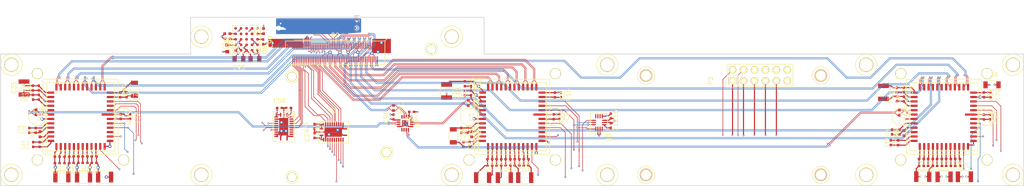
<source format=kicad_pcb>
(kicad_pcb (version 4) (host pcbnew 4.1.0-alpha+201605051001+6774~44~ubuntu14.04.1-product)
  (layers (0 F.Cu signal) (1 In1.Cu power) (2 In2.Cu signal) (3 In3.Cu signal) (4 In4.Cu power) (31 B.Cu signal) (34 B.Paste user) (35 F.Paste user) (36 B.SilkS user hide) (37 F.SilkS user hide) (38 B.Mask user) (39 F.Mask user) (44 Edge.Cuts user))
  (net 0 "")
  (net 1 +3V3)
  (net 2 GND)
  (net 3 +1V8)
  (net 4 +2V5)
  (net 5 FPGA_JTAG_TMS)
  (net 6 FPGA_JTAG_TCK)
  (net 7 FPGA_JTAG_TDO)
  (net 8 FPGA_JTAG_TDI)
  (net 9 "Net-(P1-Pad12)")
  (net 10 "Net-(P1-Pad14)")
  (net 11 SPI_MOSI)
  (net 12 +5V)
  (net 13 Python_lvds_clk+)
  (net 14 Python_lvds_clk-)
  (net 15 FPGA_Dbg6)
  (net 16 FPGA_Dbg5)
  (net 17 FPGA_Dbg3)
  (net 18 FPGA_Dbg2)
  (net 19 FPGA_Dbg1)
  (net 20 Python2_clk_return+)
  (net 21 Python2_clk_return-)
  (net 22 Python2_SYNC+)
  (net 23 Python2_SYNC-)
  (net 24 Python2_DOUT0+)
  (net 25 Python2_DOUT0-)
  (net 26 Python2_DOUT1+)
  (net 27 Python2_DOUT1-)
  (net 28 Python2_DOUT2+)
  (net 29 Python2_DOUT2-)
  (net 30 Python2_DOUT3+)
  (net 31 Python2_DOUT3-)
  (net 32 SPI_MISO)
  (net 33 SPI_SCK)
  (net 34 Python1_CS#)
  (net 35 Python2_CS#)
  (net 36 Python3_CS#)
  (net 37 IMU_CS#)
  (net 38 Python1_Monitor)
  (net 39 Python2_Monitor)
  (net 40 Python3_Monitor)
  (net 41 Python_Trigger)
  (net 42 Python_RST#)
  (net 43 Python1_SYNC+)
  (net 44 Python1_SYNC-)
  (net 45 Python1_DOUT0+)
  (net 46 Python1_DOUT0-)
  (net 47 Python1_DOUT1+)
  (net 48 Python1_DOUT1-)
  (net 49 Python1_DOUT2+)
  (net 50 Python1_DOUT2-)
  (net 51 Python1_DOUT3+)
  (net 52 Python1_DOUT3-)
  (net 53 Python1_clk_return+)
  (net 54 Python1_clk_return-)
  (net 55 Python3_SYNC+)
  (net 56 Python3_SYNC-)
  (net 57 Python3_DOUT0+)
  (net 58 Python3_DOUT0-)
  (net 59 Python3_DOUT1+)
  (net 60 Python3_DOUT1-)
  (net 61 Python3_DOUT2+)
  (net 62 Python3_DOUT2-)
  (net 63 Python3_DOUT3+)
  (net 64 Python3_DOUT3-)
  (net 65 Python3_clk_return+)
  (net 66 Python3_clk_return-)
  (net 67 Python1_lvds_clk-)
  (net 68 Python1_lvds_clk+)
  (net 69 "Net-(R2-Pad1)")
  (net 70 Python2_lvds_clk-)
  (net 71 Python2_lvds_clk+)
  (net 72 "Net-(R4-Pad1)")
  (net 73 Python3_lvds_clk-)
  (net 74 Python3_lvds_clk+)
  (net 75 "Net-(R6-Pad1)")
  (net 76 Python2_CS#_3V3)
  (net 77 Python1_CS#_3V3)
  (net 78 Python3_CS#_3V3)
  (net 79 SPI_MOSI_3V3)
  (net 80 IMU_CS#_3V3)
  (net 81 Python_RST#_3V3)
  (net 82 Python_Trigger_3V3)
  (net 83 SPI_SCK_3V3)
  (net 84 SPI_MISO_3V3)
  (net 85 "Net-(U3-Pad4)")
  (net 86 "Net-(U3-Pad11)")
  (net 87 "Net-(U3-Pad10)")
  (net 88 "Net-(U3-Pad9)")
  (net 89 Python1_Monitor_3V3)
  (net 90 Python2_Monitor_3V3)
  (net 91 Python3_Monitor_3V3)
  (net 92 "Net-(U5-Pad45)")
  (net 93 "Net-(U6-Pad45)")
  (net 94 "Net-(U7-Pad45)")
  (net 95 "Net-(C90-Pad1)")
  (net 96 "Net-(C92-Pad1)")
  (net 97 "Net-(R8-Pad1)")
  (net 98 "Net-(R9-Pad1)")
  (net 99 "Net-(U8-PadC3)")
  (net 100 "Net-(U8-PadB4)")
  (net 101 "Net-(U8-PadC4)")
  (net 102 "Net-(U8-PadD4)")
  (net 103 "Net-(U8-PadA5)")
  (net 104 "Net-(U8-PadE5)")
  (net 105 "Net-(U8-PadC5)")
  (net 106 "Net-(U2-Pad9)")
  (net 107 "Net-(U2-Pad10)")
  (net 108 "Net-(P2-Pad55)")
  (net 109 "Net-(P2-Pad61)")
  (net 110 "Net-(P2-Pad67)")
  (net 111 EXT_TX)
  (net 112 EXT_RX)
  (net 113 "Net-(U4-Pad8)")
  (net 114 "Net-(U4-Pad9)")
  (net 115 "Net-(U4-Pad10)")
  (net 116 "Net-(U4-Pad21)")
  (net 117 "Net-(U4-Pad3)")
  (module Mounting:MountingHole4-40 (layer F.Cu) (at 116.5 163.505)
    (fp_text reference REF** hide)
    (fp_text value MountingHole4-40)
    (pad MNT thru_hole circle (at 0 0) (size 3.3 3.3) (drill 2.84) (layers *.Cu *.Mask F.SilkS))
  )
  (module Mounting:MountingHole4-40 (layer F.Cu) (at 116.5 195.505)
    (fp_text reference REF** hide)
    (fp_text value MountingHole4-40)
    (pad MNT thru_hole circle (at 0 0) (size 3.3 3.3) (drill 2.84) (layers *.Cu *.Mask F.SilkS))
  )
  (module Mounting:MountingHole4-40 (layer F.Cu) (at 58.5 195.505)
    (fp_text reference REF** hide)
    (fp_text value MountingHole4-40)
    (pad MNT thru_hole circle (at 0 0) (size 3.3 3.3) (drill 2.84) (layers *.Cu *.Mask F.SilkS))
  )
  (module Mounting:MountingHole4-40 (layer F.Cu) (at 58.5 163.505)
    (fp_text reference REF** hide)
    (fp_text value MountingHole4-40)
    (pad MNT thru_hole circle (at 0 0) (size 3.3 3.3) (drill 2.84) (layers *.Cu *.Mask F.SilkS))
  )
  (module Mounting:MountingHole4-40 (layer F.Cu) (at 212.5 195.505)
    (fp_text reference REF** hide)
    (fp_text value MountingHole4-40)
    (pad MNT thru_hole circle (at 0 0) (size 3.3 3.3) (drill 2.84) (layers *.Cu *.Mask F.SilkS))
  )
  (module Mounting:MountingHole4-40 (layer F.Cu) (at 212.5 170.005)
    (fp_text reference REF** hide)
    (fp_text value MountingHole4-40)
    (pad MNT thru_hole circle (at 0 0) (size 3.3 3.3) (drill 2.84) (layers *.Cu *.Mask F.SilkS))
  )
  (module Mounting:MountingHole4-40 (layer F.Cu) (at 152.5 170.005)
    (fp_text reference REF** hide)
    (fp_text value MountingHole4-40)
    (pad MNT thru_hole circle (at 0 0) (size 3.3 3.3) (drill 2.84) (layers *.Cu *.Mask F.SilkS))
  )
  (module Mounting:MountingHole4-40 (layer F.Cu) (at 152.5 195.505)
    (fp_text reference REF** hide)
    (fp_text value MountingHole4-40)
    (pad MNT thru_hole circle (at 0 0) (size 3.3 3.3) (drill 2.84) (layers *.Cu *.Mask F.SilkS))
  )
  (module Mounting:MountingHole4-40 (layer F.Cu) (at 246.5 195.505)
    (fp_text reference REF** hide)
    (fp_text value MountingHole4-40)
    (pad MNT thru_hole circle (at 0 0) (size 3.3 3.3) (drill 2.84) (layers *.Cu *.Mask F.SilkS))
  )
  (module Mounting:MountingHole4-40 (layer F.Cu) (at 246.5 170.005)
    (fp_text reference REF** hide)
    (fp_text value MountingHole4-40)
    (pad MNT thru_hole circle (at 0 0) (size 3.3 3.3) (drill 2.84) (layers *.Cu *.Mask F.SilkS))
  )
  (module Mounting:MountingHole4-40 (layer F.Cu) (at 14.5 195.505)
    (fp_text reference REF** hide)
    (fp_text value MountingHole4-40)
    (pad MNT thru_hole circle (at 0 0) (size 3.3 3.3) (drill 2.84) (layers *.Cu *.Mask F.SilkS))
  )
  (module Mounting:MountingHoleM2 (layer F.Cu) (at 161.5 195.505)
    (fp_text reference REF** hide)
    (fp_text value MountingHoleM2)
    (pad MNT thru_hole circle (at 0 0) (size 2.54 2.54) (drill 2.15) (layers *.Cu *.Mask F.SilkS))
  )
  (module Mounting:MountingHoleM2 (layer F.Cu) (at 202 195.505)
    (fp_text reference REF** hide)
    (fp_text value MountingHoleM2)
    (pad MNT thru_hole circle (at 0 0) (size 2.54 2.54) (drill 2.15) (layers *.Cu *.Mask F.SilkS))
  )
  (module Mounting:MountingHoleM2 (layer F.Cu) (at 202 172.505)
    (fp_text reference REF** hide)
    (fp_text value MountingHoleM2)
    (pad MNT thru_hole circle (at 0 0) (size 2.54 2.54) (drill 2.15) (layers *.Cu *.Mask F.SilkS))
  )
  (module Dipoles_SMD:R_0402 (layer F.Cu) (at 220.2 181.105 270)
    (fp_text reference R5 (at 0 -1.7 270) (layer F.SilkS))
    (fp_text value 100 hide)
    (pad 1 smd rect (at -0.6 0 270) (size 0.635 0.61) (layers F.Cu F.Paste F.Mask) (net 73 Python3_lvds_clk-))
    (pad 2 smd rect (at 0.6 0 270) (size 0.635 0.61) (layers F.Cu F.Paste F.Mask) (net 74 Python3_lvds_clk+))
  )
  (module LensHolder:LensHolde4Corners (layer F.Cu) (at 30.5 182.05 180)
    (fp_text reference REF** hide)
    (fp_text value CMT104-6H)
    (pad HOLE thru_hole circle (at -10 -10 180) (size 2.54 2.54) (drill 2.15) (layers *.Cu *.Mask F.SilkS))
    (pad HOLE thru_hole circle (at 10 10 180) (size 2.54 2.54) (drill 2.15) (layers *.Cu *.Mask F.SilkS))
    (pad HOLE thru_hole circle (at 10 -10 180) (size 2.54 2.54) (drill 2.15) (layers *.Cu *.Mask F.SilkS))
  )
  (module Mounting:MountingHoleM1.6 (layer F.Cu) (at 111.774 166.351 90)
    (fp_text reference REF** hide)
    (fp_text value MountingHoleM1.6)
    (pad MNT thru_hole circle (at 0 0 90) (size 2.2 2.2) (drill 1.8) (layers *.Cu *.Mask F.SilkS))
  )
  (module Mounting:MountingHoleM1.6 (layer F.Cu) (at 101.375 190.3 90)
    (fp_text reference REF** hide)
    (fp_text value MountingHoleM1.6)
    (pad MNT thru_hole circle (at 0 0 90) (size 2.2 2.2) (drill 1.8) (layers *.Cu *.Mask F.SilkS))
  )
  (module Mounting:MountingHoleM1.6 (layer F.Cu) (at 79.475 196.05 90)
    (fp_text reference REF** hide)
    (fp_text value MountingHoleM1.6)
    (pad MNT thru_hole circle (at 0 0 90) (size 2.2 2.2) (drill 1.8) (layers *.Cu *.Mask F.SilkS))
  )
  (module Dipoles_SMD:C_1210Polarized (layer F.Cu) (at 115.295508 176.100138 270)
    (fp_text reference C1 (at 0 -2.7 270) (layer F.SilkS))
    (fp_text value 100u)
    (pad 1 smd rect (at -1.5 0 270) (size 1 2.5) (layers F.Cu F.Paste F.Mask) (net 1 +3V3))
    (pad 2 smd rect (at 1.5 0 270) (size 1 2.5) (layers F.Cu F.Paste F.Mask) (net 2 GND))
  )
  (module Dipoles_SMD:C_0402 (layer F.Cu) (at 125.320508 193.350138)
    (fp_text reference C2 (at -0.075 1.1) (layer F.SilkS) (effects (font (size 0.7 0.7) (thickness 0.1))))
    (fp_text value 4.7u hide)
    (pad 1 smd rect (at -0.55 0) (size 0.6 0.5) (layers F.Cu F.Paste F.Mask) (net 1 +3V3))
    (pad 2 smd rect (at 0.55 0) (size 0.6 0.5) (layers F.Cu F.Paste F.Mask) (net 2 GND))
  )
  (module Dipoles_SMD:C_0402 (layer F.Cu) (at 140.4 177.005 270)
    (fp_text reference C3 (at 0 -1.7 270) (layer F.SilkS))
    (fp_text value 100n hide)
    (pad 1 smd rect (at -0.55 0 270) (size 0.6 0.5) (layers F.Cu F.Paste F.Mask) (net 3 +1V8))
    (pad 2 smd rect (at 0.55 0 270) (size 0.6 0.5) (layers F.Cu F.Paste F.Mask) (net 2 GND))
  )
  (module Dipoles_SMD:C_1210Polarized (layer F.Cu) (at 128.670508 196.150138 180)
    (fp_text reference C4 (at 0 -2.7 180) (layer F.SilkS))
    (fp_text value 100u)
    (pad 1 smd rect (at -1.5 0 180) (size 1 2.5) (layers F.Cu F.Paste F.Mask) (net 1 +3V3))
    (pad 2 smd rect (at 1.5 0 180) (size 1 2.5) (layers F.Cu F.Paste F.Mask) (net 2 GND))
  )
  (module Dipoles_SMD:C_0402 (layer F.Cu) (at 127.420508 193.350138)
    (fp_text reference C5 (at 0.025 1.1) (layer F.SilkS) (effects (font (size 0.7 0.7) (thickness 0.1))))
    (fp_text value 4.7u hide)
    (pad 1 smd rect (at -0.55 0) (size 0.6 0.5) (layers F.Cu F.Paste F.Mask) (net 1 +3V3))
    (pad 2 smd rect (at 0.55 0) (size 0.6 0.5) (layers F.Cu F.Paste F.Mask) (net 2 GND))
  )
  (module Dipoles_SMD:C_0402 (layer F.Cu) (at 120.970508 176.525138 90)
    (fp_text reference C6 (at 0 -1.7 90) (layer F.SilkS))
    (fp_text value 100n hide)
    (pad 1 smd rect (at -0.55 0 90) (size 0.6 0.5) (layers F.Cu F.Paste F.Mask) (net 3 +1V8))
    (pad 2 smd rect (at 0.55 0 90) (size 0.6 0.5) (layers F.Cu F.Paste F.Mask) (net 2 GND))
  )
  (module Dipoles_SMD:C_0402 (layer F.Cu) (at 131.620508 193.325138 180)
    (fp_text reference C7 (at -0.125 -0.925 180) (layer F.SilkS) (effects (font (size 0.7 0.7) (thickness 0.1))))
    (fp_text value 4.7u hide)
    (pad 1 smd rect (at -0.55 0 180) (size 0.6 0.5) (layers F.Cu F.Paste F.Mask) (net 1 +3V3))
    (pad 2 smd rect (at 0.55 0 180) (size 0.6 0.5) (layers F.Cu F.Paste F.Mask) (net 2 GND))
  )
  (module Dipoles_SMD:C_0402 (layer F.Cu) (at 120.145508 185.200138 270)
    (fp_text reference C8 (at 0 -1.7 270) (layer F.SilkS))
    (fp_text value 100n hide)
    (pad 1 smd rect (at -0.55 0 270) (size 0.6 0.5) (layers F.Cu F.Paste F.Mask) (net 3 +1V8))
    (pad 2 smd rect (at 0.55 0 270) (size 0.6 0.5) (layers F.Cu F.Paste F.Mask) (net 2 GND))
  )
  (module Dipoles_SMD:C_0402 (layer F.Cu) (at 141.4 182.005 270)
    (fp_text reference C9 (at 0 -1.7 270) (layer F.SilkS))
    (fp_text value 1u hide)
    (pad 1 smd rect (at -0.55 0 270) (size 0.6 0.5) (layers F.Cu F.Paste F.Mask) (net 1 +3V3))
    (pad 2 smd rect (at 0.55 0 270) (size 0.6 0.5) (layers F.Cu F.Paste F.Mask) (net 2 GND))
  )
  (module Dipoles_SMD:C_0402 (layer F.Cu) (at 133.720508 193.325138 180)
    (fp_text reference C10 (at 0 -1.025 180) (layer F.SilkS) (effects (font (size 0.7 0.7) (thickness 0.1))))
    (fp_text value 4.7u hide)
    (pad 1 smd rect (at -0.55 0 180) (size 0.6 0.5) (layers F.Cu F.Paste F.Mask) (net 1 +3V3))
    (pad 2 smd rect (at 0.55 0 180) (size 0.6 0.5) (layers F.Cu F.Paste F.Mask) (net 2 GND))
  )
  (module Dipoles_SMD:C_0402 (layer F.Cu) (at 153.32 184.075 90)
    (fp_text reference C12 (at 0.1 1.105 90) (layer F.SilkS))
    (fp_text value 100n hide)
    (pad 1 smd rect (at -0.55 0 90) (size 0.6 0.5) (layers F.Cu F.Paste F.Mask) (net 1 +3V3))
    (pad 2 smd rect (at 0.55 0 90) (size 0.6 0.5) (layers F.Cu F.Paste F.Mask) (net 2 GND))
  )
  (module Dipoles_SMD:C_0402 (layer F.Cu) (at 120.970508 174.400138 270)
    (fp_text reference C13 (at 0 -1.7 270) (layer F.SilkS))
    (fp_text value 1u hide)
    (pad 1 smd rect (at -0.55 0 270) (size 0.6 0.5) (layers F.Cu F.Paste F.Mask) (net 1 +3V3))
    (pad 2 smd rect (at 0.55 0 270) (size 0.6 0.5) (layers F.Cu F.Paste F.Mask) (net 2 GND))
  )
  (module Dipoles_SMD:C_0402 (layer F.Cu) (at 120.645508 188.450138 270)
    (fp_text reference C14 (at 0 -1.7 270) (layer F.SilkS))
    (fp_text value 1u hide)
    (pad 1 smd rect (at -0.55 0 270) (size 0.6 0.5) (layers F.Cu F.Paste F.Mask) (net 1 +3V3))
    (pad 2 smd rect (at 0.55 0 270) (size 0.6 0.5) (layers F.Cu F.Paste F.Mask) (net 2 GND))
  )
  (module Dipoles_SMD:C_0402 (layer F.Cu) (at 141.8 177.005 270)
    (fp_text reference C15 (at 0 -1.7 270) (layer F.SilkS))
    (fp_text value 4.7u hide)
    (pad 1 smd rect (at -0.55 0 270) (size 0.6 0.5) (layers F.Cu F.Paste F.Mask) (net 3 +1V8))
    (pad 2 smd rect (at 0.55 0 270) (size 0.6 0.5) (layers F.Cu F.Paste F.Mask) (net 2 GND))
  )
  (module Dipoles_SMD:C_0402 (layer F.Cu) (at 153.32 181.875 270)
    (fp_text reference C16 (at 0.05 -1.155 270) (layer F.SilkS))
    (fp_text value 100n hide)
    (pad 1 smd rect (at -0.55 0 270) (size 0.6 0.5) (layers F.Cu F.Paste F.Mask) (net 3 +1V8))
    (pad 2 smd rect (at 0.55 0 270) (size 0.6 0.5) (layers F.Cu F.Paste F.Mask) (net 2 GND))
  )
  (module Dipoles_SMD:C_1210Polarized (layer F.Cu) (at 123.645508 196.150138)
    (fp_text reference C17 (at 0 2.9) (layer F.SilkS))
    (fp_text value 100u)
    (pad 1 smd rect (at -1.5 0) (size 1 2.5) (layers F.Cu F.Paste F.Mask) (net 1 +3V3))
    (pad 2 smd rect (at 1.5 0) (size 1 2.5) (layers F.Cu F.Paste F.Mask) (net 2 GND))
  )
  (module Dipoles_SMD:C_0402 (layer F.Cu) (at 129.520508 191.875138 180)
    (fp_text reference C18 (at 0.075 -0.975 180) (layer F.SilkS) (effects (font (size 0.7 0.7) (thickness 0.1))))
    (fp_text value 1u hide)
    (pad 1 smd rect (at -0.55 0 180) (size 0.6 0.5) (layers F.Cu F.Paste F.Mask) (net 1 +3V3))
    (pad 2 smd rect (at 0.55 0 180) (size 0.6 0.5) (layers F.Cu F.Paste F.Mask) (net 2 GND))
  )
  (module Dipoles_SMD:C_0402 (layer F.Cu) (at 119.495508 176.600138 90)
    (fp_text reference C19 (at 0 -1.7 90) (layer F.SilkS))
    (fp_text value 4.7u hide)
    (pad 1 smd rect (at -0.55 0 90) (size 0.6 0.5) (layers F.Cu F.Paste F.Mask) (net 3 +1V8))
    (pad 2 smd rect (at 0.55 0 90) (size 0.6 0.5) (layers F.Cu F.Paste F.Mask) (net 2 GND))
  )
  (module Dipoles_SMD:C_1210Polarized (layer F.Cu) (at 133.395508 196.150138 180)
    (fp_text reference C20 (at 0 -2.7 180) (layer F.SilkS))
    (fp_text value 100u)
    (pad 1 smd rect (at -1.5 0 180) (size 1 2.5) (layers F.Cu F.Paste F.Mask) (net 1 +3V3))
    (pad 2 smd rect (at 1.5 0 180) (size 1 2.5) (layers F.Cu F.Paste F.Mask) (net 2 GND))
  )
  (module Dipoles_SMD:C_0402 (layer F.Cu) (at 118.695508 185.200138 270)
    (fp_text reference C21 (at 0 -1.7 270) (layer F.SilkS))
    (fp_text value 4.7u hide)
    (pad 1 smd rect (at -0.55 0 270) (size 0.6 0.5) (layers F.Cu F.Paste F.Mask) (net 3 +1V8))
    (pad 2 smd rect (at 0.55 0 270) (size 0.6 0.5) (layers F.Cu F.Paste F.Mask) (net 2 GND))
  )
  (module Dipoles_SMD:C_0402 (layer F.Cu) (at 140.103108 182.050138 270)
    (fp_text reference C22 (at 0 -1.7 270) (layer F.SilkS))
    (fp_text value 4.7u hide)
    (pad 1 smd rect (at -0.55 0 270) (size 0.6 0.5) (layers F.Cu F.Paste F.Mask) (net 1 +3V3))
    (pad 2 smd rect (at 0.55 0 270) (size 0.6 0.5) (layers F.Cu F.Paste F.Mask) (net 2 GND))
  )
  (module Dipoles_SMD:C_0402 (layer F.Cu) (at 125.320508 191.875138)
    (fp_text reference C23 (at -0.175 0.975) (layer F.SilkS) (effects (font (size 0.7 0.7) (thickness 0.1))))
    (fp_text value 1u hide)
    (pad 1 smd rect (at -0.55 0) (size 0.6 0.5) (layers F.Cu F.Paste F.Mask) (net 1 +3V3))
    (pad 2 smd rect (at 0.55 0) (size 0.6 0.5) (layers F.Cu F.Paste F.Mask) (net 2 GND))
  )
  (module Dipoles_SMD:C_0402 (layer F.Cu) (at 119.520508 174.400138 270)
    (fp_text reference C25 (at 0 -1.7 270) (layer F.SilkS))
    (fp_text value 4.7u hide)
    (pad 1 smd rect (at -0.55 0 270) (size 0.6 0.5) (layers F.Cu F.Paste F.Mask) (net 1 +3V3))
    (pad 2 smd rect (at 0.55 0 270) (size 0.6 0.5) (layers F.Cu F.Paste F.Mask) (net 2 GND))
  )
  (module Dipoles_SMD:C_0402 (layer F.Cu) (at 127.420508 191.875138)
    (fp_text reference C26 (at -0.075 0.975) (layer F.SilkS) (effects (font (size 0.7 0.7) (thickness 0.1))))
    (fp_text value 1u hide)
    (pad 1 smd rect (at -0.55 0) (size 0.6 0.5) (layers F.Cu F.Paste F.Mask) (net 1 +3V3))
    (pad 2 smd rect (at 0.55 0) (size 0.6 0.5) (layers F.Cu F.Paste F.Mask) (net 2 GND))
  )
  (module Dipoles_SMD:C_0402 (layer F.Cu) (at 119.195508 188.450138 270)
    (fp_text reference C27 (at 0 -1.7 270) (layer F.SilkS))
    (fp_text value 4.7u hide)
    (pad 1 smd rect (at -0.55 0 270) (size 0.6 0.5) (layers F.Cu F.Paste F.Mask) (net 1 +3V3))
    (pad 2 smd rect (at 0.55 0 270) (size 0.6 0.5) (layers F.Cu F.Paste F.Mask) (net 2 GND))
  )
  (module Capacitors_SMD:C_1206 (layer F.Cu) (at 116.845508 186.475138 270)
    (fp_text reference C28 (at 0 -2.3 270) (layer F.SilkS))
    (fp_text value 10u)
    (pad 1 smd rect (at -1.5 0 270) (size 1 1.6) (layers F.Cu F.Paste F.Mask) (net 3 +1V8))
    (pad 2 smd rect (at 1.5 0 270) (size 1 1.6) (layers F.Cu F.Paste F.Mask) (net 2 GND))
  )
  (module Dipoles_SMD:C_0402 (layer F.Cu) (at 131.620508 191.875138 180)
    (fp_text reference C29 (at 0.075 -0.975 180) (layer F.SilkS) (effects (font (size 0.7 0.7) (thickness 0.1))))
    (fp_text value 1u hide)
    (pad 1 smd rect (at -0.55 0 180) (size 0.6 0.5) (layers F.Cu F.Paste F.Mask) (net 1 +3V3))
    (pad 2 smd rect (at 0.55 0 180) (size 0.6 0.5) (layers F.Cu F.Paste F.Mask) (net 2 GND))
  )
  (module Dipoles_SMD:C_0402 (layer F.Cu) (at 129.520508 193.325138 180)
    (fp_text reference C30 (at 0.075 -0.925 180) (layer F.SilkS) (effects (font (size 0.7 0.7) (thickness 0.1))))
    (fp_text value 4.7u hide)
    (pad 1 smd rect (at -0.55 0 180) (size 0.6 0.5) (layers F.Cu F.Paste F.Mask) (net 1 +3V3))
    (pad 2 smd rect (at 0.55 0 180) (size 0.6 0.5) (layers F.Cu F.Paste F.Mask) (net 2 GND))
  )
  (module Dipoles_SMD:C_0402 (layer F.Cu) (at 133.720508 191.875138 180)
    (fp_text reference C31 (at 0.075 -0.975 180) (layer F.SilkS) (effects (font (size 0.7 0.7) (thickness 0.1))))
    (fp_text value 1u hide)
    (pad 1 smd rect (at -0.55 0 180) (size 0.6 0.5) (layers F.Cu F.Paste F.Mask) (net 1 +3V3))
    (pad 2 smd rect (at 0.55 0 180) (size 0.6 0.5) (layers F.Cu F.Paste F.Mask) (net 2 GND))
  )
  (module Dipoles_SMD:C_1210Polarized (layer F.Cu) (at 31.195722 196.025658)
    (fp_text reference C32 (at 0 2.75) (layer F.SilkS))
    (fp_text value 100u)
    (pad 1 smd rect (at -1.5 0) (size 1 2.5) (layers F.Cu F.Paste F.Mask) (net 1 +3V3))
    (pad 2 smd rect (at 1.5 0) (size 1 2.5) (layers F.Cu F.Paste F.Mask) (net 2 GND))
  )
  (module Dipoles_SMD:C_0402 (layer F.Cu) (at 25.095722 191.300658)
    (fp_text reference C33 (at 0 2.45) (layer F.SilkS) (effects (font (size 0.7 0.7) (thickness 0.1))))
    (fp_text value 4.7u hide)
    (pad 1 smd rect (at -0.55 0) (size 0.6 0.5) (layers F.Cu F.Paste F.Mask) (net 1 +3V3))
    (pad 2 smd rect (at 0.55 0) (size 0.6 0.5) (layers F.Cu F.Paste F.Mask) (net 2 GND))
  )
  (module Dipoles_SMD:C_0402 (layer F.Cu) (at 19.495722 177.525658 90)
    (fp_text reference C34 (at 0 -2.375 90) (layer F.SilkS) (effects (font (size 0.7 0.7) (thickness 0.1))))
    (fp_text value 100n hide)
    (pad 1 smd rect (at -0.55 0 90) (size 0.6 0.5) (layers F.Cu F.Paste F.Mask) (net 3 +1V8))
    (pad 2 smd rect (at 0.55 0 90) (size 0.6 0.5) (layers F.Cu F.Paste F.Mask) (net 2 GND))
  )
  (module Dipoles_SMD:C_1210Polarized (layer F.Cu) (at 17.4 175.405 270)
    (fp_text reference C35 (at -0.1 2.3 270) (layer F.SilkS))
    (fp_text value 100u)
    (pad 1 smd rect (at -1.5 0 270) (size 1 2.5) (layers F.Cu F.Paste F.Mask) (net 1 +3V3))
    (pad 2 smd rect (at 1.5 0 270) (size 1 2.5) (layers F.Cu F.Paste F.Mask) (net 2 GND))
  )
  (module Dipoles_SMD:C_0402 (layer F.Cu) (at 27.345722 191.300658)
    (fp_text reference C36 (at 0 2.45) (layer F.SilkS) (effects (font (size 0.7 0.7) (thickness 0.1))))
    (fp_text value 4.7u hide)
    (pad 1 smd rect (at -0.55 0) (size 0.6 0.5) (layers F.Cu F.Paste F.Mask) (net 1 +3V3))
    (pad 2 smd rect (at 0.55 0) (size 0.6 0.5) (layers F.Cu F.Paste F.Mask) (net 2 GND))
  )
  (module Dipoles_SMD:C_0402 (layer F.Cu) (at 39.720722 176.975658 270)
    (fp_text reference C37 (at 0 -2.6 270) (layer F.SilkS))
    (fp_text value 100n hide)
    (pad 1 smd rect (at -0.55 0 270) (size 0.6 0.5) (layers F.Cu F.Paste F.Mask) (net 3 +1V8))
    (pad 2 smd rect (at 0.55 0 270) (size 0.6 0.5) (layers F.Cu F.Paste F.Mask) (net 2 GND))
  )
  (module Dipoles_SMD:C_0402 (layer F.Cu) (at 31.545722 191.250658 180)
    (fp_text reference C38 (at 0 -2.5 180) (layer F.SilkS) (effects (font (size 0.7 0.7) (thickness 0.1))))
    (fp_text value 4.7u hide)
    (pad 1 smd rect (at -0.55 0 180) (size 0.6 0.5) (layers F.Cu F.Paste F.Mask) (net 1 +3V3))
    (pad 2 smd rect (at 0.55 0 180) (size 0.6 0.5) (layers F.Cu F.Paste F.Mask) (net 2 GND))
  )
  (module Dipoles_SMD:C_0402 (layer F.Cu) (at 20.120722 185.200658 270)
    (fp_text reference C39 (at -0.125 2.7 270) (layer F.SilkS) (effects (font (size 0.7 0.7) (thickness 0.1))))
    (fp_text value 100n hide)
    (pad 1 smd rect (at -0.55 0 270) (size 0.6 0.5) (layers F.Cu F.Paste F.Mask) (net 3 +1V8))
    (pad 2 smd rect (at 0.55 0 270) (size 0.6 0.5) (layers F.Cu F.Paste F.Mask) (net 2 GND))
  )
  (module Dipoles_SMD:C_0402 (layer F.Cu) (at 39.8 182.005 270)
    (fp_text reference C40 (at 0 -1.7 270) (layer F.SilkS))
    (fp_text value 1u hide)
    (pad 1 smd rect (at -0.55 0 270) (size 0.6 0.5) (layers F.Cu F.Paste F.Mask) (net 1 +3V3))
    (pad 2 smd rect (at 0.55 0 270) (size 0.6 0.5) (layers F.Cu F.Paste F.Mask) (net 2 GND))
  )
  (module Dipoles_SMD:C_0402 (layer F.Cu) (at 33.645722 191.250658 180)
    (fp_text reference C41 (at 0 -2.5 180) (layer F.SilkS) (effects (font (size 0.7 0.7) (thickness 0.1))))
    (fp_text value 4.7u hide)
    (pad 1 smd rect (at -0.55 0 180) (size 0.6 0.5) (layers F.Cu F.Paste F.Mask) (net 1 +3V3))
    (pad 2 smd rect (at 0.55 0 180) (size 0.6 0.5) (layers F.Cu F.Paste F.Mask) (net 2 GND))
  )
  (module Dipoles_SMD:C_0402 (layer F.Cu) (at 20.845722 175.400658 270)
    (fp_text reference C43 (at -0.125 2.8 270) (layer F.SilkS) (effects (font (size 0.7 0.7) (thickness 0.1))))
    (fp_text value 1u hide)
    (pad 1 smd rect (at -0.55 0 270) (size 0.6 0.5) (layers F.Cu F.Paste F.Mask) (net 1 +3V3))
    (pad 2 smd rect (at 0.55 0 270) (size 0.6 0.5) (layers F.Cu F.Paste F.Mask) (net 2 GND))
  )
  (module Dipoles_SMD:C_0402 (layer F.Cu) (at 21.020722 188.475658 270)
    (fp_text reference C44 (at 0.125 2.675 270) (layer F.SilkS) (effects (font (size 0.7 0.7) (thickness 0.1))))
    (fp_text value 1u hide)
    (pad 1 smd rect (at -0.55 0 270) (size 0.6 0.5) (layers F.Cu F.Paste F.Mask) (net 1 +3V3))
    (pad 2 smd rect (at 0.55 0 270) (size 0.6 0.5) (layers F.Cu F.Paste F.Mask) (net 2 GND))
  )
  (module Dipoles_SMD:C_0402 (layer F.Cu) (at 41.170722 176.975658 270)
    (fp_text reference C45 (at 0 -2.6 270) (layer F.SilkS))
    (fp_text value 4.7u hide)
    (pad 1 smd rect (at -0.55 0 270) (size 0.6 0.5) (layers F.Cu F.Paste F.Mask) (net 3 +1V8))
    (pad 2 smd rect (at 0.55 0 270) (size 0.6 0.5) (layers F.Cu F.Paste F.Mask) (net 2 GND))
  )
  (module Dipoles_SMD:C_1210Polarized (layer F.Cu) (at 26.170722 196.000658)
    (fp_text reference C46 (at 0 2.65) (layer F.SilkS))
    (fp_text value 100u)
    (pad 1 smd rect (at -1.5 0) (size 1 2.5) (layers F.Cu F.Paste F.Mask) (net 1 +3V3))
    (pad 2 smd rect (at 1.5 0) (size 1 2.5) (layers F.Cu F.Paste F.Mask) (net 2 GND))
  )
  (module Dipoles_SMD:C_0402 (layer F.Cu) (at 29.445722 191.250658 180)
    (fp_text reference C47 (at 0 -2.5 180) (layer F.SilkS) (effects (font (size 0.7 0.7) (thickness 0.1))))
    (fp_text value 1u hide)
    (pad 1 smd rect (at -0.55 0 180) (size 0.6 0.5) (layers F.Cu F.Paste F.Mask) (net 1 +3V3))
    (pad 2 smd rect (at 0.55 0 180) (size 0.6 0.5) (layers F.Cu F.Paste F.Mask) (net 2 GND))
  )
  (module Dipoles_SMD:C_0402 (layer F.Cu) (at 18.620722 185.200658 270)
    (fp_text reference C48 (at -0.125 2.275 270) (layer F.SilkS) (effects (font (size 0.7 0.7) (thickness 0.1))))
    (fp_text value 4.7u hide)
    (pad 1 smd rect (at -0.55 0 270) (size 0.6 0.5) (layers F.Cu F.Paste F.Mask) (net 3 +1V8))
    (pad 2 smd rect (at 0.55 0 270) (size 0.6 0.5) (layers F.Cu F.Paste F.Mask) (net 2 GND))
  )
  (module Dipoles_SMD:C_1210Polarized (layer F.Cu) (at 36.070722 196.025658)
    (fp_text reference C49 (at 0 2.725 180) (layer F.SilkS))
    (fp_text value 100u)
    (pad 1 smd rect (at -1.5 0) (size 1 2.5) (layers F.Cu F.Paste F.Mask) (net 1 +3V3))
    (pad 2 smd rect (at 1.5 0) (size 1 2.5) (layers F.Cu F.Paste F.Mask) (net 2 GND))
  )
  (module Dipoles_SMD:C_0402 (layer F.Cu) (at 42 182.005 270)
    (fp_text reference C51 (at 0 -1.7 270) (layer F.SilkS))
    (fp_text value 4.7u hide)
    (pad 1 smd rect (at -0.55 0 270) (size 0.6 0.5) (layers F.Cu F.Paste F.Mask) (net 1 +3V3))
    (pad 2 smd rect (at 0.55 0 270) (size 0.6 0.5) (layers F.Cu F.Paste F.Mask) (net 2 GND))
  )
  (module Dipoles_SMD:C_0402 (layer F.Cu) (at 33.645722 192.750658 180)
    (fp_text reference C52 (at 0 -2.025 180) (layer F.SilkS) (effects (font (size 0.7 0.7) (thickness 0.1))))
    (fp_text value 1u hide)
    (pad 1 smd rect (at -0.55 0 180) (size 0.6 0.5) (layers F.Cu F.Paste F.Mask) (net 1 +3V3))
    (pad 2 smd rect (at 0.55 0 180) (size 0.6 0.5) (layers F.Cu F.Paste F.Mask) (net 2 GND))
  )
  (module Dipoles_SMD:C_0402 (layer F.Cu) (at 20.845722 177.525658 90)
    (fp_text reference C53 (at 0 -2.8 90) (layer F.SilkS) (effects (font (size 0.7 0.7) (thickness 0.1))))
    (fp_text value 4.7u hide)
    (pad 1 smd rect (at -0.55 0 90) (size 0.6 0.5) (layers F.Cu F.Paste F.Mask) (net 3 +1V8))
    (pad 2 smd rect (at 0.55 0 90) (size 0.6 0.5) (layers F.Cu F.Paste F.Mask) (net 2 GND))
  )
  (module Dipoles_SMD:C_0402 (layer F.Cu) (at 19.520722 188.475658 270)
    (fp_text reference C54 (at 0.125 2.25 270) (layer F.SilkS) (effects (font (size 0.7 0.7) (thickness 0.1))))
    (fp_text value 4.7u hide)
    (pad 1 smd rect (at -0.55 0 270) (size 0.6 0.5) (layers F.Cu F.Paste F.Mask) (net 1 +3V3))
    (pad 2 smd rect (at 0.55 0 270) (size 0.6 0.5) (layers F.Cu F.Paste F.Mask) (net 2 GND))
  )
  (module Dipoles_SMD:C_0402 (layer F.Cu) (at 31.545722 192.750658 180)
    (fp_text reference C55 (at 0 -2.025 180) (layer F.SilkS) (effects (font (size 0.7 0.7) (thickness 0.1))))
    (fp_text value 1u hide)
    (pad 1 smd rect (at -0.55 0 180) (size 0.6 0.5) (layers F.Cu F.Paste F.Mask) (net 1 +3V3))
    (pad 2 smd rect (at 0.55 0 180) (size 0.6 0.5) (layers F.Cu F.Paste F.Mask) (net 2 GND))
  )
  (module Dipoles_SMD:C_0402 (layer F.Cu) (at 19.470722 175.400658 270)
    (fp_text reference C56 (at -0.125 2.375 270) (layer F.SilkS) (effects (font (size 0.7 0.7) (thickness 0.1))))
    (fp_text value 4.7u hide)
    (pad 1 smd rect (at -0.55 0 270) (size 0.6 0.5) (layers F.Cu F.Paste F.Mask) (net 1 +3V3))
    (pad 2 smd rect (at 0.55 0 270) (size 0.6 0.5) (layers F.Cu F.Paste F.Mask) (net 2 GND))
  )
  (module Capacitors_SMD:C_1206 (layer F.Cu) (at 43 175.705 270)
    (fp_text reference C57 (at 0 2.175 270) (layer F.SilkS))
    (fp_text value 10u)
    (pad 1 smd rect (at -1.5 0 270) (size 1 1.6) (layers F.Cu F.Paste F.Mask) (net 3 +1V8))
    (pad 2 smd rect (at 1.5 0 270) (size 1 1.6) (layers F.Cu F.Paste F.Mask) (net 2 GND))
  )
  (module Dipoles_SMD:C_0402 (layer F.Cu) (at 27.345722 192.800658)
    (fp_text reference C58 (at 0 1.975) (layer F.SilkS) (effects (font (size 0.7 0.7) (thickness 0.1))))
    (fp_text value 1u hide)
    (pad 1 smd rect (at -0.55 0) (size 0.6 0.5) (layers F.Cu F.Paste F.Mask) (net 1 +3V3))
    (pad 2 smd rect (at 0.55 0) (size 0.6 0.5) (layers F.Cu F.Paste F.Mask) (net 2 GND))
  )
  (module Dipoles_SMD:C_0402 (layer F.Cu) (at 29.445722 192.750658 180)
    (fp_text reference C59 (at 0 -2.025 180) (layer F.SilkS) (effects (font (size 0.7 0.7) (thickness 0.1))))
    (fp_text value 4.7u hide)
    (pad 1 smd rect (at -0.55 0 180) (size 0.6 0.5) (layers F.Cu F.Paste F.Mask) (net 1 +3V3))
    (pad 2 smd rect (at 0.55 0 180) (size 0.6 0.5) (layers F.Cu F.Paste F.Mask) (net 2 GND))
  )
  (module Dipoles_SMD:C_0402 (layer F.Cu) (at 25.095722 192.800658)
    (fp_text reference C60 (at 0 1.975) (layer F.SilkS) (effects (font (size 0.7 0.7) (thickness 0.1))))
    (fp_text value 1u hide)
    (pad 1 smd rect (at -0.55 0) (size 0.6 0.5) (layers F.Cu F.Paste F.Mask) (net 1 +3V3))
    (pad 2 smd rect (at 0.55 0) (size 0.6 0.5) (layers F.Cu F.Paste F.Mask) (net 2 GND))
  )
  (module Dipoles_SMD:C_1210Polarized (layer F.Cu) (at 230.545071 195.952183)
    (fp_text reference C61 (at 0 2.7) (layer F.SilkS))
    (fp_text value 100u)
    (pad 1 smd rect (at -1.5 0) (size 1 2.5) (layers F.Cu F.Paste F.Mask) (net 1 +3V3))
    (pad 2 smd rect (at 1.5 0) (size 1 2.5) (layers F.Cu F.Paste F.Mask) (net 2 GND))
  )
  (module Dipoles_SMD:C_0402 (layer F.Cu) (at 225.295071 193.452183)
    (fp_text reference C62 (at 0 1.05) (layer F.SilkS) (effects (font (size 0.7 0.7) (thickness 0.1))))
    (fp_text value 4.7u hide)
    (pad 1 smd rect (at -0.55 0) (size 0.6 0.5) (layers F.Cu F.Paste F.Mask) (net 1 +3V3))
    (pad 2 smd rect (at 0.55 0) (size 0.6 0.5) (layers F.Cu F.Paste F.Mask) (net 2 GND))
  )
  (module Dipoles_SMD:C_0402 (layer F.Cu) (at 220.220071 185.602183 270)
    (fp_text reference C63 (at 0 0.9 270) (layer F.SilkS) (effects (font (size 0.7 0.7) (thickness 0.1))))
    (fp_text value 100n hide)
    (pad 1 smd rect (at -0.55 0 270) (size 0.6 0.5) (layers F.Cu F.Paste F.Mask) (net 3 +1V8))
    (pad 2 smd rect (at 0.55 0 270) (size 0.6 0.5) (layers F.Cu F.Paste F.Mask) (net 2 GND))
  )
  (module Dipoles_SMD:C_1210Polarized (layer F.Cu) (at 216.5 176.405 270)
    (fp_text reference C64 (at 0 -2.7 270) (layer F.SilkS))
    (fp_text value 100u)
    (pad 1 smd rect (at -1.5 0 270) (size 1 2.5) (layers F.Cu F.Paste F.Mask) (net 1 +3V3))
    (pad 2 smd rect (at 1.5 0 270) (size 1 2.5) (layers F.Cu F.Paste F.Mask) (net 2 GND))
  )
  (module Dipoles_SMD:C_0402 (layer F.Cu) (at 227.395071 193.452183)
    (fp_text reference C65 (at 0 1.05) (layer F.SilkS) (effects (font (size 0.7 0.7) (thickness 0.1))))
    (fp_text value 4.7u hide)
    (pad 1 smd rect (at -0.55 0) (size 0.6 0.5) (layers F.Cu F.Paste F.Mask) (net 1 +3V3))
    (pad 2 smd rect (at 0.55 0) (size 0.6 0.5) (layers F.Cu F.Paste F.Mask) (net 2 GND))
  )
  (module Dipoles_SMD:C_0402 (layer F.Cu) (at 221.220071 177.952183 90)
    (fp_text reference C66 (at 0 -1.225 90) (layer F.SilkS) (effects (font (size 0.7 0.7) (thickness 0.1))))
    (fp_text value 100n hide)
    (pad 1 smd rect (at -0.55 0 90) (size 0.6 0.5) (layers F.Cu F.Paste F.Mask) (net 3 +1V8))
    (pad 2 smd rect (at 0.55 0 90) (size 0.6 0.5) (layers F.Cu F.Paste F.Mask) (net 2 GND))
  )
  (module Dipoles_SMD:C_0402 (layer F.Cu) (at 231.570071 193.452183 180)
    (fp_text reference C67 (at 0 -1 180) (layer F.SilkS) (effects (font (size 0.7 0.7) (thickness 0.1))))
    (fp_text value 4.7u hide)
    (pad 1 smd rect (at -0.55 0 180) (size 0.6 0.5) (layers F.Cu F.Paste F.Mask) (net 1 +3V3))
    (pad 2 smd rect (at 0.55 0 180) (size 0.6 0.5) (layers F.Cu F.Paste F.Mask) (net 2 GND))
  )
  (module Dipoles_SMD:C_0402 (layer F.Cu) (at 239.770071 176.977183 270)
    (fp_text reference C68 (at 0 -1.7 270) (layer F.SilkS))
    (fp_text value 100n hide)
    (pad 1 smd rect (at -0.55 0 270) (size 0.6 0.5) (layers F.Cu F.Paste F.Mask) (net 3 +1V8))
    (pad 2 smd rect (at 0.55 0 270) (size 0.6 0.5) (layers F.Cu F.Paste F.Mask) (net 2 GND))
  )
  (module Dipoles_SMD:C_0402 (layer F.Cu) (at 221.220071 175.852183 270)
    (fp_text reference C69 (at 0 -1.7 270) (layer F.SilkS) (effects (font (size 0.7 0.7) (thickness 0.1))))
    (fp_text value 1u hide)
    (pad 1 smd rect (at -0.55 0 270) (size 0.6 0.5) (layers F.Cu F.Paste F.Mask) (net 1 +3V3))
    (pad 2 smd rect (at 0.55 0 270) (size 0.6 0.5) (layers F.Cu F.Paste F.Mask) (net 2 GND))
  )
  (module Dipoles_SMD:C_0402 (layer F.Cu) (at 233.670071 193.452183 180)
    (fp_text reference C70 (at 0 -1 180) (layer F.SilkS) (effects (font (size 0.7 0.7) (thickness 0.1))))
    (fp_text value 4.7u hide)
    (pad 1 smd rect (at -0.55 0 180) (size 0.6 0.5) (layers F.Cu F.Paste F.Mask) (net 1 +3V3))
    (pad 2 smd rect (at 0.55 0 180) (size 0.6 0.5) (layers F.Cu F.Paste F.Mask) (net 2 GND))
  )
  (module Dipoles_SMD:C_0402 (layer F.Cu) (at 219.920071 188.077183 270)
    (fp_text reference C72 (at 0 0.9 270) (layer F.SilkS) (effects (font (size 0.7 0.7) (thickness 0.1))))
    (fp_text value 1u hide)
    (pad 1 smd rect (at -0.55 0 270) (size 0.6 0.5) (layers F.Cu F.Paste F.Mask) (net 1 +3V3))
    (pad 2 smd rect (at 0.55 0 270) (size 0.6 0.5) (layers F.Cu F.Paste F.Mask) (net 2 GND))
  )
  (module Dipoles_SMD:C_0402 (layer F.Cu) (at 229.470071 191.802183 180)
    (fp_text reference C73 (at 0 -0.95 180) (layer F.SilkS) (effects (font (size 0.7 0.7) (thickness 0.1))))
    (fp_text value 1u hide)
    (pad 1 smd rect (at -0.55 0 180) (size 0.6 0.5) (layers F.Cu F.Paste F.Mask) (net 1 +3V3))
    (pad 2 smd rect (at 0.55 0 180) (size 0.6 0.5) (layers F.Cu F.Paste F.Mask) (net 2 GND))
  )
  (module Dipoles_SMD:C_0402 (layer F.Cu) (at 218.470071 185.577183 270)
    (fp_text reference C74 (at 0 1 270) (layer F.SilkS) (effects (font (size 0.7 0.7) (thickness 0.1))))
    (fp_text value 4.7u hide)
    (pad 1 smd rect (at -0.55 0 270) (size 0.6 0.5) (layers F.Cu F.Paste F.Mask) (net 3 +1V8))
    (pad 2 smd rect (at 0.55 0 270) (size 0.6 0.5) (layers F.Cu F.Paste F.Mask) (net 2 GND))
  )
  (module Dipoles_SMD:C_1210Polarized (layer F.Cu) (at 235.245071 195.952183 180)
    (fp_text reference C75 (at 0 2.6 180) (layer F.SilkS))
    (fp_text value 100u)
    (pad 1 smd rect (at -1.5 0 180) (size 1 2.5) (layers F.Cu F.Paste F.Mask) (net 1 +3V3))
    (pad 2 smd rect (at 1.5 0 180) (size 1 2.5) (layers F.Cu F.Paste F.Mask) (net 2 GND))
  )
  (module Dipoles_SMD:C_0402 (layer F.Cu) (at 239.754929 182.127183 270)
    (fp_text reference C76 (at 0 -1.7 270) (layer F.SilkS))
    (fp_text value 1u hide)
    (pad 1 smd rect (at -0.55 0 270) (size 0.6 0.5) (layers F.Cu F.Paste F.Mask) (net 1 +3V3))
    (pad 2 smd rect (at 0.55 0 270) (size 0.6 0.5) (layers F.Cu F.Paste F.Mask) (net 2 GND))
  )
  (module Dipoles_SMD:C_0402 (layer F.Cu) (at 219.6 177.905 90)
    (fp_text reference C77 (at 0 -1.7 90) (layer F.SilkS) (effects (font (size 0.7 0.7) (thickness 0.1))))
    (fp_text value 4.7u hide)
    (pad 1 smd rect (at -0.55 0 90) (size 0.6 0.5) (layers F.Cu F.Paste F.Mask) (net 3 +1V8))
    (pad 2 smd rect (at 0.55 0 90) (size 0.6 0.5) (layers F.Cu F.Paste F.Mask) (net 2 GND))
  )
  (module Dipoles_SMD:C_1210Polarized (layer F.Cu) (at 225.6 195.905)
    (fp_text reference C78 (at 0 2.7) (layer F.SilkS))
    (fp_text value 100u)
    (pad 1 smd rect (at -1.5 0) (size 1 2.5) (layers F.Cu F.Paste F.Mask) (net 1 +3V3))
    (pad 2 smd rect (at 1.5 0) (size 1 2.5) (layers F.Cu F.Paste F.Mask) (net 2 GND))
  )
  (module Dipoles_SMD:C_0402 (layer F.Cu) (at 241.345071 176.952183 270)
    (fp_text reference C79 (at 0 -1.7 270) (layer F.SilkS))
    (fp_text value 4.7u hide)
    (pad 1 smd rect (at -0.55 0 270) (size 0.6 0.5) (layers F.Cu F.Paste F.Mask) (net 3 +1V8))
    (pad 2 smd rect (at 0.55 0 270) (size 0.6 0.5) (layers F.Cu F.Paste F.Mask) (net 2 GND))
  )
  (module Dipoles_SMD:C_0402 (layer F.Cu) (at 241.2 182.105 270)
    (fp_text reference C80 (at 0 -1.7 270) (layer F.SilkS))
    (fp_text value 4.7u hide)
    (pad 1 smd rect (at -0.55 0 270) (size 0.6 0.5) (layers F.Cu F.Paste F.Mask) (net 1 +3V3))
    (pad 2 smd rect (at 0.55 0 270) (size 0.6 0.5) (layers F.Cu F.Paste F.Mask) (net 2 GND))
  )
  (module Dipoles_SMD:C_0402 (layer F.Cu) (at 225.295071 191.802183)
    (fp_text reference C81 (at 0 0.95) (layer F.SilkS) (effects (font (size 0.7 0.7) (thickness 0.1))))
    (fp_text value 1u hide)
    (pad 1 smd rect (at -0.55 0) (size 0.6 0.5) (layers F.Cu F.Paste F.Mask) (net 1 +3V3))
    (pad 2 smd rect (at 0.55 0) (size 0.6 0.5) (layers F.Cu F.Paste F.Mask) (net 2 GND))
  )
  (module Dipoles_SMD:C_0402 (layer F.Cu) (at 219.595071 175.852183 270)
    (fp_text reference C83 (at 0 -1.7 270) (layer F.SilkS) (effects (font (size 0.7 0.7) (thickness 0.1))))
    (fp_text value 4.7u hide)
    (pad 1 smd rect (at -0.55 0 270) (size 0.6 0.5) (layers F.Cu F.Paste F.Mask) (net 1 +3V3))
    (pad 2 smd rect (at 0.55 0 270) (size 0.6 0.5) (layers F.Cu F.Paste F.Mask) (net 2 GND))
  )
  (module Dipoles_SMD:C_0402 (layer F.Cu) (at 227.395071 191.802183)
    (fp_text reference C84 (at 0 0.95) (layer F.SilkS) (effects (font (size 0.7 0.7) (thickness 0.1))))
    (fp_text value 1u hide)
    (pad 1 smd rect (at -0.55 0) (size 0.6 0.5) (layers F.Cu F.Paste F.Mask) (net 1 +3V3))
    (pad 2 smd rect (at 0.55 0) (size 0.6 0.5) (layers F.Cu F.Paste F.Mask) (net 2 GND))
  )
  (module Dipoles_SMD:C_0402 (layer F.Cu) (at 218.170071 188.052183 270)
    (fp_text reference C85 (at 0 1 270) (layer F.SilkS) (effects (font (size 0.7 0.7) (thickness 0.1))))
    (fp_text value 4.7u hide)
    (pad 1 smd rect (at -0.55 0 270) (size 0.6 0.5) (layers F.Cu F.Paste F.Mask) (net 1 +3V3))
    (pad 2 smd rect (at 0.55 0 270) (size 0.6 0.5) (layers F.Cu F.Paste F.Mask) (net 2 GND))
  )
  (module Capacitors_SMD:C_1206 (layer F.Cu) (at 241.645071 174.652183)
    (fp_text reference C86 (at 0 -2.3) (layer F.SilkS))
    (fp_text value 10u)
    (pad 1 smd rect (at -1.5 0) (size 1 1.6) (layers F.Cu F.Paste F.Mask) (net 3 +1V8))
    (pad 2 smd rect (at 1.5 0) (size 1 1.6) (layers F.Cu F.Paste F.Mask) (net 2 GND))
  )
  (module Dipoles_SMD:C_0402 (layer F.Cu) (at 231.570071 191.802183 180)
    (fp_text reference C87 (at 0 -0.95 180) (layer F.SilkS) (effects (font (size 0.7 0.7) (thickness 0.1))))
    (fp_text value 1u hide)
    (pad 1 smd rect (at -0.55 0 180) (size 0.6 0.5) (layers F.Cu F.Paste F.Mask) (net 1 +3V3))
    (pad 2 smd rect (at 0.55 0 180) (size 0.6 0.5) (layers F.Cu F.Paste F.Mask) (net 2 GND))
  )
  (module Dipoles_SMD:C_0402 (layer F.Cu) (at 229.495071 193.452183 180)
    (fp_text reference C88 (at 0 -1 180) (layer F.SilkS) (effects (font (size 0.7 0.7) (thickness 0.1))))
    (fp_text value 4.7u hide)
    (pad 1 smd rect (at -0.55 0 180) (size 0.6 0.5) (layers F.Cu F.Paste F.Mask) (net 1 +3V3))
    (pad 2 smd rect (at 0.55 0 180) (size 0.6 0.5) (layers F.Cu F.Paste F.Mask) (net 2 GND))
  )
  (module Dipoles_SMD:C_0402 (layer F.Cu) (at 233.670071 191.802183 180)
    (fp_text reference C89 (at 0 -0.95 180) (layer F.SilkS) (effects (font (size 0.7 0.7) (thickness 0.1))))
    (fp_text value 1u hide)
    (pad 1 smd rect (at -0.55 0 180) (size 0.6 0.5) (layers F.Cu F.Paste F.Mask) (net 1 +3V3))
    (pad 2 smd rect (at 0.55 0 180) (size 0.6 0.5) (layers F.Cu F.Paste F.Mask) (net 2 GND))
  )
  (module Dipoles_SMD:R_0402 (layer F.Cu) (at 120.345508 178.850138 270)
    (fp_text reference R1 (at 0 -1.7 270) (layer F.SilkS))
    (fp_text value 100 hide)
    (pad 1 smd rect (at -0.6 0 270) (size 0.635 0.61) (layers F.Cu F.Paste F.Mask) (net 67 Python1_lvds_clk-))
    (pad 2 smd rect (at 0.6 0 270) (size 0.635 0.61) (layers F.Cu F.Paste F.Mask) (net 68 Python1_lvds_clk+))
  )
  (module Dipoles_SMD:R_0402 (layer F.Cu) (at 121.1 186.105 90)
    (fp_text reference R2 (at 0 1.65 90) (layer F.SilkS))
    (fp_text value 47k hide)
    (pad 1 smd rect (at -0.6 0 90) (size 0.635 0.61) (layers F.Cu F.Paste F.Mask) (net 69 "Net-(R2-Pad1)"))
    (pad 2 smd rect (at 0.6 0 90) (size 0.635 0.61) (layers F.Cu F.Paste F.Mask) (net 2 GND))
  )
  (module Dipoles_SMD:R_0402 (layer F.Cu) (at 20.2 181.005 270)
    (fp_text reference R3 (at 0 -1.7 270) (layer F.SilkS))
    (fp_text value 100 hide)
    (pad 1 smd rect (at -0.6 0 270) (size 0.635 0.61) (layers F.Cu F.Paste F.Mask) (net 70 Python2_lvds_clk-))
    (pad 2 smd rect (at 0.6 0 270) (size 0.635 0.61) (layers F.Cu F.Paste F.Mask) (net 71 Python2_lvds_clk+))
  )
  (module Dipoles_SMD:R_0402 (layer F.Cu) (at 21.1 186.105 90)
    (fp_text reference R4 (at 0 -1.7 90) (layer F.SilkS))
    (fp_text value 47k hide)
    (pad 1 smd rect (at -0.6 0 90) (size 0.635 0.61) (layers F.Cu F.Paste F.Mask) (net 72 "Net-(R4-Pad1)"))
    (pad 2 smd rect (at 0.6 0 90) (size 0.635 0.61) (layers F.Cu F.Paste F.Mask) (net 2 GND))
  )
  (module Dipoles_SMD:R_0402 (layer F.Cu) (at 221.245071 185.852183 90)
    (fp_text reference R6 (at 0 -1.7 90) (layer F.SilkS))
    (fp_text value 47k hide)
    (pad 1 smd rect (at -0.6 0 90) (size 0.635 0.61) (layers F.Cu F.Paste F.Mask) (net 75 "Net-(R6-Pad1)"))
    (pad 2 smd rect (at 0.6 0 90) (size 0.635 0.61) (layers F.Cu F.Paste F.Mask) (net 2 GND))
  )
  (module Housings_DFN_QFN:QFN-16-1EP_3x3mm_Pitch0.5mm (layer F.Cu) (at 105.705 183.555 270)
    (fp_text reference U2 (at 0 -2.9 270) (layer F.SilkS))
    (fp_text value SI53306)
    (pad 1 smd rect (at -1.5 -0.75) (size 0.3 0.8) (layers F.Cu F.Paste F.Mask) (net 4 +2V5))
    (pad 2 smd rect (at -1.5 -0.25) (size 0.3 0.8) (layers F.Cu F.Paste F.Mask) (net 13 Python_lvds_clk+))
    (pad 3 smd rect (at -1.5 0.25) (size 0.3 0.8) (layers F.Cu F.Paste F.Mask) (net 14 Python_lvds_clk-))
    (pad 4 smd rect (at -1.5 0.75) (size 0.3 0.8) (layers F.Cu F.Paste F.Mask))
    (pad 5 smd rect (at -0.75 1.5 270) (size 0.3 0.8) (layers F.Cu F.Paste F.Mask) (net 4 +2V5))
    (pad 6 smd rect (at -0.25 1.5 270) (size 0.3 0.8) (layers F.Cu F.Paste F.Mask) (net 70 Python2_lvds_clk-))
    (pad 7 smd rect (at 0.25 1.5 270) (size 0.3 0.8) (layers F.Cu F.Paste F.Mask) (net 71 Python2_lvds_clk+))
    (pad 8 smd rect (at 0.75 1.5 270) (size 0.3 0.8) (layers F.Cu F.Paste F.Mask) (net 2 GND))
    (pad 9 smd rect (at 1.5 0.75) (size 0.3 0.8) (layers F.Cu F.Paste F.Mask) (net 106 "Net-(U2-Pad9)"))
    (pad 10 smd rect (at 1.5 0.25) (size 0.3 0.8) (layers F.Cu F.Paste F.Mask) (net 107 "Net-(U2-Pad10)"))
    (pad 11 smd rect (at 1.5 -0.25) (size 0.3 0.8) (layers F.Cu F.Paste F.Mask) (net 74 Python3_lvds_clk+))
    (pad 12 smd rect (at 1.5 -0.75) (size 0.3 0.8) (layers F.Cu F.Paste F.Mask) (net 73 Python3_lvds_clk-))
    (pad 13 smd rect (at 0.75 -1.5 270) (size 0.3 0.8) (layers F.Cu F.Paste F.Mask) (net 2 GND))
    (pad 14 smd rect (at 0.25 -1.5 270) (size 0.3 0.8) (layers F.Cu F.Paste F.Mask) (net 68 Python1_lvds_clk+))
    (pad 15 smd rect (at -0.25 -1.5 270) (size 0.3 0.8) (layers F.Cu F.Paste F.Mask) (net 67 Python1_lvds_clk-))
    (pad 16 smd rect (at -0.75 -1.5 270) (size 0.3 0.8) (layers F.Cu F.Paste F.Mask) (net 4 +2V5))
    (pad 17 smd rect (at -0.35 -0.35 270) (size 0.7 0.7) (layers F.Cu F.Paste F.Mask) (net 2 GND))
    (pad 17 smd rect (at -0.35 0.35 270) (size 0.7 0.7) (layers F.Cu F.Paste F.Mask) (net 2 GND))
    (pad 17 smd rect (at 0.35 -0.35 270) (size 0.7 0.7) (layers F.Cu F.Paste F.Mask) (net 2 GND))
    (pad 17 smd rect (at 0.35 0.35 270) (size 0.7 0.7) (layers F.Cu F.Paste F.Mask) (net 2 GND))
    (pad 17 thru_hole circle (at -0.35 -0.35 270) (size 0.4 0.4) (drill 0.2) (layers *.Cu *.Mask) (net 2 GND))
    (pad 17 thru_hole circle (at -0.35 0.35 270) (size 0.4 0.4) (drill 0.2) (layers *.Cu *.Mask) (net 2 GND))
    (pad 17 thru_hole circle (at 0.35 -0.35 270) (size 0.4 0.4) (drill 0.2) (layers *.Cu *.Mask) (net 2 GND))
    (pad 17 thru_hole circle (at 0.35 0.35 270) (size 0.4 0.4) (drill 0.2) (layers *.Cu *.Mask) (net 2 GND))
  )
  (module Housings_LGA:LGA14_2.5X3X0.86 (layer F.Cu) (at 150.606733 183.383135 90)
    (fp_text reference U3 (at -3.491865 2.213267 90) (layer F.SilkS))
    (fp_text value ST_LSM6DS3)
    (pad 1 smd rect (at -1.45 -0.75 90) (size 1 0.25) (layers F.Cu F.Paste F.Mask) (net 84 SPI_MISO_3V3))
    (pad 2 smd rect (at -1.45 -0.25 90) (size 1 0.25) (layers F.Cu F.Paste F.Mask) (net 2 GND))
    (pad 3 smd rect (at -1.45 0.25 90) (size 1 0.25) (layers F.Cu F.Paste F.Mask) (net 2 GND))
    (pad 4 smd rect (at -1.45 0.75 90) (size 1 0.25) (layers F.Cu F.Paste F.Mask) (net 85 "Net-(U3-Pad4)"))
    (pad 11 smd rect (at 1.45 -0.75 90) (size 1 0.25) (layers F.Cu F.Paste F.Mask) (net 86 "Net-(U3-Pad11)"))
    (pad 10 smd rect (at 1.45 -0.25 90) (size 1 0.25) (layers F.Cu F.Paste F.Mask) (net 87 "Net-(U3-Pad10)"))
    (pad 9 smd rect (at 1.45 0.25 90) (size 1 0.25) (layers F.Cu F.Paste F.Mask) (net 88 "Net-(U3-Pad9)"))
    (pad 8 smd rect (at 1.45 0.75 90) (size 1 0.25) (layers F.Cu F.Paste F.Mask) (net 3 +1V8))
    (pad 13 smd rect (at 0 -1.2 90) (size 0.25 1) (layers F.Cu F.Paste F.Mask) (net 83 SPI_SCK_3V3))
    (pad 14 smd rect (at -0.5 -1.2 90) (size 0.25 1) (layers F.Cu F.Paste F.Mask) (net 79 SPI_MOSI_3V3))
    (pad 12 smd rect (at 0.5 -1.2 90) (size 0.25 1) (layers F.Cu F.Paste F.Mask) (net 80 IMU_CS#_3V3))
    (pad 7 smd rect (at 0.5 1.2 90) (size 0.25 1) (layers F.Cu F.Paste F.Mask) (net 2 GND))
    (pad 6 smd rect (at 0 1.2 90) (size 0.25 1) (layers F.Cu F.Paste F.Mask) (net 2 GND))
    (pad 5 smd rect (at -0.5 1.2 90) (size 0.25 1) (layers F.Cu F.Paste F.Mask) (net 1 +3V3))
  )
  (module LCC:LCC101.6P1422X1422X165-48 (layer F.Cu) (at 130.500508 182.050138 270)
    (fp_text reference U5 (at 0 9.5 270) (layer F.SilkS))
    (fp_text value NOIP1SN1300A-QDI)
    (pad 1 smd rect (at -0.508 -6.252 270) (size 0.51 2.7) (layers F.Cu F.Paste F.Mask) (net 1 +3V3))
    (pad 2 smd rect (at -1.524 -6.852 270) (size 0.51 1.52) (layers F.Cu F.Paste F.Mask) (net 79 SPI_MOSI_3V3))
    (pad 3 smd rect (at -2.54 -6.852 270) (size 0.51 1.52) (layers F.Cu F.Paste F.Mask) (net 84 SPI_MISO_3V3))
    (pad 4 smd rect (at -3.556 -6.852 270) (size 0.51 1.52) (layers F.Cu F.Paste F.Mask) (net 83 SPI_SCK_3V3))
    (pad 5 smd rect (at -4.572 -6.852 270) (size 0.51 1.52) (layers F.Cu F.Paste F.Mask) (net 2 GND))
    (pad 6 smd rect (at -5.588 -6.852 270) (size 0.51 1.52) (layers F.Cu F.Paste F.Mask) (net 3 +1V8))
    (pad 7 smd rect (at -6.852 -5.588 270) (size 1.52 0.51) (layers F.Cu F.Paste F.Mask) (net 53 Python1_clk_return+))
    (pad 8 smd rect (at -6.852 -4.572 270) (size 1.52 0.51) (layers F.Cu F.Paste F.Mask) (net 54 Python1_clk_return-))
    (pad 9 smd rect (at -6.852 -3.556 270) (size 1.52 0.51) (layers F.Cu F.Paste F.Mask) (net 45 Python1_DOUT0+))
    (pad 10 smd rect (at -6.852 -2.54 270) (size 1.52 0.51) (layers F.Cu F.Paste F.Mask) (net 46 Python1_DOUT0-))
    (pad 11 smd rect (at -6.852 -1.524 270) (size 1.52 0.51) (layers F.Cu F.Paste F.Mask) (net 47 Python1_DOUT1+))
    (pad 12 smd rect (at -6.852 -0.508 270) (size 1.52 0.51) (layers F.Cu F.Paste F.Mask) (net 48 Python1_DOUT1-))
    (pad 13 smd rect (at -6.852 0.508 270) (size 1.52 0.51) (layers F.Cu F.Paste F.Mask) (net 49 Python1_DOUT2+))
    (pad 14 smd rect (at -6.852 1.524 270) (size 1.52 0.51) (layers F.Cu F.Paste F.Mask) (net 50 Python1_DOUT2-))
    (pad 15 smd rect (at -6.852 2.54 270) (size 1.52 0.51) (layers F.Cu F.Paste F.Mask) (net 51 Python1_DOUT3+))
    (pad 16 smd rect (at -6.852 3.556 270) (size 1.52 0.51) (layers F.Cu F.Paste F.Mask) (net 52 Python1_DOUT3-))
    (pad 17 smd rect (at -6.852 4.572 270) (size 1.52 0.51) (layers F.Cu F.Paste F.Mask) (net 43 Python1_SYNC+))
    (pad 18 smd rect (at -6.852 5.588 270) (size 1.52 0.51) (layers F.Cu F.Paste F.Mask) (net 44 Python1_SYNC-))
    (pad 19 smd rect (at -5.588 6.852 270) (size 0.51 1.52) (layers F.Cu F.Paste F.Mask) (net 1 +3V3))
    (pad 20 smd rect (at -4.572 6.852 270) (size 0.51 1.52) (layers F.Cu F.Paste F.Mask) (net 2 GND))
    (pad 21 smd rect (at -3.556 6.852 270) (size 0.51 1.52) (layers F.Cu F.Paste F.Mask) (net 2 GND))
    (pad 22 smd rect (at -2.54 6.852 270) (size 0.51 1.52) (layers F.Cu F.Paste F.Mask) (net 3 +1V8))
    (pad 23 smd rect (at -1.524 6.852 270) (size 0.51 1.52) (layers F.Cu F.Paste F.Mask) (net 67 Python1_lvds_clk-))
    (pad 24 smd rect (at -0.508 6.852 270) (size 0.51 1.52) (layers F.Cu F.Paste F.Mask) (net 68 Python1_lvds_clk+))
    (pad 25 smd rect (at 0.508 6.852 270) (size 0.51 1.52) (layers F.Cu F.Paste F.Mask) (net 2 GND))
    (pad 26 smd rect (at 1.524 6.852 270) (size 0.51 1.52) (layers F.Cu F.Paste F.Mask) (net 3 +1V8))
    (pad 27 smd rect (at 2.54 6.852 270) (size 0.51 1.52) (layers F.Cu F.Paste F.Mask) (net 2 GND))
    (pad 28 smd rect (at 3.556 6.852 270) (size 0.51 1.52) (layers F.Cu F.Paste F.Mask) (net 69 "Net-(R2-Pad1)"))
    (pad 29 smd rect (at 4.572 6.852 270) (size 0.51 1.52) (layers F.Cu F.Paste F.Mask) (net 1 +3V3))
    (pad 30 smd rect (at 5.588 6.852 270) (size 0.51 1.52) (layers F.Cu F.Paste F.Mask) (net 2 GND))
    (pad 31 smd rect (at 6.852 5.588 270) (size 1.52 0.51) (layers F.Cu F.Paste F.Mask) (net 1 +3V3))
    (pad 32 smd rect (at 6.852 4.572 270) (size 1.52 0.51) (layers F.Cu F.Paste F.Mask) (net 2 GND))
    (pad 33 smd rect (at 6.852 3.556 270) (size 1.52 0.51) (layers F.Cu F.Paste F.Mask) (net 1 +3V3))
    (pad 34 smd rect (at 6.852 2.54 270) (size 1.52 0.51) (layers F.Cu F.Paste F.Mask) (net 2 GND))
    (pad 35 smd rect (at 6.852 1.524 270) (size 1.52 0.51) (layers F.Cu F.Paste F.Mask) (net 2 GND))
    (pad 36 smd rect (at 6.852 0.508 270) (size 1.52 0.51) (layers F.Cu F.Paste F.Mask) (net 1 +3V3))
    (pad 37 smd rect (at 6.852 -0.508 270) (size 1.52 0.51) (layers F.Cu F.Paste F.Mask) (net 2 GND))
    (pad 38 smd rect (at 6.852 -1.524 270) (size 1.52 0.51) (layers F.Cu F.Paste F.Mask) (net 1 +3V3))
    (pad 39 smd rect (at 6.852 -2.54 270) (size 1.52 0.51) (layers F.Cu F.Paste F.Mask) (net 2 GND))
    (pad 40 smd rect (at 6.852 -3.556 270) (size 1.52 0.51) (layers F.Cu F.Paste F.Mask) (net 1 +3V3))
    (pad 41 smd rect (at 6.852 -4.572 270) (size 1.52 0.51) (layers F.Cu F.Paste F.Mask) (net 82 Python_Trigger_3V3))
    (pad 42 smd rect (at 6.852 -5.588 270) (size 1.52 0.51) (layers F.Cu F.Paste F.Mask) (net 2 GND))
    (pad 43 smd rect (at 5.588 -6.852 270) (size 0.51 1.52) (layers F.Cu F.Paste F.Mask) (net 2 GND))
    (pad 44 smd rect (at 4.572 -6.852 270) (size 0.51 1.52) (layers F.Cu F.Paste F.Mask) (net 89 Python1_Monitor_3V3))
    (pad 45 smd rect (at 3.556 -6.852 270) (size 0.51 1.52) (layers F.Cu F.Paste F.Mask) (net 92 "Net-(U5-Pad45)"))
    (pad 46 smd rect (at 2.54 -6.852 270) (size 0.51 1.52) (layers F.Cu F.Paste F.Mask) (net 81 Python_RST#_3V3))
    (pad 47 smd rect (at 1.524 -6.852 270) (size 0.51 1.52) (layers F.Cu F.Paste F.Mask) (net 77 Python1_CS#_3V3))
    (pad 48 smd rect (at 0.508 -6.852 270) (size 0.51 1.52) (layers F.Cu F.Paste F.Mask) (net 2 GND))
  )
  (module LCC:LCC101.6P1422X1422X165-48 (layer F.Cu) (at 30.5 182.05 270)
    (fp_text reference U6 (at 0 9.5 270) (layer F.SilkS))
    (fp_text value NOIP1SN1300A-QDI)
    (pad 1 smd rect (at -0.508 -6.252 270) (size 0.51 2.7) (layers F.Cu F.Paste F.Mask) (net 1 +3V3))
    (pad 2 smd rect (at -1.524 -6.852 270) (size 0.51 1.52) (layers F.Cu F.Paste F.Mask) (net 79 SPI_MOSI_3V3))
    (pad 3 smd rect (at -2.54 -6.852 270) (size 0.51 1.52) (layers F.Cu F.Paste F.Mask) (net 84 SPI_MISO_3V3))
    (pad 4 smd rect (at -3.556 -6.852 270) (size 0.51 1.52) (layers F.Cu F.Paste F.Mask) (net 83 SPI_SCK_3V3))
    (pad 5 smd rect (at -4.572 -6.852 270) (size 0.51 1.52) (layers F.Cu F.Paste F.Mask) (net 2 GND))
    (pad 6 smd rect (at -5.588 -6.852 270) (size 0.51 1.52) (layers F.Cu F.Paste F.Mask) (net 3 +1V8))
    (pad 7 smd rect (at -6.852 -5.588 270) (size 1.52 0.51) (layers F.Cu F.Paste F.Mask) (net 20 Python2_clk_return+))
    (pad 8 smd rect (at -6.852 -4.572 270) (size 1.52 0.51) (layers F.Cu F.Paste F.Mask) (net 21 Python2_clk_return-))
    (pad 9 smd rect (at -6.852 -3.556 270) (size 1.52 0.51) (layers F.Cu F.Paste F.Mask) (net 24 Python2_DOUT0+))
    (pad 10 smd rect (at -6.852 -2.54 270) (size 1.52 0.51) (layers F.Cu F.Paste F.Mask) (net 25 Python2_DOUT0-))
    (pad 11 smd rect (at -6.852 -1.524 270) (size 1.52 0.51) (layers F.Cu F.Paste F.Mask) (net 26 Python2_DOUT1+))
    (pad 12 smd rect (at -6.852 -0.508 270) (size 1.52 0.51) (layers F.Cu F.Paste F.Mask) (net 27 Python2_DOUT1-))
    (pad 13 smd rect (at -6.852 0.508 270) (size 1.52 0.51) (layers F.Cu F.Paste F.Mask) (net 28 Python2_DOUT2+))
    (pad 14 smd rect (at -6.852 1.524 270) (size 1.52 0.51) (layers F.Cu F.Paste F.Mask) (net 29 Python2_DOUT2-))
    (pad 15 smd rect (at -6.852 2.54 270) (size 1.52 0.51) (layers F.Cu F.Paste F.Mask) (net 30 Python2_DOUT3+))
    (pad 16 smd rect (at -6.852 3.556 270) (size 1.52 0.51) (layers F.Cu F.Paste F.Mask) (net 31 Python2_DOUT3-))
    (pad 17 smd rect (at -6.852 4.572 270) (size 1.52 0.51) (layers F.Cu F.Paste F.Mask) (net 22 Python2_SYNC+))
    (pad 18 smd rect (at -6.852 5.588 270) (size 1.52 0.51) (layers F.Cu F.Paste F.Mask) (net 23 Python2_SYNC-))
    (pad 19 smd rect (at -5.588 6.852 270) (size 0.51 1.52) (layers F.Cu F.Paste F.Mask) (net 1 +3V3))
    (pad 20 smd rect (at -4.572 6.852 270) (size 0.51 1.52) (layers F.Cu F.Paste F.Mask) (net 2 GND))
    (pad 21 smd rect (at -3.556 6.852 270) (size 0.51 1.52) (layers F.Cu F.Paste F.Mask) (net 2 GND))
    (pad 22 smd rect (at -2.54 6.852 270) (size 0.51 1.52) (layers F.Cu F.Paste F.Mask) (net 3 +1V8))
    (pad 23 smd rect (at -1.524 6.852 270) (size 0.51 1.52) (layers F.Cu F.Paste F.Mask) (net 70 Python2_lvds_clk-))
    (pad 24 smd rect (at -0.508 6.852 270) (size 0.51 1.52) (layers F.Cu F.Paste F.Mask) (net 71 Python2_lvds_clk+))
    (pad 25 smd rect (at 0.508 6.852 270) (size 0.51 1.52) (layers F.Cu F.Paste F.Mask) (net 2 GND))
    (pad 26 smd rect (at 1.524 6.852 270) (size 0.51 1.52) (layers F.Cu F.Paste F.Mask) (net 3 +1V8))
    (pad 27 smd rect (at 2.54 6.852 270) (size 0.51 1.52) (layers F.Cu F.Paste F.Mask) (net 2 GND))
    (pad 28 smd rect (at 3.556 6.852 270) (size 0.51 1.52) (layers F.Cu F.Paste F.Mask) (net 72 "Net-(R4-Pad1)"))
    (pad 29 smd rect (at 4.572 6.852 270) (size 0.51 1.52) (layers F.Cu F.Paste F.Mask) (net 1 +3V3))
    (pad 30 smd rect (at 5.588 6.852 270) (size 0.51 1.52) (layers F.Cu F.Paste F.Mask) (net 2 GND))
    (pad 31 smd rect (at 6.852 5.588 270) (size 1.52 0.51) (layers F.Cu F.Paste F.Mask) (net 1 +3V3))
    (pad 32 smd rect (at 6.852 4.572 270) (size 1.52 0.51) (layers F.Cu F.Paste F.Mask) (net 2 GND))
    (pad 33 smd rect (at 6.852 3.556 270) (size 1.52 0.51) (layers F.Cu F.Paste F.Mask) (net 1 +3V3))
    (pad 34 smd rect (at 6.852 2.54 270) (size 1.52 0.51) (layers F.Cu F.Paste F.Mask) (net 2 GND))
    (pad 35 smd rect (at 6.852 1.524 270) (size 1.52 0.51) (layers F.Cu F.Paste F.Mask) (net 2 GND))
    (pad 36 smd rect (at 6.852 0.508 270) (size 1.52 0.51) (layers F.Cu F.Paste F.Mask) (net 1 +3V3))
    (pad 37 smd rect (at 6.852 -0.508 270) (size 1.52 0.51) (layers F.Cu F.Paste F.Mask) (net 2 GND))
    (pad 38 smd rect (at 6.852 -1.524 270) (size 1.52 0.51) (layers F.Cu F.Paste F.Mask) (net 1 +3V3))
    (pad 39 smd rect (at 6.852 -2.54 270) (size 1.52 0.51) (layers F.Cu F.Paste F.Mask) (net 2 GND))
    (pad 40 smd rect (at 6.852 -3.556 270) (size 1.52 0.51) (layers F.Cu F.Paste F.Mask) (net 1 +3V3))
    (pad 41 smd rect (at 6.852 -4.572 270) (size 1.52 0.51) (layers F.Cu F.Paste F.Mask) (net 82 Python_Trigger_3V3))
    (pad 42 smd rect (at 6.852 -5.588 270) (size 1.52 0.51) (layers F.Cu F.Paste F.Mask) (net 2 GND))
    (pad 43 smd rect (at 5.588 -6.852 270) (size 0.51 1.52) (layers F.Cu F.Paste F.Mask) (net 2 GND))
    (pad 44 smd rect (at 4.572 -6.852 270) (size 0.51 1.52) (layers F.Cu F.Paste F.Mask) (net 90 Python2_Monitor_3V3))
    (pad 45 smd rect (at 3.556 -6.852 270) (size 0.51 1.52) (layers F.Cu F.Paste F.Mask) (net 93 "Net-(U6-Pad45)"))
    (pad 46 smd rect (at 2.54 -6.852 270) (size 0.51 1.52) (layers F.Cu F.Paste F.Mask) (net 81 Python_RST#_3V3))
    (pad 47 smd rect (at 1.524 -6.852 270) (size 0.51 1.52) (layers F.Cu F.Paste F.Mask) (net 76 Python2_CS#_3V3))
    (pad 48 smd rect (at 0.508 -6.852 270) (size 0.51 1.52) (layers F.Cu F.Paste F.Mask) (net 2 GND))
  )
  (module LCC:LCC101.6P1422X1422X165-48 (layer F.Cu) (at 230.500071 182.052183 270)
    (fp_text reference U7 (at 0 9.5 270) (layer F.SilkS))
    (fp_text value NOIP1SN1300A-QDI)
    (pad 1 smd rect (at -0.508 -6.252 270) (size 0.51 2.7) (layers F.Cu F.Paste F.Mask) (net 1 +3V3))
    (pad 2 smd rect (at -1.524 -6.852 270) (size 0.51 1.52) (layers F.Cu F.Paste F.Mask) (net 79 SPI_MOSI_3V3))
    (pad 3 smd rect (at -2.54 -6.852 270) (size 0.51 1.52) (layers F.Cu F.Paste F.Mask) (net 84 SPI_MISO_3V3))
    (pad 4 smd rect (at -3.556 -6.852 270) (size 0.51 1.52) (layers F.Cu F.Paste F.Mask) (net 83 SPI_SCK_3V3))
    (pad 5 smd rect (at -4.572 -6.852 270) (size 0.51 1.52) (layers F.Cu F.Paste F.Mask) (net 2 GND))
    (pad 6 smd rect (at -5.588 -6.852 270) (size 0.51 1.52) (layers F.Cu F.Paste F.Mask) (net 3 +1V8))
    (pad 7 smd rect (at -6.852 -5.588 270) (size 1.52 0.51) (layers F.Cu F.Paste F.Mask) (net 65 Python3_clk_return+))
    (pad 8 smd rect (at -6.852 -4.572 270) (size 1.52 0.51) (layers F.Cu F.Paste F.Mask) (net 66 Python3_clk_return-))
    (pad 9 smd rect (at -6.852 -3.556 270) (size 1.52 0.51) (layers F.Cu F.Paste F.Mask) (net 57 Python3_DOUT0+))
    (pad 10 smd rect (at -6.852 -2.54 270) (size 1.52 0.51) (layers F.Cu F.Paste F.Mask) (net 58 Python3_DOUT0-))
    (pad 11 smd rect (at -6.852 -1.524 270) (size 1.52 0.51) (layers F.Cu F.Paste F.Mask) (net 59 Python3_DOUT1+))
    (pad 12 smd rect (at -6.852 -0.508 270) (size 1.52 0.51) (layers F.Cu F.Paste F.Mask) (net 60 Python3_DOUT1-))
    (pad 13 smd rect (at -6.852 0.508 270) (size 1.52 0.51) (layers F.Cu F.Paste F.Mask) (net 61 Python3_DOUT2+))
    (pad 14 smd rect (at -6.852 1.524 270) (size 1.52 0.51) (layers F.Cu F.Paste F.Mask) (net 62 Python3_DOUT2-))
    (pad 15 smd rect (at -6.852 2.54 270) (size 1.52 0.51) (layers F.Cu F.Paste F.Mask) (net 63 Python3_DOUT3+))
    (pad 16 smd rect (at -6.852 3.556 270) (size 1.52 0.51) (layers F.Cu F.Paste F.Mask) (net 64 Python3_DOUT3-))
    (pad 17 smd rect (at -6.852 4.572 270) (size 1.52 0.51) (layers F.Cu F.Paste F.Mask) (net 55 Python3_SYNC+))
    (pad 18 smd rect (at -6.852 5.588 270) (size 1.52 0.51) (layers F.Cu F.Paste F.Mask) (net 56 Python3_SYNC-))
    (pad 19 smd rect (at -5.588 6.852 270) (size 0.51 1.52) (layers F.Cu F.Paste F.Mask) (net 1 +3V3))
    (pad 20 smd rect (at -4.572 6.852 270) (size 0.51 1.52) (layers F.Cu F.Paste F.Mask) (net 2 GND))
    (pad 21 smd rect (at -3.556 6.852 270) (size 0.51 1.52) (layers F.Cu F.Paste F.Mask) (net 2 GND))
    (pad 22 smd rect (at -2.54 6.852 270) (size 0.51 1.52) (layers F.Cu F.Paste F.Mask) (net 3 +1V8))
    (pad 23 smd rect (at -1.524 6.852 270) (size 0.51 1.52) (layers F.Cu F.Paste F.Mask) (net 73 Python3_lvds_clk-))
    (pad 24 smd rect (at -0.508 6.852 270) (size 0.51 1.52) (layers F.Cu F.Paste F.Mask) (net 74 Python3_lvds_clk+))
    (pad 25 smd rect (at 0.508 6.852 270) (size 0.51 1.52) (layers F.Cu F.Paste F.Mask) (net 2 GND))
    (pad 26 smd rect (at 1.524 6.852 270) (size 0.51 1.52) (layers F.Cu F.Paste F.Mask) (net 3 +1V8))
    (pad 27 smd rect (at 2.54 6.852 270) (size 0.51 1.52) (layers F.Cu F.Paste F.Mask) (net 2 GND))
    (pad 28 smd rect (at 3.556 6.852 270) (size 0.51 1.52) (layers F.Cu F.Paste F.Mask) (net 75 "Net-(R6-Pad1)"))
    (pad 29 smd rect (at 4.572 6.852 270) (size 0.51 1.52) (layers F.Cu F.Paste F.Mask) (net 1 +3V3))
    (pad 30 smd rect (at 5.588 6.852 270) (size 0.51 1.52) (layers F.Cu F.Paste F.Mask) (net 2 GND))
    (pad 31 smd rect (at 6.852 5.588 270) (size 1.52 0.51) (layers F.Cu F.Paste F.Mask) (net 1 +3V3))
    (pad 32 smd rect (at 6.852 4.572 270) (size 1.52 0.51) (layers F.Cu F.Paste F.Mask) (net 2 GND))
    (pad 33 smd rect (at 6.852 3.556 270) (size 1.52 0.51) (layers F.Cu F.Paste F.Mask) (net 1 +3V3))
    (pad 34 smd rect (at 6.852 2.54 270) (size 1.52 0.51) (layers F.Cu F.Paste F.Mask) (net 2 GND))
    (pad 35 smd rect (at 6.852 1.524 270) (size 1.52 0.51) (layers F.Cu F.Paste F.Mask) (net 2 GND))
    (pad 36 smd rect (at 6.852 0.508 270) (size 1.52 0.51) (layers F.Cu F.Paste F.Mask) (net 1 +3V3))
    (pad 37 smd rect (at 6.852 -0.508 270) (size 1.52 0.51) (layers F.Cu F.Paste F.Mask) (net 2 GND))
    (pad 38 smd rect (at 6.852 -1.524 270) (size 1.52 0.51) (layers F.Cu F.Paste F.Mask) (net 1 +3V3))
    (pad 39 smd rect (at 6.852 -2.54 270) (size 1.52 0.51) (layers F.Cu F.Paste F.Mask) (net 2 GND))
    (pad 40 smd rect (at 6.852 -3.556 270) (size 1.52 0.51) (layers F.Cu F.Paste F.Mask) (net 1 +3V3))
    (pad 41 smd rect (at 6.852 -4.572 270) (size 1.52 0.51) (layers F.Cu F.Paste F.Mask) (net 82 Python_Trigger_3V3))
    (pad 42 smd rect (at 6.852 -5.588 270) (size 1.52 0.51) (layers F.Cu F.Paste F.Mask) (net 2 GND))
    (pad 43 smd rect (at 5.588 -6.852 270) (size 0.51 1.52) (layers F.Cu F.Paste F.Mask) (net 2 GND))
    (pad 44 smd rect (at 4.572 -6.852 270) (size 0.51 1.52) (layers F.Cu F.Paste F.Mask) (net 91 Python3_Monitor_3V3))
    (pad 45 smd rect (at 3.556 -6.852 270) (size 0.51 1.52) (layers F.Cu F.Paste F.Mask) (net 94 "Net-(U7-Pad45)"))
    (pad 46 smd rect (at 2.54 -6.852 270) (size 0.51 1.52) (layers F.Cu F.Paste F.Mask) (net 81 Python_RST#_3V3))
    (pad 47 smd rect (at 1.524 -6.852 270) (size 0.51 1.52) (layers F.Cu F.Paste F.Mask) (net 78 Python3_CS#_3V3))
    (pad 48 smd rect (at 0.508 -6.852 270) (size 0.51 1.52) (layers F.Cu F.Paste F.Mask) (net 2 GND))
  )
  (module Dipoles_SMD:C_0402 (layer F.Cu) (at 72.8 164.705 270)
    (fp_text reference C90 (at 0 -1.7 270) (layer F.SilkS))
    (fp_text value 10n hide)
    (pad 1 smd rect (at -0.55 0 270) (size 0.6 0.5) (layers F.Cu F.Paste F.Mask) (net 95 "Net-(C90-Pad1)"))
    (pad 2 smd rect (at 0.55 0 270) (size 0.6 0.5) (layers F.Cu F.Paste F.Mask) (net 2 GND))
  )
  (module Dipoles_SMD:C_0603 (layer F.Cu) (at 64.5 166.205 90)
    (fp_text reference C91 (at 0 2 90) (layer F.SilkS))
    (fp_text value 10u hide)
    (pad 2 smd rect (at 0.7745 0 90) (size 0.787 0.864) (layers F.Cu F.Paste F.Mask) (net 12 +5V))
    (pad 1 smd rect (at -0.7745 0 90) (size 0.787 0.864) (layers F.Cu F.Paste F.Mask) (net 2 GND))
  )
  (module Dipoles_SMD:C_0402 (layer F.Cu) (at 64.6 164.005 180)
    (fp_text reference C92 (at 0 -1.7 180) (layer F.SilkS))
    (fp_text value 10n hide)
    (pad 1 smd rect (at -0.55 0 180) (size 0.6 0.5) (layers F.Cu F.Paste F.Mask) (net 96 "Net-(C92-Pad1)"))
    (pad 2 smd rect (at 0.55 0 180) (size 0.6 0.5) (layers F.Cu F.Paste F.Mask) (net 2 GND))
  )
  (module Capacitors_SMD:C_0805 (layer F.Cu) (at 67.195 168.605 180)
    (fp_text reference C93 (at 0 -2.1 180) (layer F.SilkS))
    (fp_text value 47u)
    (pad 1 smd rect (at -1 0 180) (size 1 1.25) (layers F.Cu F.Paste F.Mask) (net 2 GND))
    (pad 2 smd rect (at 1 0 180) (size 1 1.25) (layers F.Cu F.Paste F.Mask) (net 1 +3V3))
  )
  (module Capacitors_SMD:C_0805 (layer F.Cu) (at 70.895 168.605)
    (fp_text reference C94 (at 0 -2.1) (layer F.SilkS))
    (fp_text value 47u)
    (pad 1 smd rect (at -1 0) (size 1 1.25) (layers F.Cu F.Paste F.Mask) (net 2 GND))
    (pad 2 smd rect (at 1 0) (size 1 1.25) (layers F.Cu F.Paste F.Mask) (net 3 +1V8))
  )
  (module Dipoles_SMD:R_0402 (layer F.Cu) (at 64.5 162.805 180)
    (fp_text reference R8 (at 0 -1.7 180) (layer F.SilkS))
    (fp_text value 13.3k hide)
    (pad 1 smd rect (at -0.6 0 180) (size 0.635 0.61) (layers F.Cu F.Paste F.Mask) (net 97 "Net-(R8-Pad1)"))
    (pad 2 smd rect (at 0.6 0 180) (size 0.635 0.61) (layers F.Cu F.Paste F.Mask) (net 2 GND))
  )
  (module Dipoles_SMD:R_0402 (layer F.Cu) (at 72.9 162.205 90)
    (fp_text reference R9 (at 0 -1.7 90) (layer F.SilkS))
    (fp_text value 30.1k hide)
    (pad 1 smd rect (at -0.6 0 90) (size 0.635 0.61) (layers F.Cu F.Paste F.Mask) (net 98 "Net-(R9-Pad1)"))
    (pad 2 smd rect (at 0.6 0 90) (size 0.635 0.61) (layers F.Cu F.Paste F.Mask) (net 2 GND))
  )
  (module Housings_LGA:LGA25_6.25X6.25X1.82 (layer F.Cu) (at 68.961158 164.11539 90)
    (fp_text reference U8 (at -2.4 4.2 90) (layer F.SilkS))
    (fp_text value LTM4622 hide)
    (pad A1 smd circle (at -2.54 -2.54 90) (size 0.63 0.63) (layers F.Cu F.Paste F.Mask) (net 1 +3V3))
    (pad B1 smd circle (at -2.54 -1.27 90) (size 0.63 0.63) (layers F.Cu F.Paste F.Mask) (net 1 +3V3))
    (pad C1 smd circle (at -2.54 0 90) (size 0.63 0.63) (layers F.Cu F.Paste F.Mask) (net 2 GND))
    (pad D1 smd circle (at -2.54 1.27 90) (size 0.63 0.63) (layers F.Cu F.Paste F.Mask) (net 3 +1V8))
    (pad E1 smd circle (at -2.54 2.54 90) (size 0.63 0.63) (layers F.Cu F.Paste F.Mask) (net 3 +1V8))
    (pad A2 smd circle (at -1.27 -2.54 90) (size 0.63 0.63) (layers F.Cu F.Paste F.Mask) (net 12 +5V))
    (pad B2 smd circle (at -1.27 -1.27 90) (size 0.63 0.63) (layers F.Cu F.Paste F.Mask) (net 12 +5V))
    (pad C2 smd circle (at -1.27 0 90) (size 0.63 0.63) (layers F.Cu F.Paste F.Mask) (net 2 GND))
    (pad D2 smd circle (at -1.27 1.27 90) (size 0.63 0.63) (layers F.Cu F.Paste F.Mask) (net 12 +5V))
    (pad E2 smd circle (at -1.27 2.54 90) (size 0.63 0.63) (layers F.Cu F.Paste F.Mask) (net 12 +5V))
    (pad A3 smd circle (at 0 -2.54 90) (size 0.63 0.63) (layers F.Cu F.Paste F.Mask) (net 96 "Net-(C92-Pad1)"))
    (pad B3 smd circle (at 0 -1.27 90) (size 0.63 0.63) (layers F.Cu F.Paste F.Mask) (net 12 +5V))
    (pad C3 smd circle (at 0 0 90) (size 0.63 0.63) (layers F.Cu F.Paste F.Mask) (net 99 "Net-(U8-PadC3)"))
    (pad D3 smd circle (at 0 1.27 90) (size 0.63 0.63) (layers F.Cu F.Paste F.Mask) (net 12 +5V))
    (pad E3 smd circle (at 0 2.54 90) (size 0.63 0.63) (layers F.Cu F.Paste F.Mask) (net 95 "Net-(C90-Pad1)"))
    (pad A4 smd circle (at 1.27 -2.54 90) (size 0.63 0.63) (layers F.Cu F.Paste F.Mask) (net 97 "Net-(R8-Pad1)"))
    (pad B4 smd circle (at 1.27 -1.27 90) (size 0.63 0.63) (layers F.Cu F.Paste F.Mask) (net 100 "Net-(U8-PadB4)"))
    (pad C4 smd circle (at 1.27 0 90) (size 0.63 0.63) (layers F.Cu F.Paste F.Mask) (net 101 "Net-(U8-PadC4)"))
    (pad D4 smd circle (at 1.27 1.27 90) (size 0.63 0.63) (layers F.Cu F.Paste F.Mask) (net 102 "Net-(U8-PadD4)"))
    (pad E4 smd circle (at 1.27 2.54 90) (size 0.63 0.63) (layers F.Cu F.Paste F.Mask) (net 98 "Net-(R9-Pad1)"))
    (pad A5 smd circle (at 2.54 -2.54 90) (size 0.63 0.63) (layers F.Cu F.Paste F.Mask) (net 103 "Net-(U8-PadA5)"))
    (pad B5 smd circle (at 2.54 -1.27 90) (size 0.63 0.63) (layers F.Cu F.Paste F.Mask) (net 2 GND))
    (pad C5 smd circle (at 2.54 0 90) (size 0.63 0.63) (layers F.Cu F.Paste F.Mask) (net 105 "Net-(U8-PadC5)"))
    (pad D5 smd circle (at 2.54 1.27 90) (size 0.63 0.63) (layers F.Cu F.Paste F.Mask) (net 2 GND))
    (pad E5 smd circle (at 2.54 2.54 90) (size 0.63 0.63) (layers F.Cu F.Paste F.Mask) (net 104 "Net-(U8-PadE5)"))
  )
  (module Dipoles_SMD:C_0402 (layer F.Cu) (at 107.2 180.905 180)
    (fp_text reference C95 (at 0 -1.700001 180) (layer F.SilkS))
    (fp_text value 1u hide)
    (pad 1 smd rect (at -0.55 0 180) (size 0.6 0.5) (layers F.Cu F.Paste F.Mask) (net 2 GND))
    (pad 2 smd rect (at 0.55 0 180) (size 0.6 0.5) (layers F.Cu F.Paste F.Mask) (net 4 +2V5))
  )
  (module Dipoles_SMD:C_0402 (layer F.Cu) (at 103 182.105 90)
    (fp_text reference C96 (at 0 -1.700001 90) (layer F.SilkS))
    (fp_text value 1u hide)
    (pad 1 smd rect (at -0.55 0 90) (size 0.6 0.5) (layers F.Cu F.Paste F.Mask) (net 4 +2V5))
    (pad 2 smd rect (at 0.55 0 90) (size 0.6 0.5) (layers F.Cu F.Paste F.Mask) (net 2 GND))
  )
  (module Dipoles_SMD:C_0402 (layer F.Cu) (at 84.7 184.305 270)
    (fp_text reference C11 (at 0 -1.7 270) (layer F.SilkS))
    (fp_text value 100n hide)
    (pad 1 smd rect (at -0.55 0 270) (size 0.6 0.5) (layers F.Cu F.Paste F.Mask) (net 4 +2V5))
    (pad 2 smd rect (at 0.55 0 270) (size 0.6 0.5) (layers F.Cu F.Paste F.Mask) (net 2 GND))
  )
  (module Dipoles_SMD:C_0402 (layer F.Cu) (at 84.7 186.405 90)
    (fp_text reference C24 (at 0 -1.7 90) (layer F.SilkS))
    (fp_text value 100n hide)
    (pad 1 smd rect (at -0.55 0 90) (size 0.6 0.5) (layers F.Cu F.Paste F.Mask) (net 1 +3V3))
    (pad 2 smd rect (at 0.55 0 90) (size 0.6 0.5) (layers F.Cu F.Paste F.Mask) (net 2 GND))
  )
  (module Dipoles_SMD:C_0402 (layer F.Cu) (at 78.7 180.005 180)
    (fp_text reference C42 (at 0 -1.7 180) (layer F.SilkS))
    (fp_text value 100n hide)
    (pad 1 smd rect (at -0.55 0 180) (size 0.6 0.5) (layers F.Cu F.Paste F.Mask) (net 1 +3V3))
    (pad 2 smd rect (at 0.55 0 180) (size 0.6 0.5) (layers F.Cu F.Paste F.Mask) (net 2 GND))
  )
  (module Dipoles_SMD:C_0402 (layer F.Cu) (at 76.6 180.005)
    (fp_text reference C50 (at 0 -1.7) (layer F.SilkS))
    (fp_text value 100n hide)
    (pad 1 smd rect (at -0.55 0) (size 0.6 0.5) (layers F.Cu F.Paste F.Mask) (net 4 +2V5))
    (pad 2 smd rect (at 0.55 0) (size 0.6 0.5) (layers F.Cu F.Paste F.Mask) (net 2 GND))
  )
  (module Mounting:MountingHoleM1.6 (layer F.Cu) (at 79.475 172.75 90)
    (fp_text reference REF** hide)
    (fp_text value MountingHoleM1.6)
    (pad MNT thru_hole circle (at 0 0 90) (size 2.2 2.2) (drill 1.8) (layers *.Cu *.Mask F.SilkS))
  )
  (module Housings_DFN_QFN:QFN-24-1EP-Pitch0.5-nonSquare (layer F.Cu) (at 89.055 185.605)
    (fp_text reference U1 (at 0 -5) (layer F.SilkS))
    (fp_text value 74AVCH8T245)
    (pad 2 smd rect (at -2.25 -1.75) (size 0.3 0.9) (layers F.Cu F.Paste F.Mask) (net 4 +2V5))
    (pad 14 smd rect (at 2.25 1.75) (size 0.3 0.9) (layers F.Cu F.Paste F.Mask) (net 81 Python_RST#_3V3))
    (pad 13 smd rect (at 2.75 0.75) (size 0.9 0.3) (layers F.Cu F.Paste F.Mask) (net 2 GND))
    (pad 12 smd rect (at 2.75 -0.75) (size 0.9 0.3) (layers F.Cu F.Paste F.Mask) (net 2 GND))
    (pad 24 smd rect (at -2.75 0.75) (size 0.9 0.3) (layers F.Cu F.Paste F.Mask) (net 1 +3V3))
    (pad 1 smd rect (at -2.75 -0.75) (size 0.9 0.3) (layers F.Cu F.Paste F.Mask) (net 4 +2V5))
    (pad 25 smd rect (at -1 -0.5) (size 2.05 1.05) (layers F.Cu F.Paste F.Mask) (net 2 GND))
    (pad 25 smd rect (at -1 0.55) (size 2.05 1.05) (layers F.Cu F.Paste F.Mask) (net 2 GND))
    (pad 25 smd rect (at 1 0.55) (size 2.05 1.05) (layers F.Cu F.Paste F.Mask) (net 2 GND))
    (pad 25 smd rect (at 1 -0.5) (size 2.05 1.05) (layers F.Cu F.Paste F.Mask) (net 2 GND))
    (pad 15 smd rect (at 1.75 1.75) (size 0.3 0.9) (layers F.Cu F.Paste F.Mask) (net 82 Python_Trigger_3V3))
    (pad 16 smd rect (at 1.25 1.75) (size 0.3 0.9) (layers F.Cu F.Paste F.Mask) (net 80 IMU_CS#_3V3))
    (pad 17 smd rect (at 0.75 1.75) (size 0.3 0.9) (layers F.Cu F.Paste F.Mask) (net 78 Python3_CS#_3V3))
    (pad 18 smd rect (at 0.25 1.75) (size 0.3 0.9) (layers F.Cu F.Paste F.Mask) (net 77 Python1_CS#_3V3))
    (pad 19 smd rect (at -0.25 1.75) (size 0.3 0.9) (layers F.Cu F.Paste F.Mask) (net 76 Python2_CS#_3V3))
    (pad 20 smd rect (at -0.75 1.75) (size 0.3 0.9) (layers F.Cu F.Paste F.Mask) (net 83 SPI_SCK_3V3))
    (pad 21 smd rect (at -1.25 1.75) (size 0.3 0.9) (layers F.Cu F.Paste F.Mask) (net 79 SPI_MOSI_3V3))
    (pad 22 smd rect (at -1.75 1.75) (size 0.3 0.9) (layers F.Cu F.Paste F.Mask) (net 2 GND))
    (pad 23 smd rect (at -2.25 1.75) (size 0.3 0.9) (layers F.Cu F.Paste F.Mask) (net 1 +3V3))
    (pad 3 smd rect (at -1.75 -1.75) (size 0.3 0.9) (layers F.Cu F.Paste F.Mask) (net 11 SPI_MOSI))
    (pad 4 smd rect (at -1.25 -1.75) (size 0.3 0.9) (layers F.Cu F.Paste F.Mask) (net 33 SPI_SCK))
    (pad 5 smd rect (at -0.75 -1.75) (size 0.3 0.9) (layers F.Cu F.Paste F.Mask) (net 35 Python2_CS#))
    (pad 6 smd rect (at -0.25 -1.75) (size 0.3 0.9) (layers F.Cu F.Paste F.Mask) (net 34 Python1_CS#))
    (pad 7 smd rect (at 0.25 -1.75) (size 0.3 0.9) (layers F.Cu F.Paste F.Mask) (net 36 Python3_CS#))
    (pad 8 smd rect (at 0.75 -1.75) (size 0.3 0.9) (layers F.Cu F.Paste F.Mask) (net 37 IMU_CS#))
    (pad 9 smd rect (at 1.25 -1.75) (size 0.3 0.9) (layers F.Cu F.Paste F.Mask) (net 41 Python_Trigger))
    (pad 10 smd rect (at 1.75 -1.75) (size 0.3 0.9) (layers F.Cu F.Paste F.Mask) (net 42 Python_RST#))
    (pad 11 smd rect (at 2.25 -1.75) (size 0.3 0.9) (layers F.Cu F.Paste F.Mask) (net 2 GND))
  )
  (module Housings_DFN_QFN:QFN-24-1EP-Pitch0.5-nonSquare (layer F.Cu) (at 77.6 184.35 270)
    (fp_text reference U4 (at 0 -5 270) (layer F.SilkS))
    (fp_text value 74AVCH8T245)
    (pad 2 smd rect (at -2.25 -1.75 270) (size 0.3 0.9) (layers F.Cu F.Paste F.Mask) (net 2 GND))
    (pad 14 smd rect (at 2.25 1.75 270) (size 0.3 0.9) (layers F.Cu F.Paste F.Mask) (net 2 GND))
    (pad 13 smd rect (at 2.75 0.75 270) (size 0.9 0.3) (layers F.Cu F.Paste F.Mask) (net 2 GND))
    (pad 12 smd rect (at 2.75 -0.75 270) (size 0.9 0.3) (layers F.Cu F.Paste F.Mask) (net 2 GND))
    (pad 24 smd rect (at -2.75 0.75 270) (size 0.9 0.3) (layers F.Cu F.Paste F.Mask) (net 4 +2V5))
    (pad 1 smd rect (at -2.75 -0.75 270) (size 0.9 0.3) (layers F.Cu F.Paste F.Mask) (net 1 +3V3))
    (pad 25 smd rect (at -1 -0.5 270) (size 2.05 1.05) (layers F.Cu F.Paste F.Mask) (net 2 GND))
    (pad 25 smd rect (at -1 0.55 270) (size 2.05 1.05) (layers F.Cu F.Paste F.Mask) (net 2 GND))
    (pad 25 smd rect (at 1 0.55 270) (size 2.05 1.05) (layers F.Cu F.Paste F.Mask) (net 2 GND))
    (pad 25 smd rect (at 1 -0.5 270) (size 2.05 1.05) (layers F.Cu F.Paste F.Mask) (net 2 GND))
    (pad 15 smd rect (at 1.75 1.75 270) (size 0.3 0.9) (layers F.Cu F.Paste F.Mask) (net 2 GND))
    (pad 16 smd rect (at 1.25 1.75 270) (size 0.3 0.9) (layers F.Cu F.Paste F.Mask) (net 2 GND))
    (pad 17 smd rect (at 0.75 1.75 270) (size 0.3 0.9) (layers F.Cu F.Paste F.Mask) (net 84 SPI_MISO_3V3))
    (pad 18 smd rect (at 0.25 1.75 270) (size 0.3 0.9) (layers F.Cu F.Paste F.Mask) (net 89 Python1_Monitor_3V3))
    (pad 19 smd rect (at -0.25 1.75 270) (size 0.3 0.9) (layers F.Cu F.Paste F.Mask) (net 90 Python2_Monitor_3V3))
    (pad 20 smd rect (at -0.75 1.75 270) (size 0.3 0.9) (layers F.Cu F.Paste F.Mask) (net 91 Python3_Monitor_3V3))
    (pad 21 smd rect (at -1.25 1.75 270) (size 0.3 0.9) (layers F.Cu F.Paste F.Mask) (net 116 "Net-(U4-Pad21)"))
    (pad 22 smd rect (at -1.75 1.75 270) (size 0.3 0.9) (layers F.Cu F.Paste F.Mask) (net 2 GND))
    (pad 23 smd rect (at -2.25 1.75 270) (size 0.3 0.9) (layers F.Cu F.Paste F.Mask) (net 4 +2V5))
    (pad 3 smd rect (at -1.75 -1.75 270) (size 0.3 0.9) (layers F.Cu F.Paste F.Mask) (net 117 "Net-(U4-Pad3)"))
    (pad 4 smd rect (at -1.25 -1.75 270) (size 0.3 0.9) (layers F.Cu F.Paste F.Mask) (net 40 Python3_Monitor))
    (pad 5 smd rect (at -0.75 -1.75 270) (size 0.3 0.9) (layers F.Cu F.Paste F.Mask) (net 39 Python2_Monitor))
    (pad 6 smd rect (at -0.25 -1.75 270) (size 0.3 0.9) (layers F.Cu F.Paste F.Mask) (net 38 Python1_Monitor))
    (pad 7 smd rect (at 0.25 -1.75 270) (size 0.3 0.9) (layers F.Cu F.Paste F.Mask) (net 32 SPI_MISO))
    (pad 8 smd rect (at 0.75 -1.75 270) (size 0.3 0.9) (layers F.Cu F.Paste F.Mask) (net 113 "Net-(U4-Pad8)"))
    (pad 9 smd rect (at 1.25 -1.75 270) (size 0.3 0.9) (layers F.Cu F.Paste F.Mask) (net 114 "Net-(U4-Pad9)"))
    (pad 10 smd rect (at 1.75 -1.75 270) (size 0.3 0.9) (layers F.Cu F.Paste F.Mask) (net 115 "Net-(U4-Pad10)"))
    (pad 11 smd rect (at 2.25 -1.75 270) (size 0.3 0.9) (layers F.Cu F.Paste F.Mask) (net 2 GND))
  )
  (module Connectors:CustomJTAG (layer B.Cu) (at 86 161.505 180)
    (fp_text reference P1 (at -8.6 2.15 90) (layer B.SilkS) (effects (justify mirror)))
    (fp_text value CONN_02X07)
    (pad 1 smd rect (at -6 0 180) (size 1 2.75) (layers B.Cu B.Paste B.Mask) (net 2 GND))
    (pad 2 smd rect (at -6 0 180) (size 1 2.75) (layers F.Cu B.Paste B.Mask) (net 4 +2V5))
    (pad 3 smd rect (at -4 0 180) (size 1 2.75) (layers B.Cu B.Paste B.Mask) (net 2 GND))
    (pad 4 smd rect (at -4 0 180) (size 1 2.75) (layers F.Cu B.Paste B.Mask) (net 5 FPGA_JTAG_TMS))
    (pad 5 smd rect (at -2 0 180) (size 1 2.75) (layers B.Cu B.Paste B.Mask) (net 2 GND))
    (pad 6 smd rect (at -2 0 180) (size 1 2.75) (layers F.Cu B.Paste B.Mask) (net 6 FPGA_JTAG_TCK))
    (pad 7 smd rect (at 0 0 180) (size 1 2.75) (layers B.Cu B.Paste B.Mask) (net 2 GND))
    (pad 8 smd rect (at 0 0 180) (size 1 2.75) (layers F.Cu B.Paste B.Mask) (net 7 FPGA_JTAG_TDO))
    (pad 9 smd rect (at 2 0 180) (size 1 2.75) (layers B.Cu B.Paste B.Mask) (net 2 GND))
    (pad 10 smd rect (at 2 0 180) (size 1 2.75) (layers F.Cu B.Paste B.Mask) (net 8 FPGA_JTAG_TDI))
    (pad 11 smd rect (at 4 0 180) (size 1 2.75) (layers B.Cu B.Paste B.Mask) (net 2 GND))
    (pad 12 smd rect (at 4 0 180) (size 1 2.75) (layers F.Cu B.Paste B.Mask) (net 9 "Net-(P1-Pad12)"))
    (pad 13 smd rect (at 6 0 180) (size 1 2.75) (layers B.Cu B.Paste B.Mask) (net 2 GND))
    (pad 14 smd rect (at 6 0 180) (size 1 2.75) (layers F.Cu B.Paste B.Mask) (net 10 "Net-(P1-Pad14)"))
  )
  (module LensHolder:LensHolde4Corners (layer F.Cu) (at 130.500508 182.050138)
    (fp_text reference REF** hide)
    (fp_text value CMT104-6H)
    (pad HOLE thru_hole circle (at -10 10) (size 2.54 2.54) (drill 2.15) (layers *.Cu *.Mask F.SilkS))
    (pad HOLE thru_hole circle (at 10 10) (size 2.54 2.54) (drill 2.15) (layers *.Cu *.Mask F.SilkS))
    (pad HOLE thru_hole circle (at 10 -10) (size 2.54 2.54) (drill 2.15) (layers *.Cu *.Mask F.SilkS))
  )
  (module LensHolder:LensHolde4Corners (layer F.Cu) (at 230.500071 182.052183)
    (fp_text reference REF** hide)
    (fp_text value CMT104-6H)
    (pad HOLE thru_hole circle (at -10 -10) (size 2.54 2.54) (drill 2.15) (layers *.Cu *.Mask F.SilkS))
    (pad HOLE thru_hole circle (at -10 10) (size 2.54 2.54) (drill 2.15) (layers *.Cu *.Mask F.SilkS))
    (pad HOLE thru_hole circle (at 10 10) (size 2.54 2.54) (drill 2.15) (layers *.Cu *.Mask F.SilkS))
    (pad HOLE thru_hole circle (at 10 -10) (size 2.54 2.54) (drill 2.15) (layers *.Cu *.Mask F.SilkS))
  )
  (module Hirose:DF40C_100DS_0-4V (layer F.Cu) (at 89.5 167.205 180)
    (fp_text reference P2 (at 0 4 180) (layer F.SilkS))
    (fp_text value CONN_02X50)
    (pad 2 smd rect (at -9.8 -1.54 180) (size 0.2 1.4) (layers F.Cu F.Paste F.Mask) (net 66 Python3_clk_return-))
    (pad 3 smd rect (at -9.4 1.54 180) (size 0.2 1.4) (layers F.Cu F.Paste F.Mask) (net 2 GND))
    (pad 5 smd rect (at -9 1.54 180) (size 0.2 1.4) (layers F.Cu F.Paste F.Mask) (net 2 GND))
    (pad 7 smd rect (at -8.6 1.54 180) (size 0.2 1.4) (layers F.Cu F.Paste F.Mask) (net 2 GND))
    (pad 9 smd rect (at -8.2 1.54 180) (size 0.2 1.4) (layers F.Cu F.Paste F.Mask) (net 27 Python2_DOUT1-))
    (pad 11 smd rect (at -7.8 1.54 180) (size 0.2 1.4) (layers F.Cu F.Paste F.Mask) (net 26 Python2_DOUT1+))
    (pad 13 smd rect (at -7.4 1.54 180) (size 0.2 1.4) (layers F.Cu F.Paste F.Mask) (net 2 GND))
    (pad 15 smd rect (at -7 1.54 180) (size 0.2 1.4) (layers F.Cu F.Paste F.Mask) (net 25 Python2_DOUT0-))
    (pad 17 smd rect (at -6.6 1.54 180) (size 0.2 1.4) (layers F.Cu F.Paste F.Mask) (net 24 Python2_DOUT0+))
    (pad 19 smd rect (at -6.2 1.54 180) (size 0.2 1.4) (layers F.Cu F.Paste F.Mask) (net 2 GND))
    (pad 21 smd rect (at -5.8 1.54 180) (size 0.2 1.4) (layers F.Cu F.Paste F.Mask) (net 28 Python2_DOUT2+))
    (pad 23 smd rect (at -5.4 1.54 180) (size 0.2 1.4) (layers F.Cu F.Paste F.Mask) (net 29 Python2_DOUT2-))
    (pad 25 smd rect (at -5 1.54 180) (size 0.2 1.4) (layers F.Cu F.Paste F.Mask) (net 2 GND))
    (pad 27 smd rect (at -4.6 1.54 180) (size 0.2 1.4) (layers F.Cu F.Paste F.Mask) (net 30 Python2_DOUT3+))
    (pad 29 smd rect (at -4.2 1.54 180) (size 0.2 1.4) (layers F.Cu F.Paste F.Mask) (net 31 Python2_DOUT3-))
    (pad 31 smd rect (at -3.8 1.54 180) (size 0.2 1.4) (layers F.Cu F.Paste F.Mask) (net 2 GND))
    (pad 33 smd rect (at -3.4 1.54 180) (size 0.2 1.4) (layers F.Cu F.Paste F.Mask) (net 22 Python2_SYNC+))
    (pad 35 smd rect (at -3 1.54 180) (size 0.2 1.4) (layers F.Cu F.Paste F.Mask) (net 23 Python2_SYNC-))
    (pad 37 smd rect (at -2.6 1.54 180) (size 0.2 1.4) (layers F.Cu F.Paste F.Mask) (net 2 GND))
    (pad 39 smd rect (at -2.2 1.54 180) (size 0.2 1.4) (layers F.Cu F.Paste F.Mask) (net 21 Python2_clk_return-))
    (pad 41 smd rect (at -1.8 1.54 180) (size 0.2 1.4) (layers F.Cu F.Paste F.Mask) (net 20 Python2_clk_return+))
    (pad 43 smd rect (at -1.4 1.54 180) (size 0.2 1.4) (layers F.Cu F.Paste F.Mask) (net 2 GND))
    (pad 45 smd rect (at -1 1.54 180) (size 0.2 1.4) (layers F.Cu F.Paste F.Mask) (net 14 Python_lvds_clk-))
    (pad 47 smd rect (at -0.6 1.54 180) (size 0.2 1.4) (layers F.Cu F.Paste F.Mask) (net 13 Python_lvds_clk+))
    (pad 49 smd rect (at -0.2 1.54 180) (size 0.2 1.4) (layers F.Cu F.Paste F.Mask) (net 2 GND))
    (pad 51 smd rect (at 0.2 1.54 180) (size 0.2 1.4) (layers F.Cu F.Paste F.Mask) (net 5 FPGA_JTAG_TMS))
    (pad 53 smd rect (at 0.6 1.54 180) (size 0.2 1.4) (layers F.Cu F.Paste F.Mask) (net 6 FPGA_JTAG_TCK))
    (pad 55 smd rect (at 1 1.54 180) (size 0.2 1.4) (layers F.Cu F.Paste F.Mask) (net 108 "Net-(P2-Pad55)"))
    (pad 57 smd rect (at 1.4 1.54 180) (size 0.2 1.4) (layers F.Cu F.Paste F.Mask) (net 7 FPGA_JTAG_TDO))
    (pad 59 smd rect (at 1.8 1.54 180) (size 0.2 1.4) (layers F.Cu F.Paste F.Mask) (net 8 FPGA_JTAG_TDI))
    (pad 61 smd rect (at 2.2 1.54 180) (size 0.2 1.4) (layers F.Cu F.Paste F.Mask) (net 109 "Net-(P2-Pad61)"))
    (pad 63 smd rect (at 2.6 1.54 180) (size 0.2 1.4) (layers F.Cu F.Paste F.Mask) (net 112 EXT_RX))
    (pad 65 smd rect (at 3 1.54 180) (size 0.2 1.4) (layers F.Cu F.Paste F.Mask) (net 19 FPGA_Dbg1))
    (pad 67 smd rect (at 3.4 1.54 180) (size 0.2 1.4) (layers F.Cu F.Paste F.Mask) (net 110 "Net-(P2-Pad67)"))
    (pad 69 smd rect (at 3.8 1.54 180) (size 0.2 1.4) (layers F.Cu F.Paste F.Mask) (net 111 EXT_TX))
    (pad 71 smd rect (at 4.2 1.54 180) (size 0.2 1.4) (layers F.Cu F.Paste F.Mask) (net 18 FPGA_Dbg2))
    (pad 73 smd rect (at 4.6 1.54 180) (size 0.2 1.4) (layers F.Cu F.Paste F.Mask) (net 17 FPGA_Dbg3))
    (pad 75 smd rect (at 5 1.54 180) (size 0.2 1.4) (layers F.Cu F.Paste F.Mask) (net 16 FPGA_Dbg5))
    (pad 77 smd rect (at 5.4 1.54 180) (size 0.2 1.4) (layers F.Cu F.Paste F.Mask) (net 15 FPGA_Dbg6))
    (pad 79 smd rect (at 5.8 1.54 180) (size 0.2 1.4) (layers F.Cu F.Paste F.Mask) (net 2 GND))
    (pad 81 smd rect (at 6.2 1.54 180) (size 0.2 1.4) (layers F.Cu F.Paste F.Mask) (net 4 +2V5))
    (pad 83 smd rect (at 6.6 1.54 180) (size 0.2 1.4) (layers F.Cu F.Paste F.Mask) (net 4 +2V5))
    (pad 85 smd rect (at 7 1.54 180) (size 0.2 1.4) (layers F.Cu F.Paste F.Mask) (net 4 +2V5))
    (pad 87 smd rect (at 7.4 1.54 180) (size 0.2 1.4) (layers F.Cu F.Paste F.Mask) (net 12 +5V))
    (pad 89 smd rect (at 7.8 1.54 180) (size 0.2 1.4) (layers F.Cu F.Paste F.Mask) (net 12 +5V))
    (pad 91 smd rect (at 8.2 1.54 180) (size 0.2 1.4) (layers F.Cu F.Paste F.Mask) (net 12 +5V))
    (pad 93 smd rect (at 8.6 1.54 180) (size 0.2 1.4) (layers F.Cu F.Paste F.Mask) (net 12 +5V))
    (pad 95 smd rect (at 9 1.54 180) (size 0.2 1.4) (layers F.Cu F.Paste F.Mask) (net 12 +5V))
    (pad 97 smd rect (at 9.4 1.54 180) (size 0.2 1.4) (layers F.Cu F.Paste F.Mask) (net 12 +5V))
    (pad 99 smd rect (at 9.8 1.54 180) (size 0.2 1.4) (layers F.Cu F.Paste F.Mask) (net 12 +5V))
    (pad 1 smd rect (at -9.8 1.54 180) (size 0.2 1.4) (layers F.Cu F.Paste F.Mask) (net 2 GND))
    (pad 4 smd rect (at -9.4 -1.54 180) (size 0.2 1.4) (layers F.Cu F.Paste F.Mask) (net 65 Python3_clk_return+))
    (pad 6 smd rect (at -9 -1.54 180) (size 0.2 1.4) (layers F.Cu F.Paste F.Mask) (net 2 GND))
    (pad 8 smd rect (at -8.6 -1.54 180) (size 0.2 1.4) (layers F.Cu F.Paste F.Mask) (net 57 Python3_DOUT0+))
    (pad 10 smd rect (at -8.2 -1.54 180) (size 0.2 1.4) (layers F.Cu F.Paste F.Mask) (net 58 Python3_DOUT0-))
    (pad 12 smd rect (at -7.8 -1.54 180) (size 0.2 1.4) (layers F.Cu F.Paste F.Mask) (net 2 GND))
    (pad 14 smd rect (at -7.4 -1.54 180) (size 0.2 1.4) (layers F.Cu F.Paste F.Mask) (net 59 Python3_DOUT1+))
    (pad 16 smd rect (at -7 -1.54 180) (size 0.2 1.4) (layers F.Cu F.Paste F.Mask) (net 60 Python3_DOUT1-))
    (pad 18 smd rect (at -6.6 -1.54 180) (size 0.2 1.4) (layers F.Cu F.Paste F.Mask) (net 2 GND))
    (pad 20 smd rect (at -6.2 -1.54 180) (size 0.2 1.4) (layers F.Cu F.Paste F.Mask) (net 56 Python3_SYNC-))
    (pad 22 smd rect (at -5.8 -1.54 180) (size 0.2 1.4) (layers F.Cu F.Paste F.Mask) (net 55 Python3_SYNC+))
    (pad 24 smd rect (at -5.4 -1.54 180) (size 0.2 1.4) (layers F.Cu F.Paste F.Mask) (net 2 GND))
    (pad 26 smd rect (at -5 -1.54 180) (size 0.2 1.4) (layers F.Cu F.Paste F.Mask) (net 64 Python3_DOUT3-))
    (pad 28 smd rect (at -4.6 -1.54 180) (size 0.2 1.4) (layers F.Cu F.Paste F.Mask) (net 63 Python3_DOUT3+))
    (pad 30 smd rect (at -4.2 -1.54 180) (size 0.2 1.4) (layers F.Cu F.Paste F.Mask) (net 2 GND))
    (pad 32 smd rect (at -3.8 -1.54 180) (size 0.2 1.4) (layers F.Cu F.Paste F.Mask) (net 62 Python3_DOUT2-))
    (pad 34 smd rect (at -3.4 -1.54 180) (size 0.2 1.4) (layers F.Cu F.Paste F.Mask) (net 61 Python3_DOUT2+))
    (pad 36 smd rect (at -3 -1.54 180) (size 0.2 1.4) (layers F.Cu F.Paste F.Mask) (net 2 GND))
    (pad 38 smd rect (at -2.6 -1.54 180) (size 0.2 1.4) (layers F.Cu F.Paste F.Mask) (net 53 Python1_clk_return+))
    (pad 40 smd rect (at -2.2 -1.54 180) (size 0.2 1.4) (layers F.Cu F.Paste F.Mask) (net 54 Python1_clk_return-))
    (pad 42 smd rect (at -1.8 -1.54 180) (size 0.2 1.4) (layers F.Cu F.Paste F.Mask) (net 2 GND))
    (pad 44 smd rect (at -1.4 -1.54 180) (size 0.2 1.4) (layers F.Cu F.Paste F.Mask) (net 45 Python1_DOUT0+))
    (pad 46 smd rect (at -1 -1.54 180) (size 0.2 1.4) (layers F.Cu F.Paste F.Mask) (net 46 Python1_DOUT0-))
    (pad 48 smd rect (at -0.6 -1.54 180) (size 0.2 1.4) (layers F.Cu F.Paste F.Mask) (net 2 GND))
    (pad 50 smd rect (at -0.2 -1.54 180) (size 0.2 1.4) (layers F.Cu F.Paste F.Mask) (net 47 Python1_DOUT1+))
    (pad 52 smd rect (at 0.2 -1.54 180) (size 0.2 1.4) (layers F.Cu F.Paste F.Mask) (net 48 Python1_DOUT1-))
    (pad 54 smd rect (at 0.6 -1.54 180) (size 0.2 1.4) (layers F.Cu F.Paste F.Mask) (net 2 GND))
    (pad 56 smd rect (at 1 -1.54 180) (size 0.2 1.4) (layers F.Cu F.Paste F.Mask) (net 49 Python1_DOUT2+))
    (pad 58 smd rect (at 1.4 -1.54 180) (size 0.2 1.4) (layers F.Cu F.Paste F.Mask) (net 50 Python1_DOUT2-))
    (pad 60 smd rect (at 1.8 -1.54 180) (size 0.2 1.4) (layers F.Cu F.Paste F.Mask) (net 2 GND))
    (pad 62 smd rect (at 2.2 -1.54 180) (size 0.2 1.4) (layers F.Cu F.Paste F.Mask) (net 51 Python1_DOUT3+))
    (pad 64 smd rect (at 2.6 -1.54 180) (size 0.2 1.4) (layers F.Cu F.Paste F.Mask) (net 52 Python1_DOUT3-))
    (pad 66 smd rect (at 3 -1.54 180) (size 0.2 1.4) (layers F.Cu F.Paste F.Mask) (net 2 GND))
    (pad 68 smd rect (at 3.4 -1.54 180) (size 0.2 1.4) (layers F.Cu F.Paste F.Mask) (net 43 Python1_SYNC+))
    (pad 70 smd rect (at 3.8 -1.54 180) (size 0.2 1.4) (layers F.Cu F.Paste F.Mask) (net 44 Python1_SYNC-))
    (pad 72 smd rect (at 4.2 -1.54 180) (size 0.2 1.4) (layers F.Cu F.Paste F.Mask) (net 2 GND))
    (pad 74 smd rect (at 4.6 -1.54 180) (size 0.2 1.4) (layers F.Cu F.Paste F.Mask) (net 42 Python_RST#))
    (pad 76 smd rect (at 5 -1.54 180) (size 0.2 1.4) (layers F.Cu F.Paste F.Mask) (net 41 Python_Trigger))
    (pad 78 smd rect (at 5.4 -1.54 180) (size 0.2 1.4) (layers F.Cu F.Paste F.Mask) (net 37 IMU_CS#))
    (pad 80 smd rect (at 5.8 -1.54 180) (size 0.2 1.4) (layers F.Cu F.Paste F.Mask) (net 36 Python3_CS#))
    (pad 82 smd rect (at 6.2 -1.54 180) (size 0.2 1.4) (layers F.Cu F.Paste F.Mask) (net 34 Python1_CS#))
    (pad 84 smd rect (at 6.6 -1.54 180) (size 0.2 1.4) (layers F.Cu F.Paste F.Mask) (net 35 Python2_CS#))
    (pad 86 smd rect (at 7 -1.54 180) (size 0.2 1.4) (layers F.Cu F.Paste F.Mask) (net 2 GND))
    (pad 88 smd rect (at 7.4 -1.54 180) (size 0.2 1.4) (layers F.Cu F.Paste F.Mask) (net 33 SPI_SCK))
    (pad 90 smd rect (at 7.8 -1.54 180) (size 0.2 1.4) (layers F.Cu F.Paste F.Mask) (net 2 GND))
    (pad 92 smd rect (at 8.2 -1.54 180) (size 0.2 1.4) (layers F.Cu F.Paste F.Mask) (net 11 SPI_MOSI))
    (pad 94 smd rect (at 8.6 -1.54 180) (size 0.2 1.4) (layers F.Cu F.Paste F.Mask) (net 32 SPI_MISO))
    (pad 96 smd rect (at 9 -1.54 180) (size 0.2 1.4) (layers F.Cu F.Paste F.Mask) (net 38 Python1_Monitor))
    (pad 98 smd rect (at 9.4 -1.54 180) (size 0.2 1.4) (layers F.Cu F.Paste F.Mask) (net 39 Python2_Monitor))
    (pad 100 smd rect (at 9.8 -1.54 180) (size 0.2 1.4) (layers F.Cu F.Paste F.Mask) (net 40 Python3_Monitor))
  )
  (module Dipoles_SMD:R_0402 (layer F.Cu) (at 103 180.005 270)
    (fp_text reference R11 (at 0 -1.7 270) (layer F.SilkS))
    (fp_text value 100 hide)
    (pad 1 smd rect (at -0.6 0 270) (size 0.635 0.61) (layers F.Cu F.Paste F.Mask) (net 13 Python_lvds_clk+))
    (pad 2 smd rect (at 0.6 0 270) (size 0.635 0.61) (layers F.Cu F.Paste F.Mask) (net 14 Python_lvds_clk-))
  )
  (module Pin_Headers:Pin_Header_Straight_2x06 (layer F.Cu) (at 181.54 173.705 90)
    (fp_text reference P3 (at 0 -5.1 90) (layer F.SilkS))
    (fp_text value CONN_02X06)
    (pad 1 thru_hole rect (at 0 0 90) (size 1.7272 1.7272) (drill 1.016) (layers *.Cu *.Mask F.SilkS) (net 19 FPGA_Dbg1))
    (pad 2 thru_hole oval (at 2.54 0 90) (size 1.7272 1.7272) (drill 1.016) (layers *.Cu *.Mask F.SilkS) (net 112 EXT_RX))
    (pad 3 thru_hole oval (at 0 2.54 90) (size 1.7272 1.7272) (drill 1.016) (layers *.Cu *.Mask F.SilkS) (net 18 FPGA_Dbg2))
    (pad 4 thru_hole oval (at 2.54 2.54 90) (size 1.7272 1.7272) (drill 1.016) (layers *.Cu *.Mask F.SilkS) (net 111 EXT_TX))
    (pad 5 thru_hole oval (at 0 5.08 90) (size 1.7272 1.7272) (drill 1.016) (layers *.Cu *.Mask F.SilkS) (net 17 FPGA_Dbg3))
    (pad 6 thru_hole oval (at 2.54 5.08 90) (size 1.7272 1.7272) (drill 1.016) (layers *.Cu *.Mask F.SilkS) (net 12 +5V))
    (pad 7 thru_hole oval (at 0 7.62 90) (size 1.7272 1.7272) (drill 1.016) (layers *.Cu *.Mask F.SilkS) (net 16 FPGA_Dbg5))
    (pad 8 thru_hole oval (at 2.54 7.62 90) (size 1.7272 1.7272) (drill 1.016) (layers *.Cu *.Mask F.SilkS) (net 1 +3V3))
    (pad 9 thru_hole oval (at 0 10.16 90) (size 1.7272 1.7272) (drill 1.016) (layers *.Cu *.Mask F.SilkS) (net 15 FPGA_Dbg6))
    (pad 10 thru_hole oval (at 2.54 10.16 90) (size 1.7272 1.7272) (drill 1.016) (layers *.Cu *.Mask F.SilkS) (net 4 +2V5))
    (pad 11 thru_hole oval (at 0 12.7 90) (size 1.7272 1.7272) (drill 1.016) (layers *.Cu *.Mask F.SilkS) (net 2 GND))
    (pad 12 thru_hole oval (at 2.54 12.7 90) (size 1.7272 1.7272) (drill 1.016) (layers *.Cu *.Mask F.SilkS) (net 2 GND))
  )
  (module Mounting:MountingHoleM2 (layer F.Cu) (at 161.5 172.505)
    (fp_text reference REF** hide)
    (fp_text value MountingHoleM2)
    (pad MNT thru_hole circle (at 0 0) (size 2.54 2.54) (drill 2.15) (layers *.Cu *.Mask F.SilkS))
  )
  (module Mounting:MountingHole4-40 (layer F.Cu) (at 14.5 170.005)
    (fp_text reference REF** hide)
    (fp_text value MountingHole4-40)
    (pad MNT thru_hole circle (at 0 0) (size 3.3 3.3) (drill 2.84) (layers *.Cu *.Mask F.SilkS))
  )
  (gr_line (start 249 167.505) (end 249 198.005) (layer Edge.Cuts) (width 0.15))
  (gr_line (start 124 167.505) (end 249 167.505) (layer Edge.Cuts) (width 0.15))
  (gr_line (start 124 159.005) (end 124 167.505) (layer Edge.Cuts) (width 0.15))
  (gr_line (start 56 159.005) (end 124 159.005) (layer Edge.Cuts) (width 0.15))
  (gr_line (start 56 167.505) (end 56 159.005) (layer Edge.Cuts) (width 0.15))
  (gr_line (start 12 167.505) (end 56 167.505) (layer Edge.Cuts) (width 0.15))
  (gr_line (start 249 198.005) (end 12 198.005) (layer Edge.Cuts) (width 0.15))
  (gr_line (start 12 198.005) (end 12 167.505) (layer Edge.Cuts) (width 0.15))
  (segment (start 153.32 184.625) (end 152.42 184.625) (width 0.254) (layer F.Cu) (net 1))
  (segment (start 152.42 184.625) (end 152.2 184.405) (width 0.254) (layer F.Cu) (net 1))
  (segment (start 151.806733 183.883135) (end 151.806733 184.011733) (width 0.254) (layer F.Cu) (net 1))
  (segment (start 151.806733 184.011733) (end 152.2 184.405) (width 0.254) (layer F.Cu) (net 1))
  (via (at 152.2 184.405) (size 0.3302) (drill 0.1778) (layers F.Cu B.Cu) (net 1))
  (segment (start 222.053254 187.205) (end 222.634071 186.624183) (width 0.254) (layer F.Cu) (net 1))
  (segment (start 221.731071 187.527183) (end 222.053254 187.205) (width 0.254) (layer F.Cu) (net 1))
  (via (at 222.053254 187.205) (size 0.4064) (drill 0.2032) (layers F.Cu B.Cu) (net 1))
  (segment (start 219.920071 187.527183) (end 221.731071 187.527183) (width 0.254) (layer F.Cu) (net 1))
  (segment (start 222.634071 186.624183) (end 223.648071 186.624183) (width 0.254) (layer F.Cu) (net 1))
  (segment (start 240.5 181.577183) (end 241.177817 181.577183) (width 0.254) (layer F.Cu) (net 1))
  (segment (start 239.754929 181.577183) (end 240.5 181.577183) (width 0.254) (layer F.Cu) (net 1))
  (via (at 240.5 181.577183) (size 0.4064) (drill 0.2032) (layers F.Cu B.Cu) (net 1))
  (segment (start 241.177817 181.577183) (end 241.2 181.555) (width 0.254) (layer F.Cu) (net 1))
  (segment (start 236.752071 181.544183) (end 239.721929 181.544183) (width 0.254) (layer F.Cu) (net 1))
  (segment (start 239.721929 181.544183) (end 239.754929 181.577183) (width 0.254) (layer F.Cu) (net 1))
  (segment (start 236.745071 195.952183) (end 235.747183 195.952183) (width 0.254) (layer F.Cu) (net 1))
  (segment (start 235.747183 195.952183) (end 235.7 195.905) (width 0.254) (layer F.Cu) (net 1))
  (via (at 235.7 195.905) (size 0.4064) (drill 0.2032) (layers F.Cu B.Cu) (net 1))
  (segment (start 224.1 195.905) (end 225 195.905) (width 0.254) (layer F.Cu) (net 1))
  (via (at 225 195.905) (size 0.4064) (drill 0.2032) (layers F.Cu B.Cu) (net 1))
  (segment (start 229.045071 195.952183) (end 229.952817 195.952183) (width 0.254) (layer F.Cu) (net 1))
  (segment (start 229.952817 195.952183) (end 230 195.905) (width 0.254) (layer F.Cu) (net 1))
  (via (at 230 195.905) (size 0.4064) (drill 0.2032) (layers F.Cu B.Cu) (net 1))
  (segment (start 224.1 195.905) (end 224.1 194.047254) (width 0.254) (layer F.Cu) (net 1))
  (segment (start 224.1 194.047254) (end 224.695071 193.452183) (width 0.254) (layer F.Cu) (net 1))
  (segment (start 224.695071 193.452183) (end 224.745071 193.452183) (width 0.254) (layer F.Cu) (net 1))
  (segment (start 218.7 175.305) (end 219.592254 175.305) (width 0.254) (layer F.Cu) (net 1))
  (segment (start 219.592254 175.305) (end 219.595071 175.302183) (width 0.254) (layer F.Cu) (net 1))
  (segment (start 216.5 174.905) (end 218.3 174.905) (width 0.254) (layer F.Cu) (net 1))
  (segment (start 218.3 174.905) (end 218.7 175.305) (width 0.254) (layer F.Cu) (net 1))
  (via (at 218.7 175.305) (size 0.4064) (drill 0.2032) (layers F.Cu B.Cu) (net 1))
  (segment (start 220.4 175.302183) (end 221.220071 175.302183) (width 0.254) (layer F.Cu) (net 1))
  (segment (start 219.595071 175.302183) (end 220.4 175.302183) (width 0.254) (layer F.Cu) (net 1))
  (via (at 220.4 175.302183) (size 0.4064) (drill 0.2032) (layers F.Cu B.Cu) (net 1))
  (segment (start 223.648071 176.464183) (end 223.648071 175.955183) (width 0.254) (layer F.Cu) (net 1))
  (segment (start 223.648071 175.955183) (end 222.995071 175.302183) (width 0.254) (layer F.Cu) (net 1))
  (segment (start 222.995071 175.302183) (end 221.724071 175.302183) (width 0.254) (layer F.Cu) (net 1))
  (segment (start 221.724071 175.302183) (end 221.220071 175.302183) (width 0.254) (layer F.Cu) (net 1))
  (segment (start 67.1 167.405) (end 67.1 167.334232) (width 0.254) (layer F.Cu) (net 1))
  (segment (start 67.1 167.334232) (end 66.421158 166.65539) (width 0.254) (layer F.Cu) (net 1))
  (segment (start 66.195 168.605) (end 66.195 168.31) (width 0.254) (layer F.Cu) (net 1))
  (segment (start 66.195 168.31) (end 67.1 167.405) (width 0.254) (layer F.Cu) (net 1))
  (via (at 67.1 167.405) (size 0.4064) (drill 0.2032) (layers F.Cu B.Cu) (net 1))
  (segment (start 67.1 166.005) (end 67.1 166.064232) (width 0.254) (layer F.Cu) (net 1))
  (segment (start 67.1 166.064232) (end 67.691158 166.65539) (width 0.254) (layer F.Cu) (net 1))
  (segment (start 66.421158 166.65539) (end 66.44961 166.65539) (width 0.254) (layer F.Cu) (net 1))
  (segment (start 66.44961 166.65539) (end 67.1 166.005) (width 0.254) (layer F.Cu) (net 1))
  (via (at 67.1 166.005) (size 0.4064) (drill 0.2032) (layers F.Cu B.Cu) (net 1))
  (segment (start 140.8 181.500138) (end 141.354862 181.500138) (width 0.254) (layer F.Cu) (net 1))
  (segment (start 140.103108 181.500138) (end 140.8 181.500138) (width 0.254) (layer F.Cu) (net 1))
  (via (at 140.8 181.500138) (size 0.4064) (drill 0.2032) (layers F.Cu B.Cu) (net 1))
  (segment (start 141.354862 181.500138) (end 141.4 181.455) (width 0.254) (layer F.Cu) (net 1))
  (segment (start 136.752508 181.542138) (end 140.061108 181.542138) (width 0.254) (layer F.Cu) (net 1))
  (segment (start 140.061108 181.542138) (end 140.103108 181.500138) (width 0.254) (layer F.Cu) (net 1))
  (segment (start 219.920071 187.527183) (end 218.195071 187.527183) (width 0.254) (layer F.Cu) (net 1))
  (segment (start 218.195071 187.527183) (end 218.170071 187.502183) (width 0.254) (layer F.Cu) (net 1))
  (segment (start 234.220071 192.605) (end 234.220071 193.452183) (width 0.254) (layer F.Cu) (net 1))
  (segment (start 234.220071 191.802183) (end 234.220071 192.605) (width 0.254) (layer F.Cu) (net 1))
  (via (at 234.220071 192.605) (size 0.4064) (drill 0.2032) (layers F.Cu B.Cu) (net 1))
  (segment (start 232.120071 192.605) (end 232.120071 193.452183) (width 0.254) (layer F.Cu) (net 1))
  (segment (start 232.120071 191.802183) (end 232.120071 192.605) (width 0.254) (layer F.Cu) (net 1))
  (via (at 232.120071 192.605) (size 0.4064) (drill 0.2032) (layers F.Cu B.Cu) (net 1))
  (segment (start 230.020071 192.605) (end 230.020071 193.427183) (width 0.254) (layer F.Cu) (net 1))
  (segment (start 230.020071 191.802183) (end 230.020071 192.605) (width 0.254) (layer F.Cu) (net 1))
  (via (at 230.020071 192.605) (size 0.4064) (drill 0.2032) (layers F.Cu B.Cu) (net 1))
  (segment (start 226.845071 192.605) (end 226.845071 193.452183) (width 0.254) (layer F.Cu) (net 1))
  (segment (start 226.845071 191.802183) (end 226.845071 192.605) (width 0.254) (layer F.Cu) (net 1))
  (via (at 226.845071 192.605) (size 0.4064) (drill 0.2032) (layers F.Cu B.Cu) (net 1))
  (segment (start 224.745071 192.605) (end 224.745071 193.452183) (width 0.254) (layer F.Cu) (net 1))
  (segment (start 224.745071 191.802183) (end 224.745071 192.605) (width 0.254) (layer F.Cu) (net 1))
  (via (at 224.745071 192.605) (size 0.4064) (drill 0.2032) (layers F.Cu B.Cu) (net 1))
  (segment (start 79.3 181.205) (end 79.3 180.055) (width 0.254) (layer F.Cu) (net 1))
  (segment (start 79.3 180.055) (end 79.25 180.005) (width 0.254) (layer F.Cu) (net 1))
  (segment (start 78.35 181.6) (end 78.905 181.6) (width 0.254) (layer F.Cu) (net 1))
  (segment (start 78.905 181.6) (end 79.3 181.205) (width 0.254) (layer F.Cu) (net 1))
  (via (at 79.3 181.205) (size 0.4064) (drill 0.2032) (layers F.Cu B.Cu) (net 1))
  (segment (start 40.9 181.805) (end 41.65 181.805) (width 0.254) (layer F.Cu) (net 1))
  (segment (start 41.65 181.805) (end 42 181.455) (width 0.254) (layer F.Cu) (net 1))
  (segment (start 39.8 181.455) (end 40.55 181.455) (width 0.254) (layer F.Cu) (net 1))
  (segment (start 40.55 181.455) (end 40.9 181.805) (width 0.254) (layer F.Cu) (net 1))
  (via (at 40.9 181.805) (size 0.4064) (drill 0.2032) (layers F.Cu B.Cu) (net 1))
  (segment (start 36.752 181.542) (end 39.713 181.542) (width 0.254) (layer F.Cu) (net 1))
  (segment (start 39.713 181.542) (end 39.8 181.455) (width 0.254) (layer F.Cu) (net 1))
  (via (at 17.591658 174.850658) (size 0.4064) (drill 0.2032) (layers F.Cu B.Cu) (net 1))
  (segment (start 17.4 173.905) (end 17.4 174.659) (width 0.254) (layer F.Cu) (net 1))
  (segment (start 17.4 174.659) (end 17.591658 174.850658) (width 0.254) (layer F.Cu) (net 1))
  (segment (start 17.591658 174.850658) (end 18.966722 174.850658) (width 0.254) (layer F.Cu) (net 1))
  (segment (start 18.966722 174.850658) (end 19.470722 174.850658) (width 0.254) (layer F.Cu) (net 1))
  (segment (start 136.752508 181.542138) (end 137.847508 181.542138) (width 0.254) (layer F.Cu) (net 1))
  (segment (start 119.520508 173.850138) (end 116.045508 173.850138) (width 0.254) (layer F.Cu) (net 1))
  (segment (start 116.045508 173.850138) (end 115.295508 174.600138) (width 0.254) (layer F.Cu) (net 1))
  (segment (start 122.7 175.00463) (end 121.545508 173.850138) (width 0.254) (layer F.Cu) (net 1))
  (segment (start 123.648508 175.953138) (end 122.7 175.00463) (width 0.254) (layer F.Cu) (net 1))
  (via (at 122.7 175.00463) (size 0.762) (drill 0.381) (layers F.Cu B.Cu) (net 1))
  (segment (start 120.970508 173.850138) (end 119.520508 173.850138) (width 0.254) (layer F.Cu) (net 1))
  (segment (start 123.648508 176.462138) (end 123.648508 175.953138) (width 0.254) (layer F.Cu) (net 1))
  (segment (start 121.545508 173.850138) (end 121.474508 173.850138) (width 0.254) (layer F.Cu) (net 1))
  (segment (start 121.474508 173.850138) (end 120.970508 173.850138) (width 0.254) (layer F.Cu) (net 1))
  (segment (start 34.570722 193.805) (end 34.570722 193.125658) (width 0.254) (layer F.Cu) (net 1))
  (segment (start 34.570722 194.005) (end 34.570722 193.805) (width 0.254) (layer F.Cu) (net 1))
  (via (at 34.570722 193.805) (size 0.762) (drill 0.381) (layers F.Cu B.Cu) (net 1))
  (segment (start 29.695722 193.805) (end 29.695722 193.050658) (width 0.254) (layer F.Cu) (net 1))
  (segment (start 29.695722 194.005) (end 29.695722 193.805) (width 0.254) (layer F.Cu) (net 1))
  (via (at 29.695722 193.805) (size 0.762) (drill 0.381) (layers F.Cu B.Cu) (net 1))
  (segment (start 24.670722 193.805) (end 24.670722 192.925658) (width 0.254) (layer F.Cu) (net 1))
  (via (at 24.670722 193.805) (size 0.762) (drill 0.381) (layers F.Cu B.Cu) (net 1))
  (segment (start 24.670722 194.005) (end 24.670722 193.805) (width 0.254) (layer F.Cu) (net 1))
  (segment (start 34.570722 196.025658) (end 34.570722 194.005) (width 0.254) (layer F.Cu) (net 1))
  (segment (start 34.570722 193.125658) (end 34.195722 192.750658) (width 0.254) (layer F.Cu) (net 1))
  (segment (start 29.695722 196.025658) (end 29.695722 194.005) (width 0.254) (layer F.Cu) (net 1))
  (segment (start 29.695722 193.050658) (end 29.995722 192.750658) (width 0.254) (layer F.Cu) (net 1))
  (segment (start 24.670722 196.000658) (end 24.670722 194.005) (width 0.254) (layer F.Cu) (net 1))
  (segment (start 24.670722 192.925658) (end 24.545722 192.800658) (width 0.254) (layer F.Cu) (net 1))
  (segment (start 84.7 186.955) (end 85.85 186.955) (width 0.254) (layer F.Cu) (net 1))
  (segment (start 85.85 186.955) (end 86.1 187.205) (width 0.254) (layer F.Cu) (net 1))
  (segment (start 86.805 187.355) (end 86.25 187.355) (width 0.254) (layer F.Cu) (net 1))
  (segment (start 86.25 187.355) (end 86.1 187.205) (width 0.254) (layer F.Cu) (net 1))
  (segment (start 86.305 186.355) (end 86.305 187) (width 0.254) (layer F.Cu) (net 1))
  (segment (start 86.305 187) (end 86.1 187.205) (width 0.254) (layer F.Cu) (net 1))
  (via (at 86.1 187.205) (size 0.3302) (drill 0.1778) (layers F.Cu B.Cu) (net 1))
  (segment (start 20.2 174.850658) (end 19.470722 174.850658) (width 0.254) (layer F.Cu) (net 1))
  (segment (start 20.845722 174.850658) (end 20.2 174.850658) (width 0.254) (layer F.Cu) (net 1))
  (via (at 20.2 174.850658) (size 0.3302) (drill 0.1778) (layers F.Cu B.Cu) (net 1))
  (segment (start 20.3 187.925658) (end 19.520722 187.925658) (width 0.254) (layer F.Cu) (net 1))
  (segment (start 21.020722 187.925658) (end 20.3 187.925658) (width 0.254) (layer F.Cu) (net 1))
  (via (at 20.3 187.925658) (size 0.3302) (drill 0.1778) (layers F.Cu B.Cu) (net 1))
  (segment (start 23.648 176.462) (end 22.407064 176.462) (width 0.254) (layer F.Cu) (net 1))
  (segment (start 22.407064 176.462) (end 20.845722 174.900658) (width 0.254) (layer F.Cu) (net 1))
  (segment (start 20.845722 174.900658) (end 20.845722 174.850658) (width 0.254) (layer F.Cu) (net 1))
  (segment (start 23.648 186.622) (end 23.143 186.622) (width 0.254) (layer F.Cu) (net 1))
  (segment (start 23.143 186.622) (end 21.839342 187.925658) (width 0.254) (layer F.Cu) (net 1))
  (segment (start 21.839342 187.925658) (end 21.524722 187.925658) (width 0.254) (layer F.Cu) (net 1))
  (segment (start 21.524722 187.925658) (end 21.020722 187.925658) (width 0.254) (layer F.Cu) (net 1))
  (segment (start 134.895508 196.150138) (end 134.895508 193.900138) (width 0.254) (layer F.Cu) (net 1))
  (segment (start 134.895508 193.900138) (end 134.320508 193.325138) (width 0.254) (layer F.Cu) (net 1))
  (segment (start 134.320508 193.325138) (end 134.270508 193.325138) (width 0.254) (layer F.Cu) (net 1))
  (segment (start 130.170508 196.150138) (end 130.170508 193.425138) (width 0.254) (layer F.Cu) (net 1))
  (segment (start 130.170508 193.425138) (end 130.070508 193.325138) (width 0.254) (layer F.Cu) (net 1))
  (segment (start 124.770508 193.350138) (end 124.195508 193.350138) (width 0.254) (layer F.Cu) (net 1))
  (segment (start 124.195508 193.350138) (end 122.145508 195.400138) (width 0.254) (layer F.Cu) (net 1))
  (segment (start 122.145508 195.400138) (end 122.145508 196.150138) (width 0.254) (layer F.Cu) (net 1))
  (segment (start 232.024071 188.904183) (end 232.024071 191.706183) (width 0.254) (layer F.Cu) (net 1))
  (segment (start 232.024071 191.706183) (end 232.120071 191.802183) (width 0.254) (layer F.Cu) (net 1))
  (segment (start 234.056071 188.904183) (end 234.056071 191.638183) (width 0.254) (layer F.Cu) (net 1))
  (segment (start 234.056071 191.638183) (end 234.220071 191.802183) (width 0.254) (layer F.Cu) (net 1))
  (segment (start 230.020071 193.427183) (end 230.045071 193.452183) (width 0.254) (layer F.Cu) (net 1))
  (segment (start 229.992071 188.904183) (end 229.992071 191.774183) (width 0.254) (layer F.Cu) (net 1))
  (segment (start 229.992071 191.774183) (end 230.020071 191.802183) (width 0.254) (layer F.Cu) (net 1))
  (segment (start 226.944071 188.904183) (end 226.944071 191.703183) (width 0.254) (layer F.Cu) (net 1))
  (segment (start 226.944071 191.703183) (end 226.845071 191.802183) (width 0.254) (layer F.Cu) (net 1))
  (segment (start 224.912071 188.904183) (end 224.912071 191.635183) (width 0.254) (layer F.Cu) (net 1))
  (segment (start 224.912071 191.635183) (end 224.745071 191.802183) (width 0.254) (layer F.Cu) (net 1))
  (segment (start 126.870508 192.605) (end 126.870508 193.350138) (width 0.254) (layer F.Cu) (net 1))
  (segment (start 126.870508 191.875138) (end 126.870508 192.605) (width 0.254) (layer F.Cu) (net 1))
  (via (at 126.870508 192.605) (size 0.3302) (drill 0.1778) (layers F.Cu B.Cu) (net 1))
  (segment (start 124.770508 192.605) (end 124.770508 193.350138) (width 0.254) (layer F.Cu) (net 1))
  (segment (start 124.770508 191.875138) (end 124.770508 192.605) (width 0.254) (layer F.Cu) (net 1))
  (via (at 124.770508 192.605) (size 0.3302) (drill 0.1778) (layers F.Cu B.Cu) (net 1))
  (segment (start 130.070508 192.605) (end 130.070508 193.325138) (width 0.254) (layer F.Cu) (net 1))
  (segment (start 130.070508 191.875138) (end 130.070508 192.605) (width 0.254) (layer F.Cu) (net 1))
  (via (at 130.070508 192.605) (size 0.3302) (drill 0.1778) (layers F.Cu B.Cu) (net 1))
  (segment (start 132.170508 192.605) (end 132.170508 193.325138) (width 0.254) (layer F.Cu) (net 1))
  (segment (start 132.170508 191.875138) (end 132.170508 192.605) (width 0.254) (layer F.Cu) (net 1))
  (via (at 132.170508 192.605) (size 0.3302) (drill 0.1778) (layers F.Cu B.Cu) (net 1))
  (segment (start 134.270508 192.605) (end 134.270508 193.325138) (width 0.254) (layer F.Cu) (net 1))
  (segment (start 134.270508 191.875138) (end 134.270508 192.605) (width 0.254) (layer F.Cu) (net 1))
  (via (at 134.270508 192.605) (size 0.3302) (drill 0.1778) (layers F.Cu B.Cu) (net 1))
  (segment (start 134.056508 188.902138) (end 134.056508 191.661138) (width 0.254) (layer F.Cu) (net 1))
  (segment (start 134.056508 191.661138) (end 134.270508 191.875138) (width 0.254) (layer F.Cu) (net 1))
  (segment (start 132.024508 188.902138) (end 132.024508 191.729138) (width 0.254) (layer F.Cu) (net 1))
  (segment (start 132.024508 191.729138) (end 132.170508 191.875138) (width 0.254) (layer F.Cu) (net 1))
  (segment (start 129.992508 188.902138) (end 129.992508 191.797138) (width 0.254) (layer F.Cu) (net 1))
  (segment (start 129.992508 191.797138) (end 130.070508 191.875138) (width 0.254) (layer F.Cu) (net 1))
  (segment (start 126.944508 188.902138) (end 126.944508 191.801138) (width 0.254) (layer F.Cu) (net 1))
  (segment (start 126.944508 191.801138) (end 126.870508 191.875138) (width 0.254) (layer F.Cu) (net 1))
  (segment (start 124.912508 188.902138) (end 124.912508 191.733138) (width 0.254) (layer F.Cu) (net 1))
  (segment (start 124.912508 191.733138) (end 124.770508 191.875138) (width 0.254) (layer F.Cu) (net 1))
  (segment (start 120.645508 187.900138) (end 119.195508 187.900138) (width 0.127) (layer F.Cu) (net 1))
  (segment (start 121.4 187.805) (end 120.740646 187.805) (width 0.127) (layer F.Cu) (net 1))
  (segment (start 120.740646 187.805) (end 120.645508 187.900138) (width 0.127) (layer F.Cu) (net 1))
  (segment (start 123.648508 186.622138) (end 122.582862 186.622138) (width 0.127) (layer F.Cu) (net 1))
  (segment (start 122.582862 186.622138) (end 121.4 187.805) (width 0.127) (layer F.Cu) (net 1))
  (via (at 121.4 187.805) (size 0.3302) (drill 0.1778) (layers F.Cu B.Cu) (net 1))
  (via (at 29.995722 192.000658) (size 0.3302) (drill 0.1778) (layers F.Cu B.Cu) (net 1))
  (via (at 32.095722 192.000658) (size 0.3302) (drill 0.1778) (layers F.Cu B.Cu) (net 1))
  (via (at 34.195722 192.000658) (size 0.3302) (drill 0.1778) (layers F.Cu B.Cu) (net 1))
  (via (at 24.545722 192.050658) (size 0.3302) (drill 0.1778) (layers F.Cu B.Cu) (net 1))
  (via (at 26.795722 192.050658) (size 0.3302) (drill 0.1778) (layers F.Cu B.Cu) (net 1))
  (segment (start 24.545722 191.300658) (end 24.545722 190.283658) (width 0.254) (layer F.Cu) (net 1))
  (segment (start 24.545722 191.300658) (end 24.545722 192.050658) (width 0.254) (layer F.Cu) (net 1))
  (segment (start 26.795722 191.300658) (end 26.795722 192.050658) (width 0.254) (layer F.Cu) (net 1))
  (segment (start 26.944722 191.151658) (end 26.795722 191.300658) (width 0.254) (layer F.Cu) (net 1))
  (segment (start 26.944722 188.902658) (end 26.944722 191.151658) (width 0.254) (layer F.Cu) (net 1))
  (segment (start 24.545722 190.283658) (end 24.912722 189.916658) (width 0.254) (layer F.Cu) (net 1))
  (segment (start 24.912722 188.902658) (end 24.912722 189.916658) (width 0.254) (layer F.Cu) (net 1))
  (segment (start 32.024722 188.902658) (end 32.024722 191.179658) (width 0.254) (layer F.Cu) (net 1))
  (segment (start 29.992722 188.902658) (end 29.992722 191.247658) (width 0.254) (layer F.Cu) (net 1))
  (segment (start 29.995722 191.250658) (end 29.995722 192.000658) (width 0.254) (layer F.Cu) (net 1))
  (segment (start 29.992722 191.247658) (end 29.995722 191.250658) (width 0.254) (layer F.Cu) (net 1))
  (segment (start 32.024722 191.179658) (end 32.095722 191.250658) (width 0.254) (layer F.Cu) (net 1))
  (segment (start 34.056722 191.111658) (end 34.195722 191.250658) (width 0.254) (layer F.Cu) (net 1))
  (segment (start 34.195722 191.250658) (end 34.195722 192.000658) (width 0.254) (layer F.Cu) (net 1))
  (segment (start 32.095722 191.250658) (end 32.095722 192.000658) (width 0.254) (layer F.Cu) (net 1))
  (segment (start 34.056722 188.902658) (end 34.056722 191.111658) (width 0.254) (layer F.Cu) (net 1))
  (segment (start 24.545722 192.050658) (end 24.545722 192.800658) (width 0.254) (layer F.Cu) (net 1))
  (segment (start 26.795722 192.050658) (end 26.795722 192.800658) (width 0.254) (layer F.Cu) (net 1))
  (segment (start 29.995722 192.000658) (end 29.995722 192.750658) (width 0.254) (layer F.Cu) (net 1))
  (segment (start 32.095722 192.000658) (end 32.095722 192.750658) (width 0.254) (layer F.Cu) (net 1))
  (segment (start 34.195722 192.000658) (end 34.195722 192.750658) (width 0.254) (layer F.Cu) (net 1))
  (segment (start 80 161.505) (end 77.9 161.505) (width 0.254) (layer B.Cu) (net 2))
  (segment (start 77.9 161.505) (end 76.85 160.455) (width 0.254) (layer B.Cu) (net 2))
  (via (at 76.85 160.455) (size 0.762) (drill 0.381) (layers F.Cu B.Cu) (net 2))
  (segment (start 223.648071 182.560183) (end 221.644817 182.560183) (width 0.254) (layer F.Cu) (net 2))
  (segment (start 221.644817 182.560183) (end 221.6 182.605) (width 0.254) (layer F.Cu) (net 2))
  (via (at 221.6 182.605) (size 0.4064) (drill 0.2032) (layers F.Cu B.Cu) (net 2))
  (segment (start 237.4 188.605) (end 236.387254 188.605) (width 0.254) (layer F.Cu) (net 2))
  (segment (start 236.387254 188.605) (end 236.088071 188.904183) (width 0.254) (layer F.Cu) (net 2))
  (segment (start 237.352071 187.640183) (end 237.352071 188.557071) (width 0.254) (layer F.Cu) (net 2))
  (segment (start 237.352071 188.557071) (end 237.4 188.605) (width 0.254) (layer F.Cu) (net 2))
  (via (at 237.4 188.605) (size 0.4064) (drill 0.2032) (layers F.Cu B.Cu) (net 2))
  (via (at 138.9 188.020899) (size 0.4064) (drill 0.2032) (layers F.Cu B.Cu) (net 2))
  (segment (start 137.352508 187.638138) (end 138.517239 187.638138) (width 0.254) (layer F.Cu) (net 2))
  (segment (start 138.517239 187.638138) (end 138.9 188.020899) (width 0.254) (layer F.Cu) (net 2))
  (segment (start 136.088508 188.902138) (end 136.088508 190.393508) (width 0.254) (layer F.Cu) (net 2))
  (segment (start 136.088508 190.393508) (end 136.1 190.405) (width 0.254) (layer F.Cu) (net 2))
  (via (at 136.1 190.405) (size 0.762) (drill 0.381) (layers F.Cu B.Cu) (net 2))
  (segment (start 123.648508 182.558138) (end 121.753138 182.558138) (width 0.254) (layer F.Cu) (net 2))
  (segment (start 121.753138 182.558138) (end 121.7 182.505) (width 0.254) (layer F.Cu) (net 2))
  (via (at 121.7 182.505) (size 0.762) (drill 0.381) (layers F.Cu B.Cu) (net 2))
  (segment (start 23.648 182.558) (end 21.647 182.558) (width 0.254) (layer F.Cu) (net 2))
  (segment (start 21.647 182.558) (end 21.6 182.605) (width 0.254) (layer F.Cu) (net 2))
  (via (at 21.6 182.605) (size 0.762) (drill 0.381) (layers F.Cu B.Cu) (net 2))
  (segment (start 37.3 188.905) (end 37.3 187.69) (width 0.254) (layer F.Cu) (net 2))
  (segment (start 37.3 187.69) (end 37.352 187.638) (width 0.254) (layer F.Cu) (net 2))
  (segment (start 36.088 188.902) (end 37.297 188.902) (width 0.254) (layer F.Cu) (net 2))
  (segment (start 37.297 188.902) (end 37.3 188.905) (width 0.254) (layer F.Cu) (net 2))
  (via (at 37.3 188.905) (size 0.762) (drill 0.381) (layers F.Cu B.Cu) (net 2))
  (segment (start 75.85 185.6) (end 76.8 185.6) (width 0.254) (layer F.Cu) (net 2))
  (segment (start 76.8 185.6) (end 77.05 185.35) (width 0.254) (layer F.Cu) (net 2))
  (segment (start 75.85 186.1) (end 76.3 186.1) (width 0.254) (layer F.Cu) (net 2))
  (segment (start 76.3 186.1) (end 77.05 185.35) (width 0.254) (layer F.Cu) (net 2))
  (segment (start 77.05 185.35) (end 77.05 185.4) (width 0.254) (layer F.Cu) (net 2))
  (segment (start 77.05 185.4) (end 75.85 186.6) (width 0.254) (layer F.Cu) (net 2))
  (via (at 77.05 185.35) (size 0.762) (drill 0.381) (layers F.Cu B.Cu) (net 2))
  (segment (start 98.9 165.665) (end 98.9 166.505) (width 0.254) (layer F.Cu) (net 2))
  (segment (start 98.9 166.505) (end 99.4 167.005) (width 0.254) (layer F.Cu) (net 2))
  (segment (start 98.5 165.665) (end 98.5 166.105) (width 0.254) (layer F.Cu) (net 2))
  (segment (start 98.5 166.105) (end 99.4 167.005) (width 0.254) (layer F.Cu) (net 2))
  (segment (start 98.1 165.665) (end 98.1 167.205) (width 0.254) (layer F.Cu) (net 2))
  (segment (start 98.1 167.205) (end 98 167.305) (width 0.254) (layer F.Cu) (net 2))
  (via (at 99.4 167.005) (size 0.762) (drill 0.381) (layers F.Cu B.Cu) (net 2))
  (segment (start 99.3 165.665) (end 99.44 165.665) (width 0.127) (layer F.Cu) (net 2))
  (segment (start 99.44 165.665) (end 100.2 164.905) (width 0.127) (layer F.Cu) (net 2))
  (via (at 100.2 164.905) (size 0.762) (drill 0.381) (layers F.Cu B.Cu) (net 2))
  (segment (start 98.5 168.745) (end 98.5 167.805) (width 0.127) (layer F.Cu) (net 2))
  (segment (start 98.5 167.805) (end 98 167.305) (width 0.127) (layer F.Cu) (net 2))
  (segment (start 97.3 168.745) (end 97.3 167.918) (width 0.127) (layer F.Cu) (net 2))
  (segment (start 97.3 167.918) (end 97.913 167.305) (width 0.127) (layer F.Cu) (net 2))
  (segment (start 97.913 167.305) (end 98 167.305) (width 0.127) (layer F.Cu) (net 2))
  (segment (start 96.1 168.745) (end 96.1 167.918) (width 0.127) (layer F.Cu) (net 2))
  (segment (start 96.1 167.918) (end 96.713 167.305) (width 0.127) (layer F.Cu) (net 2))
  (segment (start 96.713 167.305) (end 98 167.305) (width 0.127) (layer F.Cu) (net 2))
  (via (at 98 167.305) (size 0.762) (drill 0.381) (layers F.Cu B.Cu) (net 2))
  (segment (start 96.9 165.665) (end 96.9 164.505) (width 0.127) (layer F.Cu) (net 2))
  (via (at 96.9 164.505) (size 0.3302) (drill 0.1778) (layers F.Cu B.Cu) (net 2))
  (segment (start 85.3 168.745) (end 85.3 169.891432) (width 0.127) (layer F.Cu) (net 2))
  (segment (start 85.3 169.891432) (end 85.306784 169.898216) (width 0.127) (layer F.Cu) (net 2))
  (via (at 85.306784 169.898216) (size 0.3302) (drill 0.1778) (layers F.Cu B.Cu) (net 2))
  (segment (start 81.7 168.745) (end 81.7 170.005) (width 0.127) (layer F.Cu) (net 2))
  (via (at 81.7 170.005) (size 0.3302) (drill 0.1778) (layers F.Cu B.Cu) (net 2))
  (segment (start 82.5 168.745) (end 82.5 170.405) (width 0.127) (layer F.Cu) (net 2))
  (segment (start 82.5 170.405) (end 82.6 170.505) (width 0.127) (layer F.Cu) (net 2))
  (via (at 82.6 170.505) (size 0.3302) (drill 0.1778) (layers F.Cu B.Cu) (net 2))
  (segment (start 83.7 165.665) (end 83.7 163.905) (width 0.127) (layer F.Cu) (net 2))
  (segment (start 86.5 168.745) (end 86.5 168.002098) (width 0.127) (layer F.Cu) (net 2))
  (segment (start 86.5 168.002098) (end 87.041497 167.460601) (width 0.127) (layer F.Cu) (net 2))
  (segment (start 87.041497 167.460601) (end 87.405584 167.460601) (width 0.127) (layer F.Cu) (net 2))
  (segment (start 87.405584 167.460601) (end 87.761185 167.105) (width 0.127) (layer F.Cu) (net 2))
  (segment (start 87.761185 167.105) (end 88.3 167.105) (width 0.127) (layer F.Cu) (net 2))
  (segment (start 88.9 168.745) (end 88.9 167.705) (width 0.127) (layer F.Cu) (net 2))
  (segment (start 88.9 167.705) (end 88.3 167.105) (width 0.127) (layer F.Cu) (net 2))
  (segment (start 87.7 168.745) (end 87.7 167.705) (width 0.127) (layer F.Cu) (net 2))
  (segment (start 87.7 167.705) (end 88.3 167.105) (width 0.127) (layer F.Cu) (net 2))
  (via (at 88.3 167.105) (size 0.762) (drill 0.381) (layers F.Cu B.Cu) (net 2))
  (segment (start 90.1 168.745) (end 90.1 167.605) (width 0.127) (layer F.Cu) (net 2))
  (segment (start 90.1 167.605) (end 90.6 167.105) (width 0.127) (layer F.Cu) (net 2))
  (segment (start 89.7 165.665) (end 89.7 166.492) (width 0.127) (layer F.Cu) (net 2))
  (segment (start 89.7 166.492) (end 89.932001 166.724001) (width 0.127) (layer F.Cu) (net 2))
  (segment (start 89.932001 166.724001) (end 90.219001 166.724001) (width 0.127) (layer F.Cu) (net 2))
  (segment (start 90.219001 166.724001) (end 90.6 167.105) (width 0.127) (layer F.Cu) (net 2))
  (segment (start 90.9 165.665) (end 90.9 166.805) (width 0.127) (layer F.Cu) (net 2))
  (segment (start 90.9 166.805) (end 90.6 167.105) (width 0.127) (layer F.Cu) (net 2))
  (segment (start 91.3 168.745) (end 91.3 167.805) (width 0.127) (layer F.Cu) (net 2))
  (segment (start 91.3 167.805) (end 90.6 167.105) (width 0.127) (layer F.Cu) (net 2))
  (via (at 90.6 167.105) (size 0.762) (drill 0.381) (layers F.Cu B.Cu) (net 2))
  (segment (start 93.3 165.665) (end 93.3 166.407902) (width 0.127) (layer F.Cu) (net 2))
  (segment (start 93.3 166.407902) (end 92.983901 166.724001) (width 0.127) (layer F.Cu) (net 2))
  (segment (start 92.983901 166.724001) (end 92.880999 166.724001) (width 0.127) (layer F.Cu) (net 2))
  (segment (start 92.880999 166.724001) (end 92.5 167.105) (width 0.127) (layer F.Cu) (net 2))
  (segment (start 92.5 167.105) (end 92.1 166.705) (width 0.127) (layer F.Cu) (net 2))
  (segment (start 92.1 166.705) (end 92.1 165.665) (width 0.127) (layer F.Cu) (net 2))
  (segment (start 92.5 168.745) (end 92.5 167.105) (width 0.127) (layer F.Cu) (net 2))
  (via (at 92.5 167.105) (size 0.762) (drill 0.381) (layers F.Cu B.Cu) (net 2))
  (segment (start 93.7 168.745) (end 93.7 167.592961) (width 0.127) (layer F.Cu) (net 2))
  (segment (start 93.7 167.592961) (end 94.174573 167.118388) (width 0.127) (layer F.Cu) (net 2))
  (segment (start 94.174573 167.118388) (end 94.713388 167.118388) (width 0.127) (layer F.Cu) (net 2))
  (segment (start 94.9 168.745) (end 94.9 167.305) (width 0.127) (layer F.Cu) (net 2))
  (segment (start 94.9 167.305) (end 94.713388 167.118388) (width 0.127) (layer F.Cu) (net 2))
  (segment (start 94.713388 167.118388) (end 94.713388 166.579573) (width 0.127) (layer F.Cu) (net 2))
  (segment (start 94.5 166.366185) (end 94.5 165.665) (width 0.127) (layer F.Cu) (net 2))
  (segment (start 94.713388 166.579573) (end 94.5 166.366185) (width 0.127) (layer F.Cu) (net 2))
  (segment (start 95.7 165.665) (end 95.7 166.492) (width 0.127) (layer F.Cu) (net 2))
  (segment (start 95.7 166.492) (end 95.073612 167.118388) (width 0.127) (layer F.Cu) (net 2))
  (segment (start 95.073612 167.118388) (end 94.713388 167.118388) (width 0.127) (layer F.Cu) (net 2))
  (via (at 94.713388 167.118388) (size 0.762) (drill 0.381) (layers F.Cu B.Cu) (net 2))
  (segment (start 92 161.505) (end 93 161.505) (width 0.254) (layer B.Cu) (net 2))
  (segment (start 93 161.505) (end 94.5 160.005) (width 0.254) (layer B.Cu) (net 2))
  (via (at 94.5 160.005) (size 0.762) (drill 0.381) (layers F.Cu B.Cu) (net 2))
  (segment (start 72.9 161.605) (end 72.9 160.905) (width 0.127) (layer F.Cu) (net 2))
  (via (at 72.9 160.905) (size 0.3302) (drill 0.1778) (layers F.Cu B.Cu) (net 2))
  (segment (start 219.920071 188.627183) (end 221.677817 188.627183) (width 0.254) (layer F.Cu) (net 2))
  (segment (start 221.677817 188.627183) (end 222.1 188.205) (width 0.254) (layer F.Cu) (net 2))
  (segment (start 219.4 186.152183) (end 218.495071 186.152183) (width 0.254) (layer F.Cu) (net 2))
  (segment (start 220.220071 186.152183) (end 219.4 186.152183) (width 0.254) (layer F.Cu) (net 2))
  (segment (start 219.4 186.152183) (end 219.4 186.1987) (width 0.127) (layer F.Cu) (net 2))
  (via (at 219.4 186.1987) (size 0.4064) (drill 0.2032) (layers F.Cu B.Cu) (net 2))
  (segment (start 106.055 183.205) (end 105.355 183.205) (width 0.127) (layer F.Cu) (net 2))
  (segment (start 106.055 183.905) (end 106.055 183.205) (width 0.127) (layer F.Cu) (net 2))
  (segment (start 105.355 183.905) (end 106.055 183.905) (width 0.127) (layer F.Cu) (net 2))
  (segment (start 241.2 182.655) (end 239.777112 182.655) (width 0.254) (layer F.Cu) (net 2))
  (segment (start 239.777112 182.655) (end 239.754929 182.677183) (width 0.254) (layer F.Cu) (net 2))
  (segment (start 238.8 182.560183) (end 239.637929 182.560183) (width 0.254) (layer F.Cu) (net 2))
  (segment (start 237.352071 182.560183) (end 238.8 182.560183) (width 0.254) (layer F.Cu) (net 2))
  (via (at 238.8 182.560183) (size 0.4064) (drill 0.2032) (layers F.Cu B.Cu) (net 2))
  (segment (start 239.637929 182.560183) (end 239.754929 182.677183) (width 0.254) (layer F.Cu) (net 2))
  (segment (start 233.745071 195.952183) (end 234.752817 195.952183) (width 0.254) (layer F.Cu) (net 2))
  (segment (start 234.752817 195.952183) (end 234.8 195.905) (width 0.254) (layer F.Cu) (net 2))
  (via (at 234.8 195.905) (size 0.4064) (drill 0.2032) (layers F.Cu B.Cu) (net 2))
  (segment (start 227.1 195.905) (end 226.2 195.905) (width 0.254) (layer F.Cu) (net 2))
  (via (at 226.2 195.905) (size 0.4064) (drill 0.2032) (layers F.Cu B.Cu) (net 2))
  (segment (start 232.045071 195.952183) (end 231.147183 195.952183) (width 0.254) (layer F.Cu) (net 2))
  (segment (start 231.147183 195.952183) (end 231.1 195.905) (width 0.254) (layer F.Cu) (net 2))
  (via (at 231.1 195.905) (size 0.4064) (drill 0.2032) (layers F.Cu B.Cu) (net 2))
  (segment (start 227.1 195.905) (end 227.1 194.247254) (width 0.254) (layer F.Cu) (net 2))
  (segment (start 227.1 194.247254) (end 227.895071 193.452183) (width 0.254) (layer F.Cu) (net 2))
  (segment (start 227.895071 193.452183) (end 227.945071 193.452183) (width 0.254) (layer F.Cu) (net 2))
  (segment (start 218.7 177.305) (end 219.55 177.305) (width 0.254) (layer F.Cu) (net 2))
  (segment (start 219.55 177.305) (end 219.6 177.355) (width 0.254) (layer F.Cu) (net 2))
  (segment (start 216.5 177.905) (end 218.1 177.905) (width 0.254) (layer F.Cu) (net 2))
  (segment (start 218.1 177.905) (end 218.7 177.305) (width 0.254) (layer F.Cu) (net 2))
  (via (at 218.7 177.305) (size 0.4064) (drill 0.2032) (layers F.Cu B.Cu) (net 2))
  (segment (start 222.172888 177.405) (end 221.220071 176.452183) (width 0.254) (layer F.Cu) (net 2))
  (segment (start 222.248071 177.480183) (end 222.172888 177.405) (width 0.254) (layer F.Cu) (net 2))
  (via (at 222.172888 177.405) (size 0.4064) (drill 0.2032) (layers F.Cu B.Cu) (net 2))
  (segment (start 222.072888 178.305) (end 222.264071 178.496183) (width 0.254) (layer F.Cu) (net 2))
  (segment (start 221.220071 177.452183) (end 222.072888 178.305) (width 0.254) (layer F.Cu) (net 2))
  (via (at 222.072888 178.305) (size 0.4064) (drill 0.2032) (layers F.Cu B.Cu) (net 2))
  (segment (start 221.220071 176.402183) (end 219.595071 176.402183) (width 0.254) (layer F.Cu) (net 2))
  (segment (start 223.648071 177.480183) (end 222.248071 177.480183) (width 0.254) (layer F.Cu) (net 2))
  (segment (start 221.220071 176.452183) (end 221.220071 176.402183) (width 0.254) (layer F.Cu) (net 2))
  (segment (start 221.220071 177.402183) (end 221.220071 177.452183) (width 0.254) (layer F.Cu) (net 2))
  (segment (start 222.264071 178.496183) (end 222.634071 178.496183) (width 0.254) (layer F.Cu) (net 2))
  (segment (start 222.634071 178.496183) (end 223.648071 178.496183) (width 0.254) (layer F.Cu) (net 2))
  (segment (start 219.6 177.355) (end 221.172888 177.355) (width 0.254) (layer F.Cu) (net 2))
  (segment (start 221.172888 177.355) (end 221.220071 177.402183) (width 0.254) (layer F.Cu) (net 2))
  (segment (start 72.8 165.255) (end 73.35 165.255) (width 0.254) (layer F.Cu) (net 2))
  (via (at 73.6 165.005) (size 0.4064) (drill 0.2032) (layers F.Cu B.Cu) (net 2))
  (segment (start 73.35 165.255) (end 73.6 165.005) (width 0.254) (layer F.Cu) (net 2))
  (segment (start 64.5 166.9795) (end 63.5255 166.9795) (width 0.254) (layer F.Cu) (net 2))
  (segment (start 63.5255 166.9795) (end 63.5 167.005) (width 0.254) (layer F.Cu) (net 2))
  (via (at 63.5 167.005) (size 0.4064) (drill 0.2032) (layers F.Cu B.Cu) (net 2))
  (segment (start 140.103108 182.600138) (end 141.354862 182.600138) (width 0.254) (layer F.Cu) (net 2))
  (segment (start 141.354862 182.600138) (end 141.4 182.555) (width 0.254) (layer F.Cu) (net 2))
  (segment (start 138.9 182.600138) (end 137.394508 182.600138) (width 0.254) (layer F.Cu) (net 2))
  (segment (start 140.103108 182.600138) (end 138.9 182.600138) (width 0.254) (layer F.Cu) (net 2))
  (via (at 138.9 182.600138) (size 0.4064) (drill 0.2032) (layers F.Cu B.Cu) (net 2))
  (segment (start 137.394508 182.600138) (end 137.352508 182.558138) (width 0.254) (layer F.Cu) (net 2))
  (segment (start 223.648071 187.640183) (end 222.664817 187.640183) (width 0.254) (layer F.Cu) (net 2))
  (segment (start 222.664817 187.640183) (end 222.1 188.205) (width 0.254) (layer F.Cu) (net 2))
  (via (at 222.1 188.205) (size 0.4064) (drill 0.2032) (layers F.Cu B.Cu) (net 2))
  (segment (start 218.170071 188.602183) (end 219.895071 188.602183) (width 0.254) (layer F.Cu) (net 2))
  (segment (start 218.495071 186.152183) (end 218.470071 186.127183) (width 0.254) (layer F.Cu) (net 2))
  (segment (start 221.245071 185.252183) (end 221.120071 185.252183) (width 0.254) (layer F.Cu) (net 2))
  (segment (start 221.120071 185.252183) (end 220.220071 186.152183) (width 0.254) (layer F.Cu) (net 2))
  (segment (start 223.648071 184.592183) (end 221.892571 184.592183) (width 0.254) (layer F.Cu) (net 2))
  (segment (start 221.892571 184.592183) (end 221.245071 185.239683) (width 0.254) (layer F.Cu) (net 2))
  (segment (start 221.245071 185.239683) (end 221.245071 185.252183) (width 0.254) (layer F.Cu) (net 2))
  (segment (start 79.35 182.1) (end 78.773 182.1) (width 0.127) (layer F.Cu) (net 2))
  (segment (start 78.773 182.1) (end 77.523 183.35) (width 0.127) (layer F.Cu) (net 2))
  (segment (start 77.523 183.35) (end 77.05 183.35) (width 0.127) (layer F.Cu) (net 2))
  (segment (start 103 181.555) (end 102.35 181.555) (width 0.254) (layer F.Cu) (net 2))
  (segment (start 102.35 181.555) (end 102.3 181.505) (width 0.254) (layer F.Cu) (net 2))
  (via (at 102.3 181.505) (size 0.4064) (drill 0.2032) (layers F.Cu B.Cu) (net 2))
  (segment (start 107.75 180.905) (end 108.6 180.905) (width 0.254) (layer F.Cu) (net 2))
  (via (at 108.6 180.905) (size 0.4064) (drill 0.2032) (layers F.Cu B.Cu) (net 2))
  (segment (start 153.32 183.525) (end 153.68 183.525) (width 0.254) (layer F.Cu) (net 2))
  (segment (start 153.68 183.525) (end 154.3 182.905) (width 0.254) (layer F.Cu) (net 2))
  (segment (start 153.32 182.425) (end 153.82 182.425) (width 0.254) (layer F.Cu) (net 2))
  (segment (start 153.82 182.425) (end 154.3 182.905) (width 0.254) (layer F.Cu) (net 2))
  (via (at 154.3 182.905) (size 0.4064) (drill 0.2032) (layers F.Cu B.Cu) (net 2))
  (segment (start 151.806733 182.883135) (end 152.861865 182.883135) (width 0.254) (layer F.Cu) (net 2))
  (segment (start 152.861865 182.883135) (end 153.32 182.425) (width 0.254) (layer F.Cu) (net 2))
  (segment (start 151.806733 183.383135) (end 153.178135 183.383135) (width 0.254) (layer F.Cu) (net 2))
  (segment (start 153.178135 183.383135) (end 153.32 183.525) (width 0.254) (layer F.Cu) (net 2))
  (segment (start 150.856733 184.833135) (end 150.856733 186.148267) (width 0.254) (layer F.Cu) (net 2))
  (segment (start 150.856733 186.148267) (end 150.6 186.405) (width 0.254) (layer F.Cu) (net 2))
  (segment (start 150.356733 184.833135) (end 150.356733 186.161733) (width 0.254) (layer F.Cu) (net 2))
  (segment (start 150.356733 186.161733) (end 150.6 186.405) (width 0.254) (layer F.Cu) (net 2))
  (via (at 150.6 186.405) (size 0.4064) (drill 0.2032) (layers F.Cu B.Cu) (net 2))
  (segment (start 43 177.205) (end 41.49138 177.205) (width 0.254) (layer F.Cu) (net 2))
  (segment (start 41.49138 177.205) (end 41.170722 177.525658) (width 0.254) (layer F.Cu) (net 2))
  (segment (start 38.8 182.505) (end 37.405 182.505) (width 0.254) (layer F.Cu) (net 2))
  (segment (start 37.405 182.505) (end 37.352 182.558) (width 0.254) (layer F.Cu) (net 2))
  (segment (start 39.8 182.555) (end 38.85 182.555) (width 0.254) (layer F.Cu) (net 2))
  (segment (start 38.85 182.555) (end 38.8 182.505) (width 0.254) (layer F.Cu) (net 2))
  (via (at 38.8 182.505) (size 0.4064) (drill 0.2032) (layers F.Cu B.Cu) (net 2))
  (segment (start 42 182.555) (end 39.8 182.555) (width 0.254) (layer F.Cu) (net 2))
  (segment (start 17.4 175.905) (end 17.4 176.905) (width 0.254) (layer F.Cu) (net 2))
  (segment (start 19.470722 175.950658) (end 17.445658 175.950658) (width 0.254) (layer F.Cu) (net 2))
  (segment (start 17.445658 175.950658) (end 17.4 175.905) (width 0.254) (layer F.Cu) (net 2))
  (via (at 17.4 175.905) (size 0.4064) (drill 0.2032) (layers F.Cu B.Cu) (net 2))
  (segment (start 19.495722 176.975658) (end 17.470658 176.975658) (width 0.254) (layer F.Cu) (net 2))
  (segment (start 17.470658 176.975658) (end 17.4 176.905) (width 0.254) (layer F.Cu) (net 2))
  (segment (start 140.4 177.555) (end 141.8 177.555) (width 0.254) (layer F.Cu) (net 2))
  (segment (start 137.352508 182.558138) (end 137.857508 182.558138) (width 0.127) (layer F.Cu) (net 2))
  (segment (start 243.145071 174.652183) (end 242.247183 174.652183) (width 0.254) (layer F.Cu) (net 2))
  (via (at 242.2 174.605) (size 0.4064) (drill 0.2032) (layers F.Cu B.Cu) (net 2))
  (segment (start 242.247183 174.652183) (end 242.2 174.605) (width 0.254) (layer F.Cu) (net 2))
  (segment (start 239.770071 177.527183) (end 241.320071 177.527183) (width 0.254) (layer F.Cu) (net 2))
  (segment (start 241.320071 177.527183) (end 241.345071 177.502183) (width 0.254) (layer F.Cu) (net 2))
  (segment (start 238.9 177.480183) (end 239.723071 177.480183) (width 0.254) (layer F.Cu) (net 2))
  (segment (start 237.352071 177.480183) (end 238.9 177.480183) (width 0.254) (layer F.Cu) (net 2))
  (via (at 238.9 177.480183) (size 0.762) (drill 0.381) (layers F.Cu B.Cu) (net 2))
  (segment (start 239.723071 177.480183) (end 239.770071 177.527183) (width 0.254) (layer F.Cu) (net 2))
  (segment (start 138.8 177.505) (end 140.35 177.505) (width 0.254) (layer F.Cu) (net 2))
  (segment (start 140.35 177.505) (end 140.4 177.555) (width 0.254) (layer F.Cu) (net 2))
  (segment (start 137.352508 177.478138) (end 138.773138 177.478138) (width 0.254) (layer F.Cu) (net 2))
  (segment (start 138.773138 177.478138) (end 138.8 177.505) (width 0.254) (layer F.Cu) (net 2))
  (via (at 138.8 177.505) (size 0.4064) (drill 0.2032) (layers F.Cu B.Cu) (net 2))
  (segment (start 115.295508 177.600138) (end 115.295508 176.609492) (width 0.254) (layer F.Cu) (net 2))
  (segment (start 115.295508 176.609492) (end 115.3 176.605) (width 0.254) (layer F.Cu) (net 2))
  (via (at 115.3 176.605) (size 0.4064) (drill 0.2032) (layers F.Cu B.Cu) (net 2))
  (segment (start 119.495508 176.050138) (end 120.895508 176.050138) (width 0.254) (layer F.Cu) (net 2))
  (segment (start 120.895508 176.050138) (end 120.970508 175.975138) (width 0.254) (layer F.Cu) (net 2))
  (segment (start 120.970508 174.950138) (end 119.520508 174.950138) (width 0.254) (layer F.Cu) (net 2))
  (segment (start 120.970508 175.975138) (end 120.970508 174.950138) (width 0.254) (layer F.Cu) (net 2))
  (segment (start 122.1 177.005) (end 122.00037 177.005) (width 0.254) (layer F.Cu) (net 2))
  (segment (start 122.00037 177.005) (end 120.970508 175.975138) (width 0.254) (layer F.Cu) (net 2))
  (segment (start 123.648508 177.478138) (end 122.573138 177.478138) (width 0.254) (layer F.Cu) (net 2))
  (segment (start 122.573138 177.478138) (end 122.1 177.005) (width 0.254) (layer F.Cu) (net 2))
  (segment (start 123.648508 178.494138) (end 123.589138 178.494138) (width 0.254) (layer F.Cu) (net 2))
  (segment (start 123.589138 178.494138) (end 122.1 177.005) (width 0.254) (layer F.Cu) (net 2))
  (via (at 122.1 177.005) (size 0.762) (drill 0.381) (layers F.Cu B.Cu) (net 2))
  (segment (start 69.710768 167.405) (end 68.961158 166.65539) (width 0.254) (layer F.Cu) (net 2))
  (segment (start 69.895 167.589232) (end 69.710768 167.405) (width 0.254) (layer F.Cu) (net 2))
  (via (at 69.710768 167.405) (size 0.4064) (drill 0.2032) (layers F.Cu B.Cu) (net 2))
  (segment (start 69.895 168.605) (end 69.895 167.589232) (width 0.254) (layer F.Cu) (net 2))
  (via (at 68.195 167.421548) (size 0.4064) (drill 0.2032) (layers F.Cu B.Cu) (net 2))
  (segment (start 68.195 168.605) (end 68.195 167.421548) (width 0.254) (layer F.Cu) (net 2))
  (segment (start 68.195 167.421548) (end 68.961158 166.65539) (width 0.254) (layer F.Cu) (net 2))
  (segment (start 68.3 166.105) (end 68.410768 166.105) (width 0.254) (layer F.Cu) (net 2))
  (segment (start 68.410768 166.105) (end 68.961158 166.65539) (width 0.254) (layer F.Cu) (net 2))
  (segment (start 68.961158 165.38539) (end 68.961158 165.443842) (width 0.254) (layer F.Cu) (net 2))
  (segment (start 68.961158 165.443842) (end 68.3 166.105) (width 0.254) (layer F.Cu) (net 2))
  (via (at 68.3 166.105) (size 0.4064) (drill 0.2032) (layers F.Cu B.Cu) (net 2))
  (segment (start 70.231158 161.57539) (end 70.22961 161.57539) (width 0.254) (layer F.Cu) (net 2))
  (segment (start 70.22961 161.57539) (end 69.6 162.205) (width 0.254) (layer F.Cu) (net 2))
  (via (at 69.6 162.205) (size 0.4064) (drill 0.2032) (layers F.Cu B.Cu) (net 2))
  (segment (start 67.691158 161.57539) (end 67.691158 161.613842) (width 0.254) (layer F.Cu) (net 2))
  (segment (start 67.691158 161.613842) (end 67.1 162.205) (width 0.254) (layer F.Cu) (net 2))
  (via (at 67.1 162.205) (size 0.4064) (drill 0.2032) (layers F.Cu B.Cu) (net 2))
  (segment (start 63.2 163.505) (end 63.9 162.805) (width 0.254) (layer F.Cu) (net 2))
  (segment (start 64.05 164.005) (end 63.7 164.005) (width 0.254) (layer F.Cu) (net 2))
  (segment (start 63.7 164.005) (end 63.2 163.505) (width 0.254) (layer F.Cu) (net 2))
  (via (at 63.2 163.505) (size 0.4064) (drill 0.2032) (layers F.Cu B.Cu) (net 2))
  (segment (start 27.670722 193.805) (end 27.670722 193.025658) (width 0.254) (layer F.Cu) (net 2))
  (segment (start 27.670722 196.000658) (end 27.670722 193.805) (width 0.254) (layer F.Cu) (net 2))
  (via (at 27.670722 193.805) (size 0.762) (drill 0.381) (layers F.Cu B.Cu) (net 2))
  (segment (start 32.695722 193.805) (end 32.695722 193.150658) (width 0.254) (layer F.Cu) (net 2))
  (segment (start 32.695722 196.025658) (end 32.695722 193.805) (width 0.254) (layer F.Cu) (net 2))
  (via (at 32.695722 193.805) (size 0.762) (drill 0.381) (layers F.Cu B.Cu) (net 2))
  (segment (start 32.695722 193.150658) (end 33.095722 192.750658) (width 0.254) (layer F.Cu) (net 2))
  (segment (start 37.570722 196.025658) (end 36.520658 196.025658) (width 0.254) (layer F.Cu) (net 2))
  (segment (start 36.520658 196.025658) (end 36.5 196.005) (width 0.254) (layer F.Cu) (net 2))
  (via (at 36.5 196.005) (size 0.762) (drill 0.381) (layers F.Cu B.Cu) (net 2))
  (segment (start 27.670722 193.025658) (end 27.895722 192.800658) (width 0.254) (layer F.Cu) (net 2))
  (segment (start 84.7 185.855) (end 84.75 185.855) (width 0.254) (layer F.Cu) (net 2))
  (segment (start 84.75 185.855) (end 85.029 185.576) (width 0.254) (layer F.Cu) (net 2))
  (segment (start 85.029 185.576) (end 86.976 185.576) (width 0.254) (layer F.Cu) (net 2))
  (segment (start 86.976 185.576) (end 87.555 186.155) (width 0.254) (layer F.Cu) (net 2))
  (segment (start 87.555 186.155) (end 88.055 186.155) (width 0.254) (layer F.Cu) (net 2))
  (segment (start 84.7 184.855) (end 84.7 185.855) (width 0.254) (layer F.Cu) (net 2))
  (segment (start 104.205 184.305) (end 104.955 184.305) (width 0.254) (layer F.Cu) (net 2))
  (segment (start 104.955 184.305) (end 105.355 183.905) (width 0.254) (layer F.Cu) (net 2))
  (segment (start 107.205 184.305) (end 106.455 184.305) (width 0.254) (layer F.Cu) (net 2))
  (segment (start 106.455 184.305) (end 106.055 183.905) (width 0.254) (layer F.Cu) (net 2))
  (segment (start 39.720722 177.525658) (end 41.170722 177.525658) (width 0.254) (layer F.Cu) (net 2))
  (segment (start 38.8 177.505) (end 39.700064 177.505) (width 0.254) (layer F.Cu) (net 2))
  (segment (start 39.700064 177.505) (end 39.720722 177.525658) (width 0.254) (layer F.Cu) (net 2))
  (segment (start 37.352 177.478) (end 38.773 177.478) (width 0.254) (layer F.Cu) (net 2))
  (segment (start 38.773 177.478) (end 38.8 177.505) (width 0.254) (layer F.Cu) (net 2))
  (via (at 38.8 177.505) (size 0.3302) (drill 0.1778) (layers F.Cu B.Cu) (net 2))
  (segment (start 37.352 182.558) (end 37.886486 182.558) (width 0.254) (layer F.Cu) (net 2))
  (segment (start 22.2 189.025658) (end 22.769342 189.025658) (width 0.254) (layer F.Cu) (net 2))
  (via (at 22.2 189.025658) (size 0.3302) (drill 0.1778) (layers F.Cu B.Cu) (net 2))
  (segment (start 21.020722 189.025658) (end 22.2 189.025658) (width 0.254) (layer F.Cu) (net 2))
  (segment (start 22.125064 178.305) (end 20.845722 177.025658) (width 0.254) (layer F.Cu) (net 2))
  (segment (start 22.314064 178.494) (end 22.125064 178.305) (width 0.254) (layer F.Cu) (net 2))
  (via (at 22.125064 178.305) (size 0.3302) (drill 0.1778) (layers F.Cu B.Cu) (net 2))
  (segment (start 19.495722 176.975658) (end 20.845722 176.975658) (width 0.254) (layer F.Cu) (net 2))
  (segment (start 23.648 178.494) (end 22.314064 178.494) (width 0.254) (layer F.Cu) (net 2))
  (segment (start 20.845722 177.025658) (end 20.845722 176.975658) (width 0.254) (layer F.Cu) (net 2))
  (segment (start 23.648 177.478) (end 22.673 177.478) (width 0.254) (layer F.Cu) (net 2))
  (segment (start 22.673 177.478) (end 22.2 177.005) (width 0.254) (layer F.Cu) (net 2))
  (segment (start 20.845722 175.950658) (end 21.145658 175.950658) (width 0.254) (layer F.Cu) (net 2))
  (segment (start 21.145658 175.950658) (end 22.2 177.005) (width 0.254) (layer F.Cu) (net 2))
  (via (at 22.2 177.005) (size 0.3302) (drill 0.1778) (layers F.Cu B.Cu) (net 2))
  (segment (start 19.470722 175.950658) (end 20.845722 175.950658) (width 0.254) (layer F.Cu) (net 2))
  (segment (start 22.769342 189.025658) (end 23.648 188.147) (width 0.254) (layer F.Cu) (net 2))
  (segment (start 23.648 188.147) (end 23.648 187.638) (width 0.254) (layer F.Cu) (net 2))
  (segment (start 19.520722 189.025658) (end 21.020722 189.025658) (width 0.254) (layer F.Cu) (net 2))
  (segment (start 21.1 185.505) (end 21.6 185.505) (width 0.254) (layer F.Cu) (net 2))
  (segment (start 21.6 185.505) (end 22.2 184.905) (width 0.254) (layer F.Cu) (net 2))
  (segment (start 20.120722 185.750658) (end 20.854342 185.750658) (width 0.254) (layer F.Cu) (net 2))
  (segment (start 20.854342 185.750658) (end 21.1 185.505) (width 0.254) (layer F.Cu) (net 2))
  (segment (start 18.620722 185.750658) (end 20.120722 185.750658) (width 0.254) (layer F.Cu) (net 2))
  (segment (start 23.648 184.59) (end 22.515 184.59) (width 0.254) (layer F.Cu) (net 2))
  (segment (start 22.515 184.59) (end 22.2 184.905) (width 0.254) (layer F.Cu) (net 2))
  (via (at 22.2 184.905) (size 0.3302) (drill 0.1778) (layers F.Cu B.Cu) (net 2))
  (segment (start 131.895508 196.150138) (end 131.895508 194.100138) (width 0.254) (layer F.Cu) (net 2))
  (segment (start 131.895508 194.100138) (end 131.120508 193.325138) (width 0.254) (layer F.Cu) (net 2))
  (segment (start 131.120508 193.325138) (end 131.070508 193.325138) (width 0.254) (layer F.Cu) (net 2))
  (segment (start 127.970508 193.350138) (end 127.970508 196.104138) (width 0.254) (layer F.Cu) (net 2))
  (segment (start 127.970508 196.104138) (end 127.924508 196.150138) (width 0.254) (layer F.Cu) (net 2))
  (segment (start 127.924508 196.150138) (end 127.170508 196.150138) (width 0.254) (layer F.Cu) (net 2))
  (segment (start 125.870508 193.350138) (end 125.870508 195.425138) (width 0.254) (layer F.Cu) (net 2))
  (segment (start 125.870508 195.425138) (end 125.145508 196.150138) (width 0.254) (layer F.Cu) (net 2))
  (segment (start 116.845508 187.975138) (end 118.220508 187.975138) (width 0.254) (layer F.Cu) (net 2))
  (segment (start 118.220508 187.975138) (end 119.195508 188.950138) (width 0.254) (layer F.Cu) (net 2))
  (segment (start 119.195508 188.950138) (end 119.195508 189.000138) (width 0.254) (layer F.Cu) (net 2))
  (segment (start 120.645508 189.000138) (end 119.195508 189.000138) (width 0.254) (layer F.Cu) (net 2))
  (segment (start 122.1 187.805) (end 120.904862 189.000138) (width 0.254) (layer F.Cu) (net 2))
  (segment (start 120.904862 189.000138) (end 120.645508 189.000138) (width 0.254) (layer F.Cu) (net 2))
  (segment (start 123.648508 187.638138) (end 122.266862 187.638138) (width 0.254) (layer F.Cu) (net 2))
  (segment (start 122.266862 187.638138) (end 122.1 187.805) (width 0.254) (layer F.Cu) (net 2))
  (segment (start 120.145508 185.750138) (end 118.695508 185.750138) (width 0.254) (layer F.Cu) (net 2))
  (segment (start 121.1 185.505) (end 120.390646 185.505) (width 0.254) (layer F.Cu) (net 2))
  (segment (start 120.390646 185.505) (end 120.145508 185.750138) (width 0.254) (layer F.Cu) (net 2))
  (segment (start 77.6 180.005) (end 77.6 182.8) (width 0.254) (layer F.Cu) (net 2))
  (segment (start 77.6 182.8) (end 77.05 183.35) (width 0.254) (layer F.Cu) (net 2))
  (segment (start 77.6 180.005) (end 77.15 180.005) (width 0.254) (layer F.Cu) (net 2))
  (segment (start 78.15 180.005) (end 77.6 180.005) (width 0.254) (layer F.Cu) (net 2))
  (segment (start 78.1 183.35) (end 77.05 183.35) (width 0.254) (layer F.Cu) (net 2))
  (segment (start 77.05 185.35) (end 78.1 185.35) (width 0.254) (layer F.Cu) (net 2))
  (segment (start 76.85 187.1) (end 76.85 186.6) (width 0.254) (layer F.Cu) (net 2))
  (segment (start 76.85 186.6) (end 78.1 185.35) (width 0.254) (layer F.Cu) (net 2))
  (segment (start 75.85 182.6) (end 76.554 182.6) (width 0.254) (layer F.Cu) (net 2))
  (segment (start 76.554 182.6) (end 77.05 183.096) (width 0.254) (layer F.Cu) (net 2))
  (segment (start 77.05 183.096) (end 77.05 183.35) (width 0.254) (layer F.Cu) (net 2))
  (via (at 77.05 183.35) (size 0.762) (drill 0.381) (layers F.Cu B.Cu) (net 2))
  (segment (start 78.35 187.1) (end 78.35 185.6) (width 0.254) (layer F.Cu) (net 2))
  (segment (start 78.35 185.6) (end 78.1 185.35) (width 0.254) (layer F.Cu) (net 2))
  (segment (start 79.35 186.6) (end 78.646 186.6) (width 0.254) (layer F.Cu) (net 2))
  (segment (start 78.646 186.6) (end 78.1 186.054) (width 0.254) (layer F.Cu) (net 2))
  (segment (start 78.1 186.054) (end 78.1 185.35) (width 0.254) (layer F.Cu) (net 2))
  (via (at 78.1 185.35) (size 0.762) (drill 0.381) (layers F.Cu B.Cu) (net 2))
  (segment (start 78.35 187.1) (end 78.35 186.65) (width 0.254) (layer F.Cu) (net 2))
  (segment (start 91.305 183.855) (end 91.304999 184.559001) (width 0.254) (layer F.Cu) (net 2))
  (segment (start 91.304999 184.559001) (end 90.759 185.105) (width 0.254) (layer F.Cu) (net 2))
  (segment (start 90.759 185.105) (end 90.055 185.105) (width 0.254) (layer F.Cu) (net 2))
  (segment (start 91.805 186.355) (end 91.305 186.355) (width 0.254) (layer F.Cu) (net 2))
  (segment (start 91.305 186.355) (end 90.055 185.105) (width 0.254) (layer F.Cu) (net 2))
  (segment (start 90.055 186.155) (end 90.055 185.105) (width 0.254) (layer F.Cu) (net 2))
  (segment (start 88.055 185.105) (end 88.055 186.155) (width 0.254) (layer F.Cu) (net 2))
  (segment (start 87.305 187.355) (end 87.305 186.651) (width 0.254) (layer F.Cu) (net 2))
  (segment (start 87.305 186.651) (end 87.801 186.155) (width 0.254) (layer F.Cu) (net 2))
  (segment (start 87.801 186.155) (end 88.055 186.155) (width 0.254) (layer F.Cu) (net 2))
  (via (at 88.055 186.155) (size 0.762) (drill 0.381) (layers F.Cu B.Cu) (net 2))
  (segment (start 91.805 184.855) (end 90.305 184.855) (width 0.254) (layer F.Cu) (net 2))
  (segment (start 90.305 184.855) (end 90.055 185.105) (width 0.254) (layer F.Cu) (net 2))
  (via (at 90.055 185.105) (size 0.762) (drill 0.381) (layers F.Cu B.Cu) (net 2))
  (segment (start 233.040071 190.405) (end 233.040071 191.722183) (width 0.254) (layer F.Cu) (net 2))
  (segment (start 233.040071 188.904183) (end 233.040071 190.405) (width 0.254) (layer F.Cu) (net 2))
  (via (at 233.040071 190.405) (size 0.3302) (drill 0.1778) (layers F.Cu B.Cu) (net 2))
  (segment (start 231.008071 190.405) (end 231.008071 191.790183) (width 0.254) (layer F.Cu) (net 2))
  (via (at 231.008071 190.405) (size 0.3302) (drill 0.1778) (layers F.Cu B.Cu) (net 2))
  (segment (start 231.008071 188.904183) (end 231.008071 190.405) (width 0.254) (layer F.Cu) (net 2))
  (segment (start 228.976071 190.405) (end 228.976071 191.746183) (width 0.254) (layer F.Cu) (net 2))
  (segment (start 228.976071 188.904183) (end 228.976071 190.405) (width 0.254) (layer F.Cu) (net 2))
  (via (at 228.976071 190.405) (size 0.3302) (drill 0.1778) (layers F.Cu B.Cu) (net 2))
  (segment (start 227.960071 190.405) (end 227.960071 191.787183) (width 0.254) (layer F.Cu) (net 2))
  (segment (start 227.960071 188.904183) (end 227.960071 190.405) (width 0.254) (layer F.Cu) (net 2))
  (via (at 227.960071 190.405) (size 0.3302) (drill 0.1778) (layers F.Cu B.Cu) (net 2))
  (segment (start 225.928071 190.405) (end 225.928071 191.719183) (width 0.254) (layer F.Cu) (net 2))
  (segment (start 225.928071 188.904183) (end 225.928071 190.405) (width 0.254) (layer F.Cu) (net 2))
  (via (at 225.928071 190.405) (size 0.3302) (drill 0.1778) (layers F.Cu B.Cu) (net 2))
  (segment (start 233.120071 191.802183) (end 233.120071 193.452183) (width 0.254) (layer F.Cu) (net 2))
  (segment (start 233.040071 191.722183) (end 233.120071 191.802183) (width 0.254) (layer F.Cu) (net 2))
  (segment (start 231.020071 191.802183) (end 231.020071 193.452183) (width 0.254) (layer F.Cu) (net 2))
  (segment (start 231.008071 191.790183) (end 231.020071 191.802183) (width 0.254) (layer F.Cu) (net 2))
  (segment (start 228.920071 191.802183) (end 228.920071 193.427183) (width 0.254) (layer F.Cu) (net 2))
  (segment (start 228.920071 193.427183) (end 228.945071 193.452183) (width 0.254) (layer F.Cu) (net 2))
  (segment (start 228.976071 191.746183) (end 228.920071 191.802183) (width 0.254) (layer F.Cu) (net 2))
  (segment (start 227.945071 191.802183) (end 227.945071 193.452183) (width 0.254) (layer F.Cu) (net 2))
  (segment (start 227.960071 191.787183) (end 227.945071 191.802183) (width 0.254) (layer F.Cu) (net 2))
  (segment (start 225.928071 191.719183) (end 225.845071 191.802183) (width 0.254) (layer F.Cu) (net 2))
  (segment (start 225.845071 191.802183) (end 225.845071 193.452183) (width 0.254) (layer F.Cu) (net 2))
  (segment (start 33.095722 191.250658) (end 33.095722 192.750658) (width 0.254) (layer F.Cu) (net 2))
  (segment (start 133.170508 191.875138) (end 133.170508 193.325138) (width 0.254) (layer F.Cu) (net 2))
  (segment (start 125.870508 191.875138) (end 125.870508 193.350138) (width 0.254) (layer F.Cu) (net 2))
  (segment (start 127.970508 191.875138) (end 127.970508 193.350138) (width 0.254) (layer F.Cu) (net 2))
  (segment (start 128.970508 191.875138) (end 128.970508 193.325138) (width 0.254) (layer F.Cu) (net 2))
  (segment (start 131.070508 191.875138) (end 131.070508 193.325138) (width 0.254) (layer F.Cu) (net 2))
  (segment (start 133.2 190.405) (end 133.2 191.845646) (width 0.254) (layer F.Cu) (net 2))
  (segment (start 133.2 191.845646) (end 133.170508 191.875138) (width 0.254) (layer F.Cu) (net 2))
  (segment (start 131.1 190.405) (end 131.1 191.845646) (width 0.254) (layer F.Cu) (net 2))
  (segment (start 131.1 191.845646) (end 131.070508 191.875138) (width 0.254) (layer F.Cu) (net 2))
  (segment (start 129 190.405) (end 129 191.845646) (width 0.254) (layer F.Cu) (net 2))
  (segment (start 129 191.845646) (end 128.970508 191.875138) (width 0.254) (layer F.Cu) (net 2))
  (segment (start 127.970508 191.375138) (end 127.970508 191.875138) (width 0.254) (layer F.Cu) (net 2))
  (segment (start 125.870508 191.375138) (end 125.870508 191.875138) (width 0.254) (layer F.Cu) (net 2))
  (segment (start 133.040508 188.902138) (end 133.040508 190.245508) (width 0.254) (layer F.Cu) (net 2))
  (segment (start 133.040508 190.245508) (end 133.2 190.405) (width 0.254) (layer F.Cu) (net 2))
  (via (at 133.2 190.405) (size 0.3302) (drill 0.1778) (layers F.Cu B.Cu) (net 2))
  (segment (start 131.008508 188.902138) (end 131.008508 190.313508) (width 0.254) (layer F.Cu) (net 2))
  (segment (start 131.008508 190.313508) (end 131.1 190.405) (width 0.254) (layer F.Cu) (net 2))
  (via (at 131.1 190.405) (size 0.3302) (drill 0.1778) (layers F.Cu B.Cu) (net 2))
  (segment (start 125.870508 191.375138) (end 125.870508 190.434492) (width 0.254) (layer F.Cu) (net 2))
  (segment (start 125.870508 190.434492) (end 125.9 190.405) (width 0.254) (layer F.Cu) (net 2))
  (segment (start 125.928508 188.902138) (end 125.928508 190.376492) (width 0.254) (layer F.Cu) (net 2))
  (segment (start 125.928508 190.376492) (end 125.9 190.405) (width 0.254) (layer F.Cu) (net 2))
  (segment (start 127.960508 188.902138) (end 127.960508 190.365508) (width 0.254) (layer F.Cu) (net 2))
  (segment (start 127.960508 190.365508) (end 128 190.405) (width 0.254) (layer F.Cu) (net 2))
  (segment (start 127.970508 191.375138) (end 127.970508 190.434492) (width 0.254) (layer F.Cu) (net 2))
  (segment (start 127.970508 190.434492) (end 128 190.405) (width 0.254) (layer F.Cu) (net 2))
  (segment (start 128.976508 188.902138) (end 128.976508 190.381508) (width 0.254) (layer F.Cu) (net 2))
  (segment (start 128.976508 190.381508) (end 129 190.405) (width 0.254) (layer F.Cu) (net 2))
  (via (at 129 190.405) (size 0.3302) (drill 0.1778) (layers F.Cu B.Cu) (net 2))
  (via (at 128 190.405) (size 0.3302) (drill 0.1778) (layers F.Cu B.Cu) (net 2))
  (via (at 125.9 190.405) (size 0.3302) (drill 0.1778) (layers F.Cu B.Cu) (net 2))
  (via (at 122.1 187.805) (size 0.3302) (drill 0.1778) (layers F.Cu B.Cu) (net 2))
  (segment (start 121.1 185.505) (end 121.8 185.505) (width 0.254) (layer F.Cu) (net 2))
  (segment (start 121.8 185.505) (end 122.1 185.205) (width 0.254) (layer F.Cu) (net 2))
  (segment (start 123.648508 184.590138) (end 122.714862 184.590138) (width 0.254) (layer F.Cu) (net 2))
  (segment (start 122.714862 184.590138) (end 122.1 185.205) (width 0.254) (layer F.Cu) (net 2))
  (via (at 122.1 185.205) (size 0.3302) (drill 0.1778) (layers F.Cu B.Cu) (net 2))
  (via (at 33.195722 190.350658) (size 0.3302) (drill 0.1778) (layers F.Cu B.Cu) (net 2))
  (via (at 30.995722 190.400658) (size 0.3302) (drill 0.1778) (layers F.Cu B.Cu) (net 2))
  (via (at 27.945722 190.350658) (size 0.3302) (drill 0.1778) (layers F.Cu B.Cu) (net 2))
  (via (at 26.045722 190.350658) (size 0.3302) (drill 0.1778) (layers F.Cu B.Cu) (net 2))
  (via (at 28.945722 190.350658) (size 0.3302) (drill 0.1778) (layers F.Cu B.Cu) (net 2))
  (segment (start 28.945722 190.350658) (end 28.945722 191.200658) (width 0.254) (layer F.Cu) (net 2))
  (segment (start 27.960722 190.335658) (end 27.945722 190.350658) (width 0.254) (layer F.Cu) (net 2))
  (segment (start 28.976722 190.319658) (end 28.945722 190.350658) (width 0.254) (layer F.Cu) (net 2))
  (segment (start 27.945722 190.350658) (end 27.945722 191.250658) (width 0.254) (layer F.Cu) (net 2))
  (segment (start 28.945722 191.200658) (end 28.895722 191.250658) (width 0.254) (layer F.Cu) (net 2))
  (segment (start 25.645722 191.300658) (end 25.645722 190.750658) (width 0.254) (layer F.Cu) (net 2))
  (segment (start 27.945722 191.250658) (end 27.895722 191.300658) (width 0.254) (layer F.Cu) (net 2))
  (segment (start 27.960722 188.902658) (end 27.960722 190.335658) (width 0.254) (layer F.Cu) (net 2))
  (segment (start 28.976722 188.902658) (end 28.976722 190.319658) (width 0.254) (layer F.Cu) (net 2))
  (segment (start 25.928722 188.902658) (end 25.928722 190.233658) (width 0.254) (layer F.Cu) (net 2))
  (segment (start 25.645722 190.750658) (end 26.045722 190.350658) (width 0.254) (layer F.Cu) (net 2))
  (segment (start 25.928722 190.233658) (end 26.045722 190.350658) (width 0.254) (layer F.Cu) (net 2))
  (segment (start 30.995722 190.400658) (end 30.995722 191.250658) (width 0.254) (layer F.Cu) (net 2))
  (segment (start 31.008722 188.902658) (end 31.008722 190.387658) (width 0.254) (layer F.Cu) (net 2))
  (segment (start 31.008722 190.387658) (end 30.995722 190.400658) (width 0.254) (layer F.Cu) (net 2))
  (segment (start 33.195722 191.150658) (end 33.095722 191.250658) (width 0.127) (layer F.Cu) (net 2))
  (segment (start 33.040722 188.902658) (end 33.040722 190.195658) (width 0.127) (layer F.Cu) (net 2))
  (segment (start 33.040722 190.195658) (end 33.195722 190.350658) (width 0.127) (layer F.Cu) (net 2))
  (segment (start 33.195722 190.350658) (end 33.195722 191.150658) (width 0.127) (layer F.Cu) (net 2))
  (segment (start 25.645722 191.300658) (end 25.645722 192.800658) (width 0.254) (layer F.Cu) (net 2))
  (segment (start 27.895722 191.300658) (end 27.895722 192.800658) (width 0.254) (layer F.Cu) (net 2))
  (segment (start 28.895722 191.250658) (end 28.895722 192.750658) (width 0.254) (layer F.Cu) (net 2))
  (segment (start 30.995722 191.250658) (end 30.995722 192.750658) (width 0.254) (layer F.Cu) (net 2))
  (segment (start 83.7 163.905) (end 84 163.605) (width 0.127) (layer F.Cu) (net 2))
  (via (at 84 163.605) (size 0.3302) (drill 0.1778) (layers F.Cu B.Cu) (net 2))
  (segment (start 221.2 184.022254) (end 220.220071 185.002183) (width 0.254) (layer F.Cu) (net 3))
  (segment (start 221.646071 183.576183) (end 221.2 184.022254) (width 0.254) (layer F.Cu) (net 3))
  (via (at 221.2 184.022254) (size 0.3302) (drill 0.1778) (layers F.Cu B.Cu) (net 3))
  (segment (start 220.4 178.455) (end 221.172888 178.455) (width 0.254) (layer F.Cu) (net 3))
  (segment (start 219.6 178.455) (end 220.4 178.455) (width 0.254) (layer F.Cu) (net 3))
  (via (at 220.4 178.455) (size 0.3302) (drill 0.1778) (layers F.Cu B.Cu) (net 3))
  (segment (start 221.172888 178.455) (end 221.220071 178.502183) (width 0.254) (layer F.Cu) (net 3))
  (segment (start 223.648071 179.512183) (end 222.180071 179.512183) (width 0.254) (layer F.Cu) (net 3))
  (segment (start 222.180071 179.512183) (end 221.220071 178.552183) (width 0.254) (layer F.Cu) (net 3))
  (segment (start 221.220071 178.552183) (end 221.220071 178.502183) (width 0.254) (layer F.Cu) (net 3))
  (segment (start 223.648071 183.576183) (end 221.646071 183.576183) (width 0.254) (layer F.Cu) (net 3))
  (segment (start 220.220071 185.002183) (end 220.220071 185.052183) (width 0.254) (layer F.Cu) (net 3))
  (segment (start 220.220071 185.052183) (end 218.495071 185.052183) (width 0.254) (layer F.Cu) (net 3))
  (segment (start 218.495071 185.052183) (end 218.470071 185.027183) (width 0.254) (layer F.Cu) (net 3))
  (segment (start 152.3 181.805) (end 152.84 181.805) (width 0.254) (layer F.Cu) (net 3))
  (segment (start 152.84 181.805) (end 153.32 181.325) (width 0.254) (layer F.Cu) (net 3))
  (segment (start 151.356733 181.933135) (end 152.171865 181.933135) (width 0.254) (layer F.Cu) (net 3))
  (segment (start 152.171865 181.933135) (end 152.3 181.805) (width 0.254) (layer F.Cu) (net 3))
  (via (at 152.3 181.805) (size 0.4064) (drill 0.2032) (layers F.Cu B.Cu) (net 3))
  (segment (start 40.5 175.805) (end 42.1 174.205) (width 0.254) (layer F.Cu) (net 3))
  (segment (start 42.1 174.205) (end 43 174.205) (width 0.254) (layer F.Cu) (net 3))
  (via (at 40.5 175.805) (size 0.3302) (drill 0.1778) (layers F.Cu B.Cu) (net 3))
  (segment (start 240.145071 174.652183) (end 241.047183 174.652183) (width 0.254) (layer F.Cu) (net 3))
  (segment (start 241.047183 174.652183) (end 241.1 174.705) (width 0.254) (layer F.Cu) (net 3))
  (via (at 241.1 174.705) (size 0.4064) (drill 0.2032) (layers F.Cu B.Cu) (net 3))
  (segment (start 240.6 176.405) (end 241.342254 176.405) (width 0.254) (layer F.Cu) (net 3))
  (segment (start 241.342254 176.405) (end 241.345071 176.402183) (width 0.254) (layer F.Cu) (net 3))
  (segment (start 239.770071 176.427183) (end 240.577817 176.427183) (width 0.254) (layer F.Cu) (net 3))
  (segment (start 240.577817 176.427183) (end 240.6 176.405) (width 0.254) (layer F.Cu) (net 3))
  (via (at 240.6 176.405) (size 0.4064) (drill 0.2032) (layers F.Cu B.Cu) (net 3))
  (segment (start 237.352071 176.464183) (end 239.733071 176.464183) (width 0.254) (layer F.Cu) (net 3))
  (segment (start 239.733071 176.464183) (end 239.770071 176.427183) (width 0.254) (layer F.Cu) (net 3))
  (segment (start 141.1 176.405) (end 141.75 176.405) (width 0.254) (layer F.Cu) (net 3))
  (segment (start 141.75 176.405) (end 141.8 176.455) (width 0.254) (layer F.Cu) (net 3))
  (segment (start 140.4 176.455) (end 141.05 176.455) (width 0.254) (layer F.Cu) (net 3))
  (segment (start 141.05 176.455) (end 141.1 176.405) (width 0.254) (layer F.Cu) (net 3))
  (via (at 141.1 176.405) (size 0.4064) (drill 0.2032) (layers F.Cu B.Cu) (net 3))
  (segment (start 137.352508 176.462138) (end 140.392862 176.462138) (width 0.254) (layer F.Cu) (net 3))
  (segment (start 140.392862 176.462138) (end 140.4 176.455) (width 0.254) (layer F.Cu) (net 3))
  (segment (start 120.2 177.075138) (end 119.570508 177.075138) (width 0.254) (layer F.Cu) (net 3))
  (segment (start 120.970508 177.075138) (end 120.2 177.075138) (width 0.254) (layer F.Cu) (net 3))
  (via (at 120.2 177.075138) (size 0.4064) (drill 0.2032) (layers F.Cu B.Cu) (net 3))
  (segment (start 119.570508 177.075138) (end 119.495508 177.150138) (width 0.254) (layer F.Cu) (net 3))
  (segment (start 123.648508 179.510138) (end 122.634508 179.510138) (width 0.254) (layer F.Cu) (net 3))
  (segment (start 122.634508 179.510138) (end 120.970508 177.846138) (width 0.254) (layer F.Cu) (net 3))
  (segment (start 120.970508 177.846138) (end 120.970508 177.629138) (width 0.254) (layer F.Cu) (net 3))
  (segment (start 120.970508 177.629138) (end 120.970508 177.075138) (width 0.254) (layer F.Cu) (net 3))
  (segment (start 71.8 167.405) (end 70.8 167.405) (width 0.254) (layer F.Cu) (net 3))
  (segment (start 71.8 167.405) (end 71.8 168.51) (width 0.254) (layer F.Cu) (net 3))
  (segment (start 71.8 168.51) (end 71.895 168.605) (width 0.254) (layer F.Cu) (net 3))
  (segment (start 71.501158 166.65539) (end 71.501158 167.106158) (width 0.254) (layer F.Cu) (net 3))
  (segment (start 71.501158 167.106158) (end 71.8 167.405) (width 0.254) (layer F.Cu) (net 3))
  (via (at 71.8 167.405) (size 0.4064) (drill 0.2032) (layers F.Cu B.Cu) (net 3))
  (segment (start 70.231158 166.65539) (end 70.231158 166.836158) (width 0.254) (layer F.Cu) (net 3))
  (segment (start 70.231158 166.836158) (end 70.8 167.405) (width 0.254) (layer F.Cu) (net 3))
  (via (at 70.8 167.405) (size 0.4064) (drill 0.2032) (layers F.Cu B.Cu) (net 3))
  (segment (start 41.170722 176.425658) (end 41.120658 176.425658) (width 0.254) (layer F.Cu) (net 3))
  (segment (start 41.120658 176.425658) (end 40.5 175.805) (width 0.254) (layer F.Cu) (net 3))
  (segment (start 39.720722 176.425658) (end 39.879342 176.425658) (width 0.254) (layer F.Cu) (net 3))
  (segment (start 39.879342 176.425658) (end 40.5 175.805) (width 0.254) (layer F.Cu) (net 3))
  (segment (start 37.352 176.462) (end 39.68438 176.462) (width 0.254) (layer F.Cu) (net 3))
  (segment (start 39.68438 176.462) (end 39.720722 176.425658) (width 0.254) (layer F.Cu) (net 3))
  (segment (start 20.2 178.075658) (end 19.495722 178.075658) (width 0.254) (layer F.Cu) (net 3))
  (segment (start 20.845722 178.075658) (end 20.2 178.075658) (width 0.254) (layer F.Cu) (net 3))
  (via (at 20.2 178.075658) (size 0.3302) (drill 0.1778) (layers F.Cu B.Cu) (net 3))
  (segment (start 19.4 184.650658) (end 18.620722 184.650658) (width 0.254) (layer F.Cu) (net 3))
  (segment (start 20.120722 184.650658) (end 19.4 184.650658) (width 0.254) (layer F.Cu) (net 3))
  (via (at 19.4 184.650658) (size 0.3302) (drill 0.1778) (layers F.Cu B.Cu) (net 3))
  (segment (start 23.648 179.51) (end 22.230064 179.51) (width 0.254) (layer F.Cu) (net 3))
  (segment (start 22.230064 179.51) (end 20.845722 178.125658) (width 0.254) (layer F.Cu) (net 3))
  (segment (start 20.845722 178.125658) (end 20.845722 178.075658) (width 0.254) (layer F.Cu) (net 3))
  (segment (start 23.648 183.574) (end 22.634 183.574) (width 0.254) (layer F.Cu) (net 3))
  (segment (start 21.557342 184.650658) (end 20.120722 184.650658) (width 0.254) (layer F.Cu) (net 3))
  (segment (start 22.634 183.574) (end 21.557342 184.650658) (width 0.254) (layer F.Cu) (net 3))
  (segment (start 118.695508 184.650138) (end 117.170508 184.650138) (width 0.254) (layer F.Cu) (net 3))
  (segment (start 117.170508 184.650138) (end 116.845508 184.975138) (width 0.254) (layer F.Cu) (net 3))
  (segment (start 120.145508 184.650138) (end 118.695508 184.650138) (width 0.254) (layer F.Cu) (net 3))
  (segment (start 123.648508 183.574138) (end 122.130862 183.574138) (width 0.254) (layer F.Cu) (net 3))
  (segment (start 122.130862 183.574138) (end 121.2 184.505) (width 0.254) (layer F.Cu) (net 3))
  (segment (start 120.145508 184.650138) (end 121.054862 184.650138) (width 0.254) (layer F.Cu) (net 3))
  (segment (start 121.054862 184.650138) (end 121.2 184.505) (width 0.254) (layer F.Cu) (net 3))
  (via (at 121.2 184.505) (size 0.3302) (drill 0.1778) (layers F.Cu B.Cu) (net 3))
  (segment (start 82.9 165.665) (end 82.9 163.5811) (width 0.254) (layer F.Cu) (net 4))
  (segment (start 83.3 165.665) (end 83.3 163.7811) (width 0.254) (layer F.Cu) (net 4))
  (segment (start 82.5 165.665) (end 82.5 163.9811) (width 0.254) (layer F.Cu) (net 4))
  (segment (start 92 161.505) (end 94.5 161.505) (width 0.254) (layer F.Cu) (net 4))
  (via (at 94.5 161.505) (size 0.762) (drill 0.381) (layers F.Cu B.Cu) (net 4))
  (segment (start 82.9 165.665) (end 83.3 165.665) (width 0.127) (layer F.Cu) (net 4))
  (segment (start 82.5 165.665) (end 82.9 165.665) (width 0.127) (layer F.Cu) (net 4))
  (segment (start 103 182.655) (end 102.35 182.655) (width 0.254) (layer F.Cu) (net 4))
  (via (at 102.3 182.605) (size 0.4064) (drill 0.2032) (layers F.Cu B.Cu) (net 4))
  (segment (start 102.35 182.655) (end 102.3 182.605) (width 0.254) (layer F.Cu) (net 4))
  (segment (start 104.205 182.805) (end 103.15 182.805) (width 0.254) (layer F.Cu) (net 4))
  (segment (start 103.15 182.805) (end 103 182.655) (width 0.254) (layer F.Cu) (net 4))
  (segment (start 106.65 180.905) (end 106.65 181.86) (width 0.254) (layer F.Cu) (net 4))
  (segment (start 106.65 181.86) (end 106.455 182.055) (width 0.254) (layer F.Cu) (net 4))
  (segment (start 107.2 182.005) (end 107.2 182.8) (width 0.254) (layer F.Cu) (net 4))
  (segment (start 107.2 182.8) (end 107.205 182.805) (width 0.254) (layer F.Cu) (net 4))
  (segment (start 106.455 182.055) (end 107.15 182.055) (width 0.254) (layer F.Cu) (net 4))
  (segment (start 107.15 182.055) (end 107.2 182.005) (width 0.254) (layer F.Cu) (net 4))
  (via (at 107.2 182.005) (size 0.4064) (drill 0.2032) (layers F.Cu B.Cu) (net 4))
  (segment (start 84.7 183.755) (end 85.95 183.755) (width 0.254) (layer F.Cu) (net 4))
  (segment (start 85.95 183.755) (end 86 183.805) (width 0.254) (layer F.Cu) (net 4))
  (segment (start 86 183.805) (end 86.755 183.805) (width 0.254) (layer F.Cu) (net 4))
  (segment (start 86.755 183.805) (end 86.805 183.855) (width 0.254) (layer F.Cu) (net 4))
  (segment (start 86.305 184.855) (end 86.305 184.11) (width 0.254) (layer F.Cu) (net 4))
  (segment (start 86.305 184.11) (end 86 183.805) (width 0.254) (layer F.Cu) (net 4))
  (via (at 86 183.805) (size 0.3302) (drill 0.1778) (layers F.Cu B.Cu) (net 4))
  (segment (start 76.05 180.005) (end 76.05 181.155) (width 0.254) (layer F.Cu) (net 4))
  (segment (start 76.05 181.155) (end 75.8 181.405) (width 0.254) (layer F.Cu) (net 4))
  (segment (start 76.85 181.6) (end 75.995 181.6) (width 0.254) (layer F.Cu) (net 4))
  (segment (start 75.995 181.6) (end 75.8 181.405) (width 0.254) (layer F.Cu) (net 4))
  (segment (start 75.85 182.1) (end 75.85 181.455) (width 0.254) (layer F.Cu) (net 4))
  (segment (start 75.85 181.455) (end 75.8 181.405) (width 0.254) (layer F.Cu) (net 4))
  (via (at 75.8 181.405) (size 0.3302) (drill 0.1778) (layers F.Cu B.Cu) (net 4))
  (via (at 83 163.4811) (size 0.4064) (drill 0.2032) (layers F.Cu B.Cu) (net 4))
  (segment (start 82.9 163.5811) (end 83 163.4811) (width 0.254) (layer F.Cu) (net 4))
  (segment (start 82.5 163.9811) (end 83 163.4811) (width 0.254) (layer F.Cu) (net 4))
  (segment (start 83.3 163.7811) (end 83 163.4811) (width 0.254) (layer F.Cu) (net 4))
  (segment (start 89.3 165.665) (end 89.3 163.707) (width 0.127) (layer F.Cu) (net 5))
  (segment (start 90 163.007) (end 90 161.505) (width 0.127) (layer F.Cu) (net 5))
  (segment (start 89.3 163.707) (end 90 163.007) (width 0.127) (layer F.Cu) (net 5))
  (segment (start 88 161.505) (end 88 163.007) (width 0.127) (layer F.Cu) (net 6))
  (segment (start 88 163.007) (end 88.9 163.907) (width 0.127) (layer F.Cu) (net 6))
  (segment (start 88.9 163.907) (end 88.9 164.838) (width 0.127) (layer F.Cu) (net 6))
  (segment (start 88.9 164.838) (end 88.9 165.665) (width 0.127) (layer F.Cu) (net 6))
  (segment (start 88.1 165.665) (end 88.1 164.48) (width 0.127) (layer F.Cu) (net 7))
  (segment (start 88.1 164.48) (end 86 162.38) (width 0.127) (layer F.Cu) (net 7))
  (segment (start 86 162.38) (end 86 161.505) (width 0.127) (layer F.Cu) (net 7))
  (segment (start 87.7 165.665) (end 87.7 164.838) (width 0.127) (layer F.Cu) (net 8))
  (segment (start 87.7 164.838) (end 85.982501 163.120501) (width 0.127) (layer F.Cu) (net 8))
  (segment (start 85.982501 163.120501) (end 84.740501 163.120501) (width 0.127) (layer F.Cu) (net 8))
  (segment (start 84.740501 163.120501) (end 84 162.38) (width 0.127) (layer F.Cu) (net 8))
  (segment (start 84 162.38) (end 84 161.505) (width 0.127) (layer F.Cu) (net 8))
  (segment (start 84.622776 181.805) (end 86 181.805) (width 0.127) (layer F.Cu) (net 11))
  (segment (start 86 181.805) (end 87.305 183.11) (width 0.127) (layer F.Cu) (net 11))
  (segment (start 87.305 183.11) (end 87.305 183.278) (width 0.127) (layer F.Cu) (net 11))
  (segment (start 87.305 183.278) (end 87.305 183.855) (width 0.127) (layer F.Cu) (net 11))
  (segment (start 82.5 171.635104) (end 82.5 179.682224) (width 0.127) (layer F.Cu) (net 11))
  (segment (start 82.5 179.682224) (end 84.622776 181.805) (width 0.127) (layer F.Cu) (net 11))
  (segment (start 81.3 168.745) (end 81.3 170.435104) (width 0.127) (layer F.Cu) (net 11))
  (segment (start 81.3 170.435104) (end 82.5 171.635104) (width 0.127) (layer F.Cu) (net 11))
  (segment (start 87.305 183.4) (end 87.305 183.855) (width 0.127) (layer F.Cu) (net 11))
  (segment (start 79.7 165.665) (end 75.66 165.665) (width 0.127) (layer F.Cu) (net 12))
  (segment (start 75.66 165.665) (end 75 165.005) (width 0.127) (layer F.Cu) (net 12))
  (via (at 75 165.005) (size 0.762) (drill 0.381) (layers F.Cu B.Cu) (net 12))
  (segment (start 79.7 165.665) (end 78.66 165.665) (width 0.127) (layer F.Cu) (net 12))
  (segment (start 78.66 165.665) (end 78.440789 165.445789) (width 0.127) (layer F.Cu) (net 12))
  (via (at 78.440789 165.445789) (size 0.3302) (drill 0.1778) (layers F.Cu B.Cu) (net 12))
  (segment (start 82.1 165.665) (end 81.7 165.665) (width 0.127) (layer F.Cu) (net 12))
  (segment (start 80.9 165.665) (end 80.5 165.665) (width 0.127) (layer F.Cu) (net 12))
  (segment (start 65.4 165.405) (end 66.401548 165.405) (width 0.254) (layer F.Cu) (net 12))
  (segment (start 66.401548 165.405) (end 66.421158 165.38539) (width 0.254) (layer F.Cu) (net 12))
  (segment (start 64.5 165.4305) (end 65.3745 165.4305) (width 0.254) (layer F.Cu) (net 12))
  (segment (start 65.3745 165.4305) (end 65.4 165.405) (width 0.254) (layer F.Cu) (net 12))
  (via (at 65.4 165.405) (size 0.4064) (drill 0.2032) (layers F.Cu B.Cu) (net 12))
  (segment (start 66.421158 165.38539) (end 66.51961 165.38539) (width 0.254) (layer F.Cu) (net 12))
  (segment (start 66.51961 165.38539) (end 67.1 164.805) (width 0.254) (layer F.Cu) (net 12))
  (segment (start 67.1 164.805) (end 67.110768 164.805) (width 0.254) (layer F.Cu) (net 12))
  (segment (start 67.110768 164.805) (end 67.691158 165.38539) (width 0.254) (layer F.Cu) (net 12))
  (segment (start 67.691158 164.11539) (end 67.691158 164.213842) (width 0.254) (layer F.Cu) (net 12))
  (segment (start 67.691158 164.213842) (end 67.1 164.805) (width 0.254) (layer F.Cu) (net 12))
  (via (at 67.1 164.805) (size 0.4064) (drill 0.2032) (layers F.Cu B.Cu) (net 12))
  (segment (start 70.231158 164.11539) (end 70.231158 164.136158) (width 0.254) (layer F.Cu) (net 12))
  (segment (start 70.231158 164.136158) (end 70.9 164.805) (width 0.254) (layer F.Cu) (net 12))
  (segment (start 70.9 164.805) (end 70.811548 164.805) (width 0.254) (layer F.Cu) (net 12))
  (segment (start 70.811548 164.805) (end 70.231158 165.38539) (width 0.254) (layer F.Cu) (net 12))
  (segment (start 71.501158 165.38539) (end 71.48039 165.38539) (width 0.254) (layer F.Cu) (net 12))
  (segment (start 71.48039 165.38539) (end 70.9 164.805) (width 0.254) (layer F.Cu) (net 12))
  (via (at 70.9 164.805) (size 0.4064) (drill 0.2032) (layers F.Cu B.Cu) (net 12))
  (segment (start 103 179.405) (end 103.47625 179.405) (width 0.127) (layer F.Cu) (net 13))
  (segment (start 103.47625 179.405) (end 103.92385 179.8526) (width 0.127) (layer F.Cu) (net 13))
  (segment (start 103.92385 179.8526) (end 104.563126 179.8526) (width 0.127) (layer F.Cu) (net 13))
  (segment (start 104.563126 179.8526) (end 105.8574 181.146874) (width 0.127) (layer F.Cu) (net 13))
  (segment (start 101.4 180.251) (end 101.476948 180.251) (width 0.127) (layer F.Cu) (net 13))
  (segment (start 101.476948 180.251) (end 101.875348 179.8526) (width 0.127) (layer F.Cu) (net 13))
  (segment (start 101.875348 179.8526) (end 102.07615 179.8526) (width 0.127) (layer F.Cu) (net 13))
  (segment (start 102.07615 179.8526) (end 102.52375 179.405) (width 0.127) (layer F.Cu) (net 13))
  (segment (start 102.52375 179.405) (end 103 179.405) (width 0.127) (layer F.Cu) (net 13))
  (via (at 101.4 180.251) (size 0.3302) (drill 0.1778) (layers F.Cu B.Cu) (net 13))
  (segment (start 97.863127 180.352601) (end 101.298399 180.352601) (width 0.127) (layer B.Cu) (net 13))
  (segment (start 101.298399 180.352601) (end 101.4 180.251) (width 0.127) (layer B.Cu) (net 13))
  (segment (start 97.328593 162.770038) (end 97.400435 162.84188) (width 0.127) (layer B.Cu) (net 13))
  (segment (start 97.400435 162.84188) (end 97.489715 162.7526) (width 0.127) (layer B.Cu) (net 13))
  (segment (start 97.489715 162.7526) (end 98.363126 162.7526) (width 0.127) (layer B.Cu) (net 13))
  (via (at 97.328593 162.770038) (size 0.3302) (drill 0.1778) (layers F.Cu B.Cu) (net 13))
  (segment (start 97.328593 162.913722) (end 97.328593 162.770038) (width 0.127) (layer F.Cu) (net 13))
  (segment (start 90.1 165.665) (end 90.1 164.615) (width 0.127) (layer F.Cu) (net 13))
  (segment (start 90.147601 163.838238) (end 90.89117 163.094669) (width 0.127) (layer F.Cu) (net 13))
  (segment (start 90.1 164.615) (end 90.147601 164.567399) (width 0.127) (layer F.Cu) (net 13))
  (segment (start 90.147601 164.567399) (end 90.147601 163.838238) (width 0.127) (layer F.Cu) (net 13))
  (segment (start 90.89117 163.094669) (end 97.147646 163.094669) (width 0.127) (layer F.Cu) (net 13))
  (segment (start 97.147646 163.094669) (end 97.328593 162.913722) (width 0.127) (layer F.Cu) (net 13))
  (segment (start 97.863127 180.352601) (end 91.8524 174.341874) (width 0.127) (layer B.Cu) (net 13))
  (segment (start 105.955 182.055) (end 105.955 181.455) (width 0.127) (layer F.Cu) (net 13))
  (segment (start 105.955 181.455) (end 105.8574 181.3574) (width 0.127) (layer F.Cu) (net 13))
  (segment (start 105.8574 181.3574) (end 105.8574 181.146874) (width 0.127) (layer F.Cu) (net 13))
  (segment (start 91.8524 170.168126) (end 91.8524 174.341874) (width 0.127) (layer B.Cu) (net 13))
  (segment (start 92.763126 169.2574) (end 91.8524 170.168126) (width 0.127) (layer B.Cu) (net 13))
  (segment (start 94.963126 169.2574) (end 92.763126 169.2574) (width 0.127) (layer B.Cu) (net 13))
  (segment (start 98.7524 165.468126) (end 94.963126 169.2574) (width 0.127) (layer B.Cu) (net 13))
  (segment (start 98.7524 163.141874) (end 98.7524 165.468126) (width 0.127) (layer B.Cu) (net 13))
  (segment (start 98.363126 162.7526) (end 98.7524 163.141874) (width 0.127) (layer B.Cu) (net 13))
  (segment (start 103 180.605) (end 103.47625 180.605) (width 0.127) (layer F.Cu) (net 14))
  (segment (start 103.47625 180.605) (end 103.92385 180.1574) (width 0.127) (layer F.Cu) (net 14))
  (segment (start 104.436874 180.1574) (end 105.5526 181.273126) (width 0.127) (layer F.Cu) (net 14))
  (segment (start 103.92385 180.1574) (end 104.436874 180.1574) (width 0.127) (layer F.Cu) (net 14))
  (segment (start 101.4 180.759) (end 102.0016 180.1574) (width 0.127) (layer F.Cu) (net 14))
  (segment (start 102.0016 180.1574) (end 102.07615 180.1574) (width 0.127) (layer F.Cu) (net 14))
  (segment (start 102.07615 180.1574) (end 102.52375 180.605) (width 0.127) (layer F.Cu) (net 14))
  (segment (start 102.52375 180.605) (end 103 180.605) (width 0.127) (layer F.Cu) (net 14))
  (via (at 101.4 180.759) (size 0.3302) (drill 0.1778) (layers F.Cu B.Cu) (net 14))
  (segment (start 97.736873 180.657399) (end 101.298399 180.657399) (width 0.127) (layer B.Cu) (net 14))
  (segment (start 101.298399 180.657399) (end 101.4 180.759) (width 0.127) (layer B.Cu) (net 14))
  (segment (start 97.615961 163.057406) (end 97.615967 163.0574) (width 0.127) (layer B.Cu) (net 14))
  (segment (start 97.687803 163.129248) (end 97.615961 163.057406) (width 0.127) (layer B.Cu) (net 14))
  (segment (start 97.615967 163.0574) (end 98.236874 163.0574) (width 0.127) (layer B.Cu) (net 14))
  (segment (start 90.452399 164.567399) (end 90.452399 163.964492) (width 0.127) (layer F.Cu) (net 14))
  (via (at 97.687803 163.129248) (size 0.3302) (drill 0.1778) (layers F.Cu B.Cu) (net 14))
  (segment (start 91.017422 163.399469) (end 97.273898 163.399469) (width 0.127) (layer F.Cu) (net 14))
  (segment (start 90.5 165.665) (end 90.5 164.615) (width 0.127) (layer F.Cu) (net 14))
  (segment (start 90.5 164.615) (end 90.452399 164.567399) (width 0.127) (layer F.Cu) (net 14))
  (segment (start 97.273898 163.399469) (end 97.544119 163.129248) (width 0.127) (layer F.Cu) (net 14))
  (segment (start 90.452399 163.964492) (end 91.017422 163.399469) (width 0.127) (layer F.Cu) (net 14))
  (segment (start 97.544119 163.129248) (end 97.687803 163.129248) (width 0.127) (layer F.Cu) (net 14))
  (segment (start 97.736873 180.657399) (end 91.5476 174.468126) (width 0.127) (layer B.Cu) (net 14))
  (segment (start 105.455 182.055) (end 105.455 181.455) (width 0.127) (layer F.Cu) (net 14))
  (segment (start 105.455 181.455) (end 105.5526 181.3574) (width 0.127) (layer F.Cu) (net 14))
  (segment (start 105.5526 181.3574) (end 105.5526 181.273126) (width 0.127) (layer F.Cu) (net 14))
  (segment (start 91.5476 170.041874) (end 91.5476 174.468126) (width 0.127) (layer B.Cu) (net 14))
  (segment (start 92.636874 168.9526) (end 91.5476 170.041874) (width 0.127) (layer B.Cu) (net 14))
  (segment (start 94.836874 168.9526) (end 92.636874 168.9526) (width 0.127) (layer B.Cu) (net 14))
  (segment (start 98.4476 165.341874) (end 94.836874 168.9526) (width 0.127) (layer B.Cu) (net 14))
  (segment (start 98.4476 163.268126) (end 98.4476 165.341874) (width 0.127) (layer B.Cu) (net 14))
  (segment (start 98.236874 163.0574) (end 98.4476 163.268126) (width 0.127) (layer B.Cu) (net 14))
  (segment (start 191.7 173.705) (end 191.7 186.305) (width 0.254) (layer F.Cu) (net 15))
  (via (at 191.7 186.305) (size 0.3302) (drill 0.1778) (layers F.Cu B.Cu) (net 15))
  (segment (start 84.1 165.665) (end 84.1 166.492) (width 0.127) (layer F.Cu) (net 15))
  (segment (start 83.687 166.905) (end 83.4 166.905) (width 0.127) (layer F.Cu) (net 15))
  (segment (start 84.1 166.492) (end 83.687 166.905) (width 0.127) (layer F.Cu) (net 15))
  (via (at 83.4 166.905) (size 0.3302) (drill 0.1778) (layers F.Cu B.Cu) (net 15))
  (segment (start 189.16 173.705) (end 189.16 186.265) (width 0.254) (layer F.Cu) (net 16))
  (via (at 189.2 186.305) (size 0.3302) (drill 0.1778) (layers F.Cu B.Cu) (net 16))
  (segment (start 189.16 186.265) (end 189.2 186.305) (width 0.254) (layer F.Cu) (net 16))
  (segment (start 84.5 165.665) (end 84.5 166.605) (width 0.127) (layer F.Cu) (net 16))
  (segment (start 84.5 166.605) (end 83.9 167.205) (width 0.127) (layer F.Cu) (net 16))
  (via (at 83.9 167.205) (size 0.3302) (drill 0.1778) (layers F.Cu B.Cu) (net 16))
  (segment (start 84.9 165.665) (end 84.9 166.707896) (width 0.127) (layer F.Cu) (net 17))
  (segment (start 84.9 166.707896) (end 84.601448 167.006448) (width 0.127) (layer F.Cu) (net 17))
  (via (at 84.601448 167.006448) (size 0.3302) (drill 0.1778) (layers F.Cu B.Cu) (net 17))
  (segment (start 186.62 173.705) (end 186.62 186.285) (width 0.254) (layer F.Cu) (net 17))
  (segment (start 186.62 186.285) (end 186.6 186.305) (width 0.254) (layer F.Cu) (net 17))
  (via (at 186.6 186.305) (size 0.3302) (drill 0.1778) (layers F.Cu B.Cu) (net 17))
  (segment (start 85.3 165.665) (end 85.3 167.105) (width 0.127) (layer F.Cu) (net 18))
  (segment (start 85.3 167.105) (end 85.1 167.305) (width 0.127) (layer F.Cu) (net 18))
  (via (at 85.1 167.305) (size 0.3302) (drill 0.1778) (layers F.Cu B.Cu) (net 18))
  (segment (start 184.08 173.705) (end 184.08 186.385) (width 0.254) (layer F.Cu) (net 18))
  (segment (start 184.08 186.385) (end 184.1 186.405) (width 0.254) (layer F.Cu) (net 18))
  (via (at 184.1 186.405) (size 0.3302) (drill 0.1778) (layers F.Cu B.Cu) (net 18))
  (segment (start 86.5 165.665) (end 86.5 167.105) (width 0.127) (layer F.Cu) (net 19))
  (via (at 86.5 167.105) (size 0.3302) (drill 0.1778) (layers F.Cu B.Cu) (net 19))
  (segment (start 181.54 173.705) (end 181.54 186.265) (width 0.254) (layer F.Cu) (net 19))
  (segment (start 181.54 186.265) (end 181.5 186.305) (width 0.254) (layer F.Cu) (net 19))
  (via (at 181.5 186.305) (size 0.3302) (drill 0.1778) (layers F.Cu B.Cu) (net 19))
  (segment (start 91.347601 164.567399) (end 91.347601 163.906601) (width 0.127) (layer F.Cu) (net 20))
  (segment (start 91.347601 163.906601) (end 91.246 163.805) (width 0.127) (layer F.Cu) (net 20))
  (via (at 91.246 163.805) (size 0.3302) (drill 0.1778) (layers F.Cu B.Cu) (net 20))
  (segment (start 91.246 163.881948) (end 91.275348 163.8526) (width 0.127) (layer B.Cu) (net 20))
  (segment (start 91.246 163.805) (end 91.246 163.881948) (width 0.127) (layer B.Cu) (net 20))
  (segment (start 73.552127 168.468399) (end 77.663126 164.3574) (width 0.127) (layer B.Cu) (net 20))
  (segment (start 77.663126 164.3574) (end 89.898492 164.3574) (width 0.127) (layer B.Cu) (net 20))
  (segment (start 38 168.57) (end 38.101601 168.468399) (width 0.127) (layer B.Cu) (net 20))
  (segment (start 38.101601 168.468399) (end 73.552127 168.468399) (width 0.127) (layer B.Cu) (net 20))
  (via (at 38 168.57) (size 0.3302) (drill 0.1778) (layers F.Cu B.Cu) (net 20))
  (segment (start 35.7324 170.388126) (end 37.652127 168.468399) (width 0.127) (layer F.Cu) (net 20))
  (segment (start 37.652127 168.468399) (end 37.898399 168.468399) (width 0.127) (layer F.Cu) (net 20))
  (segment (start 37.898399 168.468399) (end 38 168.57) (width 0.127) (layer F.Cu) (net 20))
  (segment (start 36.088 175.198) (end 36.088 174.058) (width 0.127) (layer F.Cu) (net 20))
  (segment (start 36.088 174.058) (end 35.7324 173.7024) (width 0.127) (layer F.Cu) (net 20))
  (segment (start 35.7324 173.7024) (end 35.7324 170.388126) (width 0.127) (layer F.Cu) (net 20))
  (segment (start 90.2905 163.965392) (end 89.898492 164.3574) (width 0.127) (layer B.Cu) (net 20))
  (segment (start 91.246 163.805) (end 91.011329 163.805) (width 0.127) (layer B.Cu) (net 20))
  (segment (start 91.011329 163.805) (end 90.850937 163.965392) (width 0.127) (layer B.Cu) (net 20))
  (segment (start 90.850937 163.965392) (end 90.2905 163.965392) (width 0.127) (layer B.Cu) (net 20))
  (segment (start 91.3 165.665) (end 91.3 164.615) (width 0.127) (layer F.Cu) (net 20))
  (segment (start 91.3 164.615) (end 91.347601 164.567399) (width 0.127) (layer F.Cu) (net 20))
  (segment (start 91.652399 164.567399) (end 91.652399 163.906601) (width 0.127) (layer F.Cu) (net 21))
  (segment (start 91.652399 163.906601) (end 91.754 163.805) (width 0.127) (layer F.Cu) (net 21))
  (via (at 91.754 163.805) (size 0.3302) (drill 0.1778) (layers F.Cu B.Cu) (net 21))
  (segment (start 91.754 163.805) (end 91.601601 163.652601) (width 0.127) (layer B.Cu) (net 21))
  (segment (start 91.601601 163.652601) (end 91.601601 163.634311) (width 0.127) (layer B.Cu) (net 21))
  (segment (start 91.601601 163.634311) (end 91.416689 163.449399) (width 0.127) (layer B.Cu) (net 21))
  (segment (start 73.425873 168.163601) (end 77.536874 164.0526) (width 0.127) (layer B.Cu) (net 21))
  (segment (start 77.536874 164.0526) (end 89.77224 164.0526) (width 0.127) (layer B.Cu) (net 21))
  (segment (start 38 168.062) (end 38.101601 168.163601) (width 0.127) (layer B.Cu) (net 21))
  (segment (start 38.101601 168.163601) (end 73.425873 168.163601) (width 0.127) (layer B.Cu) (net 21))
  (via (at 38 168.062) (size 0.3302) (drill 0.1778) (layers F.Cu B.Cu) (net 21))
  (segment (start 35.4276 170.261874) (end 37.525873 168.163601) (width 0.127) (layer F.Cu) (net 21))
  (segment (start 37.525873 168.163601) (end 37.898399 168.163601) (width 0.127) (layer F.Cu) (net 21))
  (segment (start 37.898399 168.163601) (end 38 168.062) (width 0.127) (layer F.Cu) (net 21))
  (segment (start 35.072 174.058) (end 35.4276 173.7024) (width 0.127) (layer F.Cu) (net 21))
  (segment (start 35.4276 173.7024) (end 35.4276 170.261874) (width 0.127) (layer F.Cu) (net 21))
  (segment (start 35.072 175.198) (end 35.072 174.058) (width 0.127) (layer F.Cu) (net 21))
  (segment (start 90.164239 163.660601) (end 89.77224 164.0526) (width 0.127) (layer B.Cu) (net 21))
  (segment (start 91.416689 163.449399) (end 90.935891 163.449399) (width 0.127) (layer B.Cu) (net 21))
  (segment (start 90.935891 163.449399) (end 90.724689 163.660601) (width 0.127) (layer B.Cu) (net 21))
  (segment (start 90.724689 163.660601) (end 90.164239 163.660601) (width 0.127) (layer B.Cu) (net 21))
  (segment (start 91.7 165.665) (end 91.7 164.615) (width 0.127) (layer F.Cu) (net 21))
  (segment (start 91.7 164.615) (end 91.652399 164.567399) (width 0.127) (layer F.Cu) (net 21))
  (segment (start 25.699605 172.650985) (end 25.699605 173.064605) (width 0.127) (layer B.Cu) (net 22))
  (segment (start 92.954 163.805) (end 92.8524 163.805) (width 0.127) (layer B.Cu) (net 22))
  (segment (start 92.8524 163.805) (end 92.8524 163.968126) (width 0.127) (layer B.Cu) (net 22))
  (segment (start 28.563126 169.3574) (end 25.699605 172.220921) (width 0.127) (layer B.Cu) (net 22))
  (segment (start 92.8524 163.968126) (end 91.777326 165.0432) (width 0.127) (layer B.Cu) (net 22))
  (segment (start 91.777326 165.0432) (end 78.177326 165.0432) (width 0.127) (layer B.Cu) (net 22))
  (segment (start 78.177326 165.0432) (end 73.863126 169.3574) (width 0.127) (layer B.Cu) (net 22))
  (segment (start 73.863126 169.3574) (end 28.563126 169.3574) (width 0.127) (layer B.Cu) (net 22))
  (segment (start 25.699605 172.220921) (end 25.699605 172.650985) (width 0.127) (layer B.Cu) (net 22))
  (via (at 25.699605 173.064605) (size 0.3302) (drill 0.1778) (layers F.Cu B.Cu) (net 22))
  (segment (start 25.928 175.198) (end 25.357501 174.627501) (width 0.127) (layer F.Cu) (net 22))
  (segment (start 25.357501 174.627501) (end 25.357501 174.285599) (width 0.127) (layer F.Cu) (net 22))
  (segment (start 25.357501 174.285599) (end 25.216799 174.144897) (width 0.127) (layer F.Cu) (net 22))
  (segment (start 25.216799 174.144897) (end 25.216799 173.403727) (width 0.127) (layer F.Cu) (net 22))
  (segment (start 25.216799 173.403727) (end 25.555921 173.064605) (width 0.127) (layer F.Cu) (net 22))
  (segment (start 25.555921 173.064605) (end 25.699605 173.064605) (width 0.127) (layer F.Cu) (net 22))
  (via (at 92.954 163.805) (size 0.3302) (drill 0.1778) (layers F.Cu B.Cu) (net 22))
  (segment (start 92.9 165.665) (end 92.9 164.615) (width 0.127) (layer F.Cu) (net 22))
  (segment (start 92.852399 164.567399) (end 92.852399 163.906601) (width 0.127) (layer F.Cu) (net 22))
  (segment (start 92.9 164.615) (end 92.852399 164.567399) (width 0.127) (layer F.Cu) (net 22))
  (segment (start 92.852399 163.906601) (end 92.954 163.805) (width 0.127) (layer F.Cu) (net 22))
  (segment (start 25.394806 172.094668) (end 25.394806 172.650984) (width 0.127) (layer B.Cu) (net 23))
  (segment (start 28.436874 169.0526) (end 25.394806 172.094668) (width 0.127) (layer B.Cu) (net 23))
  (segment (start 73.736874 169.0526) (end 28.436874 169.0526) (width 0.127) (layer B.Cu) (net 23))
  (segment (start 25.394806 172.650984) (end 25.340395 172.705395) (width 0.127) (layer B.Cu) (net 23))
  (segment (start 92.5476 163.841874) (end 91.651074 164.7384) (width 0.127) (layer B.Cu) (net 23))
  (segment (start 92.446 163.805) (end 92.5476 163.805) (width 0.127) (layer B.Cu) (net 23))
  (segment (start 92.5476 163.805) (end 92.5476 163.841874) (width 0.127) (layer B.Cu) (net 23))
  (segment (start 91.651074 164.7384) (end 78.051074 164.7384) (width 0.127) (layer B.Cu) (net 23))
  (segment (start 78.051074 164.7384) (end 73.736874 169.0526) (width 0.127) (layer B.Cu) (net 23))
  (via (at 25.340395 172.705395) (size 0.3302) (drill 0.1778) (layers F.Cu B.Cu) (net 23))
  (segment (start 25.340395 172.822369) (end 25.340395 172.705395) (width 0.127) (layer F.Cu) (net 23))
  (segment (start 24.912 175.198) (end 24.912 173.277474) (width 0.127) (layer F.Cu) (net 23))
  (segment (start 24.912 173.277474) (end 25.293223 172.896251) (width 0.127) (layer F.Cu) (net 23))
  (segment (start 25.293223 172.896251) (end 25.293223 172.869541) (width 0.127) (layer F.Cu) (net 23))
  (segment (start 25.293223 172.869541) (end 25.340395 172.822369) (width 0.127) (layer F.Cu) (net 23))
  (via (at 92.446 163.805) (size 0.3302) (drill 0.1778) (layers F.Cu B.Cu) (net 23))
  (segment (start 92.5 165.665) (end 92.5 164.615) (width 0.127) (layer F.Cu) (net 23))
  (segment (start 92.5 164.615) (end 92.547601 164.567399) (width 0.127) (layer F.Cu) (net 23))
  (segment (start 92.547601 164.567399) (end 92.547601 163.906601) (width 0.127) (layer F.Cu) (net 23))
  (segment (start 92.547601 163.906601) (end 92.446 163.805) (width 0.127) (layer F.Cu) (net 23))
  (segment (start 92.786874 167.7026) (end 79.586874 167.7026) (width 0.127) (layer B.Cu) (net 24))
  (segment (start 96.046 163.805) (end 96.147601 163.906601) (width 0.127) (layer B.Cu) (net 24))
  (segment (start 96.147601 163.906601) (end 96.147601 164.341873) (width 0.127) (layer B.Cu) (net 24))
  (segment (start 96.147601 164.341873) (end 92.786874 167.7026) (width 0.127) (layer B.Cu) (net 24))
  (segment (start 79.586874 167.7026) (end 72.636874 174.6526) (width 0.127) (layer B.Cu) (net 24))
  (segment (start 72.636874 174.6526) (end 34.763126 174.6526) (width 0.127) (layer B.Cu) (net 24))
  (segment (start 33.609605 173.219015) (end 33.609605 172.805395) (width 0.127) (layer B.Cu) (net 24))
  (segment (start 34.763126 174.6526) (end 33.609605 173.499079) (width 0.127) (layer B.Cu) (net 24))
  (segment (start 33.609605 173.499079) (end 33.609605 173.219015) (width 0.127) (layer B.Cu) (net 24))
  (via (at 33.609605 172.805395) (size 0.3302) (drill 0.1778) (layers F.Cu B.Cu) (net 24))
  (segment (start 34.056 175.198) (end 34.056 174.058) (width 0.127) (layer F.Cu) (net 24))
  (segment (start 33.609605 172.949079) (end 33.609605 172.805395) (width 0.127) (layer F.Cu) (net 24))
  (segment (start 34.056 174.058) (end 33.7004 173.7024) (width 0.127) (layer F.Cu) (net 24))
  (segment (start 33.7004 173.7024) (end 33.7004 173.039874) (width 0.127) (layer F.Cu) (net 24))
  (segment (start 33.7004 173.039874) (end 33.609605 172.949079) (width 0.127) (layer F.Cu) (net 24))
  (via (at 96.046 163.805) (size 0.3302) (drill 0.1778) (layers F.Cu B.Cu) (net 24))
  (segment (start 96.1 165.665) (end 96.1 164.615) (width 0.127) (layer F.Cu) (net 24))
  (segment (start 96.147601 164.567399) (end 96.147601 163.906601) (width 0.127) (layer F.Cu) (net 24))
  (segment (start 96.1 164.615) (end 96.147601 164.567399) (width 0.127) (layer F.Cu) (net 24))
  (segment (start 96.147601 163.906601) (end 96.046 163.805) (width 0.127) (layer F.Cu) (net 24))
  (segment (start 92.963126 167.9574) (end 79.763126 167.9574) (width 0.127) (layer B.Cu) (net 25))
  (segment (start 33.304806 173.625332) (end 33.304806 173.219016) (width 0.127) (layer B.Cu) (net 25))
  (segment (start 34.636874 174.9574) (end 33.304806 173.625332) (width 0.127) (layer B.Cu) (net 25))
  (segment (start 33.304806 173.219016) (end 33.250395 173.164605) (width 0.127) (layer B.Cu) (net 25))
  (segment (start 96.554 163.805) (end 96.452399 163.906601) (width 0.127) (layer B.Cu) (net 25))
  (segment (start 96.452399 163.906601) (end 96.452399 164.468127) (width 0.127) (layer B.Cu) (net 25))
  (segment (start 96.452399 164.468127) (end 92.963126 167.9574) (width 0.127) (layer B.Cu) (net 25))
  (segment (start 79.763126 167.9574) (end 72.763126 174.9574) (width 0.127) (layer B.Cu) (net 25))
  (segment (start 72.763126 174.9574) (end 34.636874 174.9574) (width 0.127) (layer B.Cu) (net 25))
  (via (at 33.250395 173.164605) (size 0.3302) (drill 0.1778) (layers F.Cu B.Cu) (net 25))
  (segment (start 33.04 174.058) (end 33.3956 173.7024) (width 0.127) (layer F.Cu) (net 25))
  (segment (start 33.3956 173.166126) (end 33.394079 173.164605) (width 0.127) (layer F.Cu) (net 25))
  (segment (start 33.3956 173.7024) (end 33.3956 173.166126) (width 0.127) (layer F.Cu) (net 25))
  (segment (start 33.04 175.198) (end 33.04 174.058) (width 0.127) (layer F.Cu) (net 25))
  (segment (start 33.394079 173.164605) (end 33.250395 173.164605) (width 0.127) (layer F.Cu) (net 25))
  (segment (start 96.452399 163.906601) (end 96.554 163.805) (width 0.127) (layer F.Cu) (net 25))
  (via (at 96.554 163.805) (size 0.3302) (drill 0.1778) (layers F.Cu B.Cu) (net 25))
  (segment (start 96.5 165.665) (end 96.5 164.615) (width 0.127) (layer F.Cu) (net 25))
  (segment (start 96.5 164.615) (end 96.452399 164.567399) (width 0.127) (layer F.Cu) (net 25))
  (segment (start 96.452399 164.567399) (end 96.452399 163.906601) (width 0.127) (layer F.Cu) (net 25))
  (segment (start 94.3874 168.2526) (end 80.336874 168.2526) (width 0.127) (layer B.Cu) (net 26))
  (segment (start 80.336874 168.2526) (end 72.236874 176.3526) (width 0.127) (layer B.Cu) (net 26))
  (segment (start 97.347601 163.906601) (end 97.347601 165.292399) (width 0.127) (layer B.Cu) (net 26))
  (segment (start 97.246 163.805) (end 97.347601 163.906601) (width 0.127) (layer B.Cu) (net 26))
  (segment (start 97.347601 165.292399) (end 94.3874 168.2526) (width 0.127) (layer B.Cu) (net 26))
  (segment (start 31.707763 174.697237) (end 31.707763 173.222763) (width 0.127) (layer B.Cu) (net 26))
  (segment (start 31.707763 173.222763) (end 31.785921 173.144605) (width 0.127) (layer B.Cu) (net 26))
  (segment (start 31.785921 173.144605) (end 31.929605 173.144605) (width 0.127) (layer B.Cu) (net 26))
  (segment (start 33.363126 176.3526) (end 31.707763 174.697237) (width 0.127) (layer B.Cu) (net 26))
  (segment (start 72.236874 176.3526) (end 33.363126 176.3526) (width 0.127) (layer B.Cu) (net 26))
  (via (at 97.246 163.805) (size 0.3302) (drill 0.1778) (layers F.Cu B.Cu) (net 26))
  (segment (start 97.3 165.665) (end 97.3 164.615) (width 0.127) (layer F.Cu) (net 26))
  (segment (start 97.3 164.615) (end 97.347601 164.567399) (width 0.127) (layer F.Cu) (net 26))
  (segment (start 97.347601 164.567399) (end 97.347601 163.906601) (width 0.127) (layer F.Cu) (net 26))
  (segment (start 97.347601 163.906601) (end 97.246 163.805) (width 0.127) (layer F.Cu) (net 26))
  (via (at 31.929605 173.144605) (size 0.3302) (drill 0.1778) (layers F.Cu B.Cu) (net 26))
  (segment (start 31.6684 173.262126) (end 31.785921 173.144605) (width 0.127) (layer F.Cu) (net 26))
  (segment (start 32.024 175.198) (end 32.024 174.058) (width 0.127) (layer F.Cu) (net 26))
  (segment (start 32.024 174.058) (end 31.6684 173.7024) (width 0.127) (layer F.Cu) (net 26))
  (segment (start 31.6684 173.7024) (end 31.6684 173.262126) (width 0.127) (layer F.Cu) (net 26))
  (segment (start 31.785921 173.144605) (end 31.929605 173.144605) (width 0.127) (layer F.Cu) (net 26))
  (segment (start 94.513652 168.5574) (end 80.563126 168.5574) (width 0.127) (layer B.Cu) (net 27))
  (segment (start 80.563126 168.5574) (end 72.463126 176.6574) (width 0.127) (layer B.Cu) (net 27))
  (segment (start 97.652399 165.418653) (end 94.513652 168.5574) (width 0.127) (layer B.Cu) (net 27))
  (segment (start 97.754 163.805) (end 97.652399 163.906601) (width 0.127) (layer B.Cu) (net 27))
  (segment (start 97.652399 163.906601) (end 97.652399 165.418653) (width 0.127) (layer B.Cu) (net 27))
  (segment (start 33.236874 176.6574) (end 31.402964 174.82349) (width 0.127) (layer B.Cu) (net 27))
  (segment (start 31.402964 174.82349) (end 31.402964 173.09651) (width 0.127) (layer B.Cu) (net 27))
  (segment (start 72.463126 176.6574) (end 33.236874 176.6574) (width 0.127) (layer B.Cu) (net 27))
  (segment (start 31.402964 173.09651) (end 31.570395 172.929079) (width 0.127) (layer B.Cu) (net 27))
  (segment (start 31.570395 172.929079) (end 31.570395 172.785395) (width 0.127) (layer B.Cu) (net 27))
  (segment (start 97.7 165.665) (end 97.7 164.615) (width 0.127) (layer F.Cu) (net 27))
  (segment (start 97.7 164.615) (end 97.652399 164.567399) (width 0.127) (layer F.Cu) (net 27))
  (via (at 97.754 163.805) (size 0.3302) (drill 0.1778) (layers F.Cu B.Cu) (net 27))
  (segment (start 97.652399 163.906601) (end 97.754 163.805) (width 0.127) (layer F.Cu) (net 27))
  (segment (start 97.652399 164.567399) (end 97.652399 163.906601) (width 0.127) (layer F.Cu) (net 27))
  (via (at 31.570395 172.785395) (size 0.3302) (drill 0.1778) (layers F.Cu B.Cu) (net 27))
  (segment (start 31.008 175.198) (end 31.008 174.058) (width 0.127) (layer F.Cu) (net 27))
  (segment (start 31.3636 173.7024) (end 31.3636 173.135874) (width 0.127) (layer F.Cu) (net 27))
  (segment (start 31.570395 172.929079) (end 31.570395 172.785395) (width 0.127) (layer F.Cu) (net 27))
  (segment (start 31.008 174.058) (end 31.3636 173.7024) (width 0.127) (layer F.Cu) (net 27))
  (segment (start 31.3636 173.135874) (end 31.570395 172.929079) (width 0.127) (layer F.Cu) (net 27))
  (segment (start 95.252399 164.568127) (end 93.363126 166.4574) (width 0.127) (layer B.Cu) (net 28))
  (segment (start 30.549442 172.1574) (end 29.909605 172.797237) (width 0.127) (layer B.Cu) (net 28))
  (segment (start 95.354 163.805) (end 95.252399 163.906601) (width 0.127) (layer B.Cu) (net 28))
  (segment (start 74.163126 172.1574) (end 30.549442 172.1574) (width 0.127) (layer B.Cu) (net 28))
  (segment (start 29.909605 172.797237) (end 29.909605 173.084605) (width 0.127) (layer B.Cu) (net 28))
  (segment (start 95.252399 163.906601) (end 95.252399 164.568127) (width 0.127) (layer B.Cu) (net 28))
  (segment (start 93.363126 166.4574) (end 79.863126 166.4574) (width 0.127) (layer B.Cu) (net 28))
  (segment (start 79.863126 166.4574) (end 74.163126 172.1574) (width 0.127) (layer B.Cu) (net 28))
  (via (at 29.909605 173.084605) (size 0.3302) (drill 0.1778) (layers F.Cu B.Cu) (net 28))
  (segment (start 29.992 175.198) (end 29.992 174.058) (width 0.127) (layer F.Cu) (net 28))
  (segment (start 29.992 174.058) (end 29.6364 173.7024) (width 0.127) (layer F.Cu) (net 28))
  (segment (start 29.6364 173.7024) (end 29.6364 173.214126) (width 0.127) (layer F.Cu) (net 28))
  (segment (start 29.6364 173.214126) (end 29.765921 173.084605) (width 0.127) (layer F.Cu) (net 28))
  (segment (start 29.765921 173.084605) (end 29.909605 173.084605) (width 0.127) (layer F.Cu) (net 28))
  (segment (start 95.3 165.665) (end 95.3 164.615) (width 0.127) (layer F.Cu) (net 28))
  (via (at 95.354 163.805) (size 0.3302) (drill 0.1778) (layers F.Cu B.Cu) (net 28))
  (segment (start 95.252399 164.567399) (end 95.252399 163.906601) (width 0.127) (layer F.Cu) (net 28))
  (segment (start 95.252399 163.906601) (end 95.354 163.805) (width 0.127) (layer F.Cu) (net 28))
  (segment (start 95.3 164.615) (end 95.252399 164.567399) (width 0.127) (layer F.Cu) (net 28))
  (segment (start 93.236874 166.1526) (end 79.636874 166.1526) (width 0.127) (layer B.Cu) (net 29))
  (segment (start 73.936874 171.8526) (end 30.42319 171.8526) (width 0.127) (layer B.Cu) (net 29))
  (segment (start 30.42319 171.8526) (end 29.694079 172.581711) (width 0.127) (layer B.Cu) (net 29))
  (segment (start 94.947601 163.906601) (end 94.947601 164.441873) (width 0.127) (layer B.Cu) (net 29))
  (segment (start 94.947601 164.441873) (end 93.236874 166.1526) (width 0.127) (layer B.Cu) (net 29))
  (segment (start 94.846 163.805) (end 94.947601 163.906601) (width 0.127) (layer B.Cu) (net 29))
  (segment (start 79.636874 166.1526) (end 73.936874 171.8526) (width 0.127) (layer B.Cu) (net 29))
  (segment (start 29.694079 172.581711) (end 29.550395 172.725395) (width 0.127) (layer B.Cu) (net 29))
  (via (at 94.846 163.805) (size 0.3302) (drill 0.1778) (layers F.Cu B.Cu) (net 29))
  (segment (start 94.9 164.615) (end 94.947601 164.567399) (width 0.127) (layer F.Cu) (net 29))
  (segment (start 94.9 165.665) (end 94.9 164.615) (width 0.127) (layer F.Cu) (net 29))
  (segment (start 94.947601 164.567399) (end 94.947601 163.906601) (width 0.127) (layer F.Cu) (net 29))
  (segment (start 94.947601 163.906601) (end 94.846 163.805) (width 0.127) (layer F.Cu) (net 29))
  (via (at 29.550395 172.725395) (size 0.3302) (drill 0.1778) (layers F.Cu B.Cu) (net 29))
  (segment (start 28.976 174.058) (end 29.3316 173.7024) (width 0.127) (layer F.Cu) (net 29))
  (segment (start 29.3316 173.7024) (end 29.3316 173.087874) (width 0.127) (layer F.Cu) (net 29))
  (segment (start 29.3316 173.087874) (end 29.550395 172.869079) (width 0.127) (layer F.Cu) (net 29))
  (segment (start 29.550395 172.869079) (end 29.550395 172.725395) (width 0.127) (layer F.Cu) (net 29))
  (segment (start 28.976 175.198) (end 28.976 174.058) (width 0.127) (layer F.Cu) (net 29))
  (segment (start 79.163126 165.6574) (end 73.763126 171.0574) (width 0.127) (layer B.Cu) (net 30))
  (segment (start 94.154 163.805) (end 94.052399 163.906601) (width 0.127) (layer B.Cu) (net 30))
  (segment (start 27.809605 172.760985) (end 27.809605 173.174605) (width 0.127) (layer B.Cu) (net 30))
  (segment (start 94.052399 163.906601) (end 94.052399 164.368127) (width 0.127) (layer B.Cu) (net 30))
  (segment (start 94.052399 164.368127) (end 92.763126 165.6574) (width 0.127) (layer B.Cu) (net 30))
  (segment (start 92.763126 165.6574) (end 79.163126 165.6574) (width 0.127) (layer B.Cu) (net 30))
  (segment (start 73.763126 171.0574) (end 28.963126 171.0574) (width 0.127) (layer B.Cu) (net 30))
  (segment (start 27.809605 172.210921) (end 27.809605 172.760985) (width 0.127) (layer B.Cu) (net 30))
  (segment (start 28.963126 171.0574) (end 27.809605 172.210921) (width 0.127) (layer B.Cu) (net 30))
  (via (at 94.154 163.805) (size 0.3302) (drill 0.1778) (layers F.Cu B.Cu) (net 30))
  (segment (start 94.052399 164.567399) (end 94.052399 163.906601) (width 0.127) (layer F.Cu) (net 30))
  (segment (start 94.1 165.665) (end 94.1 164.615) (width 0.127) (layer F.Cu) (net 30))
  (segment (start 94.1 164.615) (end 94.052399 164.567399) (width 0.127) (layer F.Cu) (net 30))
  (segment (start 94.052399 163.906601) (end 94.154 163.805) (width 0.127) (layer F.Cu) (net 30))
  (via (at 27.809605 173.174605) (size 0.3302) (drill 0.1778) (layers F.Cu B.Cu) (net 30))
  (segment (start 27.96 175.198) (end 27.96 174.058) (width 0.127) (layer F.Cu) (net 30))
  (segment (start 27.96 174.058) (end 27.6044 173.7024) (width 0.127) (layer F.Cu) (net 30))
  (segment (start 27.6044 173.7024) (end 27.6044 173.236126) (width 0.127) (layer F.Cu) (net 30))
  (segment (start 27.6044 173.236126) (end 27.665921 173.174605) (width 0.127) (layer F.Cu) (net 30))
  (segment (start 27.665921 173.174605) (end 27.809605 173.174605) (width 0.127) (layer F.Cu) (net 30))
  (segment (start 73.636874 170.7526) (end 28.836874 170.7526) (width 0.127) (layer B.Cu) (net 31))
  (segment (start 93.646 163.805) (end 93.747601 163.906601) (width 0.127) (layer B.Cu) (net 31))
  (segment (start 27.504806 172.760984) (end 27.450395 172.815395) (width 0.127) (layer B.Cu) (net 31))
  (segment (start 93.747601 163.906601) (end 93.747601 164.241873) (width 0.127) (layer B.Cu) (net 31))
  (segment (start 93.747601 164.241873) (end 92.636874 165.3526) (width 0.127) (layer B.Cu) (net 31))
  (segment (start 92.636874 165.3526) (end 79.036874 165.3526) (width 0.127) (layer B.Cu) (net 31))
  (segment (start 79.036874 165.3526) (end 73.636874 170.7526) (width 0.127) (layer B.Cu) (net 31))
  (segment (start 28.836874 170.7526) (end 27.504806 172.084668) (width 0.127) (layer B.Cu) (net 31))
  (segment (start 27.504806 172.084668) (end 27.504806 172.760984) (width 0.127) (layer B.Cu) (net 31))
  (via (at 93.646 163.805) (size 0.3302) (drill 0.1778) (layers F.Cu B.Cu) (net 31))
  (segment (start 93.747601 163.906601) (end 93.646 163.805) (width 0.127) (layer F.Cu) (net 31))
  (segment (start 93.7 165.665) (end 93.7 164.615) (width 0.127) (layer F.Cu) (net 31))
  (segment (start 93.7 164.615) (end 93.747601 164.567399) (width 0.127) (layer F.Cu) (net 31))
  (segment (start 93.747601 164.567399) (end 93.747601 163.906601) (width 0.127) (layer F.Cu) (net 31))
  (via (at 27.450395 172.815395) (size 0.3302) (drill 0.1778) (layers F.Cu B.Cu) (net 31))
  (segment (start 26.944 174.058) (end 27.2996 173.7024) (width 0.127) (layer F.Cu) (net 31))
  (segment (start 27.2996 173.109874) (end 27.450395 172.959079) (width 0.127) (layer F.Cu) (net 31))
  (segment (start 26.944 175.198) (end 26.944 174.058) (width 0.127) (layer F.Cu) (net 31))
  (segment (start 27.2996 173.7024) (end 27.2996 173.109874) (width 0.127) (layer F.Cu) (net 31))
  (segment (start 27.450395 172.959079) (end 27.450395 172.815395) (width 0.127) (layer F.Cu) (net 31))
  (segment (start 80.9 168.745) (end 80.9 170.394328) (width 0.127) (layer F.Cu) (net 32))
  (segment (start 80.9 170.394328) (end 81.9 171.394328) (width 0.127) (layer F.Cu) (net 32))
  (segment (start 81.9 171.394328) (end 81.9 183.664224) (width 0.127) (layer F.Cu) (net 32))
  (segment (start 81.9 183.664224) (end 80.964224 184.6) (width 0.127) (layer F.Cu) (net 32))
  (segment (start 80.964224 184.6) (end 79.35 184.6) (width 0.127) (layer F.Cu) (net 32))
  (segment (start 86.84599 181.55099) (end 87.805 182.51) (width 0.127) (layer F.Cu) (net 33))
  (segment (start 87.805 182.51) (end 87.805 183.228) (width 0.127) (layer F.Cu) (net 33))
  (segment (start 83.3 172.07588) (end 83.3 179.482224) (width 0.127) (layer F.Cu) (net 33))
  (segment (start 83.3 179.482224) (end 85.368766 181.55099) (width 0.127) (layer F.Cu) (net 33))
  (segment (start 85.368766 181.55099) (end 86.84599 181.55099) (width 0.127) (layer F.Cu) (net 33))
  (segment (start 82.1 168.745) (end 82.1 170.87588) (width 0.127) (layer F.Cu) (net 33))
  (segment (start 82.1 170.87588) (end 83.3 172.07588) (width 0.127) (layer F.Cu) (net 33))
  (segment (start 87.805 183.228) (end 87.805 183.855) (width 0.127) (layer F.Cu) (net 33))
  (segment (start 88.8 181.705) (end 88.8 182.786552) (width 0.127) (layer F.Cu) (net 34))
  (segment (start 88.8 182.786552) (end 88.805 182.791552) (width 0.127) (layer F.Cu) (net 34))
  (segment (start 88.805 182.791552) (end 88.805 183.278) (width 0.127) (layer F.Cu) (net 34))
  (segment (start 88.805 183.278) (end 88.805 183.855) (width 0.127) (layer F.Cu) (net 34))
  (segment (start 84.505 177.41) (end 88.8 181.705) (width 0.127) (layer F.Cu) (net 34))
  (segment (start 84.505 171.417776) (end 84.505 177.41) (width 0.127) (layer F.Cu) (net 34))
  (segment (start 83.3 170.212776) (end 84.505 171.417776) (width 0.127) (layer F.Cu) (net 34))
  (segment (start 83.3 168.745) (end 83.3 170.212776) (width 0.127) (layer F.Cu) (net 34))
  (segment (start 84 177.805) (end 88.305 182.11) (width 0.127) (layer F.Cu) (net 35))
  (segment (start 88.305 182.11) (end 88.305 182.650776) (width 0.127) (layer F.Cu) (net 35))
  (segment (start 84 171.272) (end 84 177.805) (width 0.127) (layer F.Cu) (net 35))
  (segment (start 82.9 168.745) (end 82.9 170.172) (width 0.127) (layer F.Cu) (net 35))
  (segment (start 82.9 170.172) (end 84 171.272) (width 0.127) (layer F.Cu) (net 35))
  (segment (start 88.305 183.855) (end 88.305 182.650776) (width 0.127) (layer F.Cu) (net 35))
  (segment (start 83.7 168.745) (end 83.7 169.972) (width 0.127) (layer F.Cu) (net 36))
  (segment (start 85.5 171.772) (end 85.5 176.805) (width 0.127) (layer F.Cu) (net 36))
  (segment (start 83.7 169.972) (end 85.5 171.772) (width 0.127) (layer F.Cu) (net 36))
  (segment (start 85.5 176.805) (end 89.305 180.61) (width 0.127) (layer F.Cu) (net 36))
  (segment (start 89.305 180.61) (end 89.305 183.855) (width 0.127) (layer F.Cu) (net 36))
  (segment (start 89.805 183.855) (end 89.805 183.278) (width 0.127) (layer F.Cu) (net 37))
  (segment (start 89.805 183.278) (end 89.55901 183.03201) (width 0.127) (layer F.Cu) (net 37))
  (segment (start 89.55901 183.03201) (end 89.55901 180.26401) (width 0.127) (layer F.Cu) (net 37))
  (segment (start 89.55901 180.26401) (end 85.75401 176.45901) (width 0.127) (layer F.Cu) (net 37))
  (segment (start 85.75401 176.45901) (end 85.75401 171.566786) (width 0.127) (layer F.Cu) (net 37))
  (segment (start 85.75401 171.566786) (end 84.1 169.912776) (width 0.127) (layer F.Cu) (net 37))
  (segment (start 84.1 169.912776) (end 84.1 168.745) (width 0.127) (layer F.Cu) (net 37))
  (segment (start 80.5 168.745) (end 80.5 170.353552) (width 0.127) (layer F.Cu) (net 38))
  (segment (start 80.5 170.353552) (end 81.60802 171.461572) (width 0.127) (layer F.Cu) (net 38))
  (segment (start 81.61302 175.799572) (end 81.61302 183.59198) (width 0.127) (layer F.Cu) (net 38))
  (segment (start 81.60802 171.461572) (end 81.60802 175.794572) (width 0.127) (layer F.Cu) (net 38))
  (segment (start 81.60802 175.794572) (end 81.61302 175.799572) (width 0.127) (layer F.Cu) (net 38))
  (segment (start 81.61302 183.59198) (end 81.105 184.1) (width 0.127) (layer F.Cu) (net 38))
  (segment (start 81.105 184.1) (end 79.35 184.1) (width 0.127) (layer F.Cu) (net 38))
  (segment (start 81.35901 182.64599) (end 80.405 183.6) (width 0.127) (layer F.Cu) (net 39))
  (segment (start 80.405 183.6) (end 79.35 183.6) (width 0.127) (layer F.Cu) (net 39))
  (segment (start 81.35401 171.566786) (end 81.35401 175.899786) (width 0.127) (layer F.Cu) (net 39))
  (segment (start 81.35401 175.899786) (end 81.35901 175.904786) (width 0.127) (layer F.Cu) (net 39))
  (segment (start 81.35901 175.904786) (end 81.35901 182.64599) (width 0.127) (layer F.Cu) (net 39))
  (segment (start 80.1 168.745) (end 80.1 170.312776) (width 0.127) (layer F.Cu) (net 39))
  (segment (start 80.1 170.312776) (end 81.35401 171.566786) (width 0.127) (layer F.Cu) (net 39))
  (segment (start 79.7 168.745) (end 79.7 170.272) (width 0.127) (layer F.Cu) (net 40))
  (segment (start 79.7 170.272) (end 81.1 171.672) (width 0.127) (layer F.Cu) (net 40))
  (segment (start 81.1 171.672) (end 81.1 176.005) (width 0.127) (layer F.Cu) (net 40))
  (segment (start 81.1 176.005) (end 81.105 176.01) (width 0.127) (layer F.Cu) (net 40))
  (segment (start 81.105 181.922) (end 79.927 183.1) (width 0.127) (layer F.Cu) (net 40))
  (segment (start 81.105 176.01) (end 81.105 181.922) (width 0.127) (layer F.Cu) (net 40))
  (segment (start 79.927 183.1) (end 79.35 183.1) (width 0.127) (layer F.Cu) (net 40))
  (segment (start 90.305 183.855) (end 90.305 180.41) (width 0.127) (layer F.Cu) (net 41))
  (segment (start 90.305 180.41) (end 86.00802 176.11302) (width 0.127) (layer F.Cu) (net 41))
  (segment (start 86.00802 176.11302) (end 86.00802 171.461572) (width 0.127) (layer F.Cu) (net 41))
  (segment (start 86.00802 171.461572) (end 84.5 169.953552) (width 0.127) (layer F.Cu) (net 41))
  (segment (start 84.5 169.953552) (end 84.5 168.745) (width 0.127) (layer F.Cu) (net 41))
  (segment (start 84.9 168.745) (end 84.9 169.994328) (width 0.127) (layer F.Cu) (net 42))
  (segment (start 84.9 169.994328) (end 86.5 171.594328) (width 0.127) (layer F.Cu) (net 42))
  (segment (start 86.5 171.594328) (end 86.5 175.905) (width 0.127) (layer F.Cu) (net 42))
  (segment (start 90.805 180.21) (end 90.805 183.855) (width 0.127) (layer F.Cu) (net 42))
  (segment (start 86.5 175.905) (end 90.805 180.21) (width 0.127) (layer F.Cu) (net 42))
  (segment (start 86.0524 169.8426) (end 86.0524 170.241874) (width 0.127) (layer F.Cu) (net 43))
  (segment (start 86.1 168.745) (end 86.1 169.795) (width 0.127) (layer F.Cu) (net 43))
  (segment (start 86.1 169.795) (end 86.0524 169.8426) (width 0.127) (layer F.Cu) (net 43))
  (segment (start 86.0524 170.241874) (end 93.763126 177.9526) (width 0.127) (layer F.Cu) (net 43))
  (segment (start 93.763126 177.9526) (end 99.736874 177.9526) (width 0.127) (layer F.Cu) (net 43))
  (segment (start 99.736874 177.9526) (end 104.936874 172.7526) (width 0.127) (layer F.Cu) (net 43))
  (segment (start 104.936874 172.7526) (end 124.963126 172.7526) (width 0.127) (layer F.Cu) (net 43))
  (segment (start 125.572908 173.362382) (end 125.572908 173.702538) (width 0.127) (layer F.Cu) (net 43))
  (segment (start 124.963126 172.7526) (end 125.572908 173.362382) (width 0.127) (layer F.Cu) (net 43))
  (segment (start 125.572908 173.702538) (end 125.928508 174.058138) (width 0.127) (layer F.Cu) (net 43))
  (segment (start 125.928508 174.058138) (end 125.928508 175.198138) (width 0.127) (layer F.Cu) (net 43))
  (segment (start 85.7476 169.8426) (end 85.7476 170.368126) (width 0.127) (layer F.Cu) (net 44))
  (segment (start 124.836874 173.0574) (end 125.268108 173.488634) (width 0.127) (layer F.Cu) (net 44))
  (segment (start 85.7476 170.368126) (end 93.636874 178.2574) (width 0.127) (layer F.Cu) (net 44))
  (segment (start 99.863126 178.2574) (end 105.063126 173.0574) (width 0.127) (layer F.Cu) (net 44))
  (segment (start 105.063126 173.0574) (end 124.836874 173.0574) (width 0.127) (layer F.Cu) (net 44))
  (segment (start 85.7 168.745) (end 85.7 169.795) (width 0.127) (layer F.Cu) (net 44))
  (segment (start 85.7 169.795) (end 85.7476 169.8426) (width 0.127) (layer F.Cu) (net 44))
  (segment (start 93.636874 178.2574) (end 99.863126 178.2574) (width 0.127) (layer F.Cu) (net 44))
  (segment (start 125.268108 173.488634) (end 125.268108 173.702538) (width 0.127) (layer F.Cu) (net 44))
  (segment (start 125.268108 173.702538) (end 124.912508 174.058138) (width 0.127) (layer F.Cu) (net 44))
  (segment (start 124.912508 174.058138) (end 124.912508 175.198138) (width 0.127) (layer F.Cu) (net 44))
  (segment (start 90.9 169.345) (end 90.8524 169.3926) (width 0.127) (layer F.Cu) (net 45))
  (segment (start 90.9 168.745) (end 90.9 169.345) (width 0.127) (layer F.Cu) (net 45))
  (segment (start 133.700908 173.702538) (end 134.056508 174.058138) (width 0.127) (layer F.Cu) (net 45))
  (segment (start 90.8524 169.3926) (end 90.8524 170.441874) (width 0.127) (layer F.Cu) (net 45))
  (segment (start 90.8524 170.441874) (end 92.663126 172.2526) (width 0.127) (layer F.Cu) (net 45))
  (segment (start 92.663126 172.2526) (end 100.636874 172.2526) (width 0.127) (layer F.Cu) (net 45))
  (segment (start 100.636874 172.2526) (end 103.136874 169.7526) (width 0.127) (layer F.Cu) (net 45))
  (segment (start 103.136874 169.7526) (end 132.763126 169.7526) (width 0.127) (layer F.Cu) (net 45))
  (segment (start 132.763126 169.7526) (end 133.700908 170.690382) (width 0.127) (layer F.Cu) (net 45))
  (segment (start 133.700908 170.690382) (end 133.700908 173.702538) (width 0.127) (layer F.Cu) (net 45))
  (segment (start 134.056508 174.058138) (end 134.056508 175.198138) (width 0.127) (layer F.Cu) (net 45))
  (segment (start 92.536874 172.5574) (end 100.763126 172.5574) (width 0.127) (layer F.Cu) (net 46))
  (segment (start 133.396108 170.816634) (end 133.396108 173.702538) (width 0.127) (layer F.Cu) (net 46))
  (segment (start 103.263126 170.0574) (end 132.636874 170.0574) (width 0.127) (layer F.Cu) (net 46))
  (segment (start 90.5476 169.3926) (end 90.5476 170.568126) (width 0.127) (layer F.Cu) (net 46))
  (segment (start 90.5 168.745) (end 90.5 169.345) (width 0.127) (layer F.Cu) (net 46))
  (segment (start 132.636874 170.0574) (end 133.396108 170.816634) (width 0.127) (layer F.Cu) (net 46))
  (segment (start 90.5476 170.568126) (end 92.536874 172.5574) (width 0.127) (layer F.Cu) (net 46))
  (segment (start 90.5 169.345) (end 90.5476 169.3926) (width 0.127) (layer F.Cu) (net 46))
  (segment (start 100.763126 172.5574) (end 103.263126 170.0574) (width 0.127) (layer F.Cu) (net 46))
  (segment (start 133.396108 173.702538) (end 133.040508 174.058138) (width 0.127) (layer F.Cu) (net 46))
  (segment (start 133.040508 174.058138) (end 133.040508 175.198138) (width 0.127) (layer F.Cu) (net 46))
  (segment (start 130.563126 170.4526) (end 131.668908 171.558382) (width 0.127) (layer F.Cu) (net 47))
  (segment (start 89.6524 169.3926) (end 89.6524 170.341874) (width 0.127) (layer F.Cu) (net 47))
  (segment (start 89.7 168.745) (end 89.7 169.345) (width 0.127) (layer F.Cu) (net 47))
  (segment (start 89.7 169.345) (end 89.6524 169.3926) (width 0.127) (layer F.Cu) (net 47))
  (segment (start 103.836874 170.4526) (end 130.563126 170.4526) (width 0.127) (layer F.Cu) (net 47))
  (segment (start 131.668908 171.558382) (end 131.668908 173.702538) (width 0.127) (layer F.Cu) (net 47))
  (segment (start 89.6524 170.341874) (end 92.763126 173.4526) (width 0.127) (layer F.Cu) (net 47))
  (segment (start 92.763126 173.4526) (end 100.836874 173.4526) (width 0.127) (layer F.Cu) (net 47))
  (segment (start 100.836874 173.4526) (end 103.836874 170.4526) (width 0.127) (layer F.Cu) (net 47))
  (segment (start 131.668908 173.702538) (end 132.024508 174.058138) (width 0.127) (layer F.Cu) (net 47))
  (segment (start 132.024508 174.058138) (end 132.024508 175.198138) (width 0.127) (layer F.Cu) (net 47))
  (segment (start 89.3 168.745) (end 89.3 169.345) (width 0.127) (layer F.Cu) (net 48))
  (segment (start 89.3 169.345) (end 89.3476 169.3926) (width 0.127) (layer F.Cu) (net 48))
  (segment (start 100.963126 173.7574) (end 103.963126 170.7574) (width 0.127) (layer F.Cu) (net 48))
  (segment (start 89.3476 170.468126) (end 92.636874 173.7574) (width 0.127) (layer F.Cu) (net 48))
  (segment (start 130.436874 170.7574) (end 131.364108 171.684634) (width 0.127) (layer F.Cu) (net 48))
  (segment (start 92.636874 173.7574) (end 100.963126 173.7574) (width 0.127) (layer F.Cu) (net 48))
  (segment (start 89.3476 169.3926) (end 89.3476 170.468126) (width 0.127) (layer F.Cu) (net 48))
  (segment (start 103.963126 170.7574) (end 130.436874 170.7574) (width 0.127) (layer F.Cu) (net 48))
  (segment (start 131.364108 171.684634) (end 131.364108 173.702538) (width 0.127) (layer F.Cu) (net 48))
  (segment (start 131.008508 174.058138) (end 131.008508 175.198138) (width 0.127) (layer F.Cu) (net 48))
  (segment (start 131.364108 173.702538) (end 131.008508 174.058138) (width 0.127) (layer F.Cu) (net 48))
  (segment (start 88.5 168.745) (end 88.5 169.795) (width 0.127) (layer F.Cu) (net 49))
  (segment (start 100.136874 175.1526) (end 104.036874 171.2526) (width 0.127) (layer F.Cu) (net 49))
  (segment (start 88.5 169.795) (end 88.4524 169.8426) (width 0.127) (layer F.Cu) (net 49))
  (segment (start 128.763126 171.2526) (end 129.636908 172.126382) (width 0.127) (layer F.Cu) (net 49))
  (segment (start 88.4524 169.8426) (end 88.4524 170.441874) (width 0.127) (layer F.Cu) (net 49))
  (segment (start 129.636908 172.126382) (end 129.636908 173.702538) (width 0.127) (layer F.Cu) (net 49))
  (segment (start 93.163126 175.1526) (end 100.136874 175.1526) (width 0.127) (layer F.Cu) (net 49))
  (segment (start 88.4524 170.441874) (end 93.163126 175.1526) (width 0.127) (layer F.Cu) (net 49))
  (segment (start 129.636908 173.702538) (end 129.992508 174.058138) (width 0.127) (layer F.Cu) (net 49))
  (segment (start 129.992508 174.058138) (end 129.992508 175.198138) (width 0.127) (layer F.Cu) (net 49))
  (segment (start 104.036874 171.2526) (end 128.763126 171.2526) (width 0.127) (layer F.Cu) (net 49))
  (segment (start 129.332108 172.252634) (end 129.332108 173.702538) (width 0.127) (layer F.Cu) (net 50))
  (segment (start 93.036874 175.4574) (end 100.263126 175.4574) (width 0.127) (layer F.Cu) (net 50))
  (segment (start 100.263126 175.4574) (end 104.163126 171.5574) (width 0.127) (layer F.Cu) (net 50))
  (segment (start 88.1476 169.8426) (end 88.1476 170.568126) (width 0.127) (layer F.Cu) (net 50))
  (segment (start 88.1 168.745) (end 88.1 169.795) (width 0.127) (layer F.Cu) (net 50))
  (segment (start 88.1 169.795) (end 88.1476 169.8426) (width 0.127) (layer F.Cu) (net 50))
  (segment (start 88.1476 170.568126) (end 93.036874 175.4574) (width 0.127) (layer F.Cu) (net 50))
  (segment (start 104.163126 171.5574) (end 128.636874 171.5574) (width 0.127) (layer F.Cu) (net 50))
  (segment (start 128.636874 171.5574) (end 129.332108 172.252634) (width 0.127) (layer F.Cu) (net 50))
  (segment (start 129.332108 173.702538) (end 128.976508 174.058138) (width 0.127) (layer F.Cu) (net 50))
  (segment (start 128.976508 174.058138) (end 128.976508 175.198138) (width 0.127) (layer F.Cu) (net 50))
  (segment (start 127.960508 174.058138) (end 127.960508 175.198138) (width 0.127) (layer F.Cu) (net 51))
  (segment (start 127.604908 173.702538) (end 127.960508 174.058138) (width 0.127) (layer F.Cu) (net 51))
  (segment (start 87.3 169.795) (end 87.2524 169.8426) (width 0.127) (layer F.Cu) (net 51))
  (segment (start 87.3 168.745) (end 87.3 169.795) (width 0.127) (layer F.Cu) (net 51))
  (segment (start 87.2524 169.8426) (end 87.2524 170.341874) (width 0.127) (layer F.Cu) (net 51))
  (segment (start 104.306742 171.9526) (end 126.863126 171.9526) (width 0.127) (layer F.Cu) (net 51))
  (segment (start 87.2524 170.341874) (end 93.963126 177.0526) (width 0.127) (layer F.Cu) (net 51))
  (segment (start 99.206742 177.0526) (end 104.306742 171.9526) (width 0.127) (layer F.Cu) (net 51))
  (segment (start 93.963126 177.0526) (end 99.206742 177.0526) (width 0.127) (layer F.Cu) (net 51))
  (segment (start 126.863126 171.9526) (end 127.604908 172.694382) (width 0.127) (layer F.Cu) (net 51))
  (segment (start 127.604908 172.694382) (end 127.604908 173.702538) (width 0.127) (layer F.Cu) (net 51))
  (segment (start 127.300108 173.702538) (end 126.944508 174.058138) (width 0.127) (layer F.Cu) (net 52))
  (segment (start 86.9 168.745) (end 86.9 169.795) (width 0.127) (layer F.Cu) (net 52))
  (segment (start 86.9476 169.8426) (end 86.9476 170.468126) (width 0.127) (layer F.Cu) (net 52))
  (segment (start 86.9 169.795) (end 86.9476 169.8426) (width 0.127) (layer F.Cu) (net 52))
  (segment (start 86.9476 170.468126) (end 93.836874 177.3574) (width 0.127) (layer F.Cu) (net 52))
  (segment (start 99.332994 177.3574) (end 104.432994 172.2574) (width 0.127) (layer F.Cu) (net 52))
  (segment (start 93.836874 177.3574) (end 99.332994 177.3574) (width 0.127) (layer F.Cu) (net 52))
  (segment (start 104.432994 172.2574) (end 126.736874 172.2574) (width 0.127) (layer F.Cu) (net 52))
  (segment (start 126.736874 172.2574) (end 127.300108 172.820634) (width 0.127) (layer F.Cu) (net 52))
  (segment (start 127.300108 172.820634) (end 127.300108 173.702538) (width 0.127) (layer F.Cu) (net 52))
  (segment (start 126.944508 174.058138) (end 126.944508 175.198138) (width 0.127) (layer F.Cu) (net 52))
  (segment (start 136.088508 175.198138) (end 136.088508 174.058138) (width 0.127) (layer F.Cu) (net 53))
  (segment (start 135.732908 173.702538) (end 135.732908 170.922382) (width 0.127) (layer F.Cu) (net 53))
  (segment (start 136.088508 174.058138) (end 135.732908 173.702538) (width 0.127) (layer F.Cu) (net 53))
  (segment (start 135.732908 170.922382) (end 133.53907 168.728544) (width 0.127) (layer F.Cu) (net 53))
  (segment (start 133.53907 168.728544) (end 102.86093 168.728544) (width 0.127) (layer F.Cu) (net 53))
  (segment (start 102.86093 168.728544) (end 100.736874 170.8526) (width 0.127) (layer F.Cu) (net 53))
  (segment (start 100.736874 170.8526) (end 92.632533 170.8526) (width 0.127) (layer F.Cu) (net 53))
  (segment (start 92.632533 170.8526) (end 92.0524 170.272467) (width 0.127) (layer F.Cu) (net 53))
  (segment (start 92.1 169.795) (end 92.1 168.745) (width 0.127) (layer F.Cu) (net 53))
  (segment (start 92.0524 170.272467) (end 92.0524 169.8426) (width 0.127) (layer F.Cu) (net 53))
  (segment (start 92.0524 169.8426) (end 92.1 169.795) (width 0.127) (layer F.Cu) (net 53))
  (segment (start 135.072508 175.198138) (end 135.072508 174.058138) (width 0.127) (layer F.Cu) (net 54))
  (segment (start 102.987182 169.033344) (end 100.863126 171.1574) (width 0.127) (layer F.Cu) (net 54))
  (segment (start 92.506281 171.1574) (end 91.7476 170.398719) (width 0.127) (layer F.Cu) (net 54))
  (segment (start 135.072508 174.058138) (end 135.428108 173.702538) (width 0.127) (layer F.Cu) (net 54))
  (segment (start 133.412818 169.033344) (end 102.987182 169.033344) (width 0.127) (layer F.Cu) (net 54))
  (segment (start 100.863126 171.1574) (end 92.506281 171.1574) (width 0.127) (layer F.Cu) (net 54))
  (segment (start 135.428108 173.702538) (end 135.428108 171.048634) (width 0.127) (layer F.Cu) (net 54))
  (segment (start 91.7476 169.8426) (end 91.7 169.795) (width 0.127) (layer F.Cu) (net 54))
  (segment (start 135.428108 171.048634) (end 133.412818 169.033344) (width 0.127) (layer F.Cu) (net 54))
  (segment (start 91.7476 170.398719) (end 91.7476 169.8426) (width 0.127) (layer F.Cu) (net 54))
  (segment (start 91.7 169.795) (end 91.7 168.745) (width 0.127) (layer F.Cu) (net 54))
  (segment (start 225.928071 175.200183) (end 225.357572 174.629684) (width 0.127) (layer F.Cu) (net 55))
  (segment (start 225.357572 174.629684) (end 225.357572 174.287782) (width 0.127) (layer F.Cu) (net 55))
  (segment (start 225.357572 174.287782) (end 225.21687 174.14708) (width 0.127) (layer F.Cu) (net 55))
  (segment (start 225.21687 174.14708) (end 225.21687 173.53113) (width 0.127) (layer F.Cu) (net 55))
  (segment (start 225.21687 173.53113) (end 225.561526 173.186474) (width 0.127) (layer F.Cu) (net 55))
  (segment (start 225.561526 173.186474) (end 225.854 172.894) (width 0.127) (layer F.Cu) (net 55))
  (via (at 225.854 172.894) (size 0.3302) (drill 0.1778) (layers F.Cu B.Cu) (net 55))
  (segment (start 224.563126 176.5574) (end 225.752399 175.368127) (width 0.127) (layer B.Cu) (net 55))
  (segment (start 225.752399 175.368127) (end 225.752399 172.995601) (width 0.127) (layer B.Cu) (net 55))
  (segment (start 225.752399 172.995601) (end 225.854 172.894) (width 0.127) (layer B.Cu) (net 55))
  (segment (start 217.963126 176.5574) (end 224.563126 176.5574) (width 0.127) (layer B.Cu) (net 55))
  (segment (start 213.863126 180.6574) (end 217.963126 176.5574) (width 0.127) (layer B.Cu) (net 55))
  (segment (start 129.936874 180.6574) (end 139.731704 180.6574) (width 0.127) (layer B.Cu) (net 55))
  (segment (start 139.731704 180.6574) (end 139.799467 180.589637) (width 0.127) (layer B.Cu) (net 55))
  (segment (start 139.799467 180.589637) (end 141.201549 180.589637) (width 0.127) (layer B.Cu) (net 55))
  (segment (start 141.201549 180.589637) (end 141.269312 180.6574) (width 0.127) (layer B.Cu) (net 55))
  (segment (start 141.269312 180.6574) (end 213.863126 180.6574) (width 0.127) (layer B.Cu) (net 55))
  (segment (start 125.336874 176.0574) (end 129.936874 180.6574) (width 0.127) (layer B.Cu) (net 55))
  (segment (start 98.536874 176.0574) (end 125.336874 176.0574) (width 0.127) (layer B.Cu) (net 55))
  (segment (start 95.347601 172.868127) (end 98.536874 176.0574) (width 0.127) (layer B.Cu) (net 55))
  (segment (start 95.246 170.205) (end 95.347601 170.306601) (width 0.127) (layer B.Cu) (net 55))
  (segment (start 95.347601 170.306601) (end 95.347601 172.868127) (width 0.127) (layer B.Cu) (net 55))
  (via (at 95.246 170.205) (size 0.3302) (drill 0.1778) (layers F.Cu B.Cu) (net 55))
  (segment (start 95.3 168.745) (end 95.3 169.795) (width 0.127) (layer F.Cu) (net 55))
  (segment (start 95.3 169.795) (end 95.347601 169.842601) (width 0.127) (layer F.Cu) (net 55))
  (segment (start 95.347601 169.842601) (end 95.347601 170.103399) (width 0.127) (layer F.Cu) (net 55))
  (segment (start 95.347601 170.103399) (end 95.246 170.205) (width 0.127) (layer F.Cu) (net 55))
  (segment (start 224.912071 175.200183) (end 224.912071 173.404877) (width 0.127) (layer F.Cu) (net 56))
  (segment (start 224.912071 173.404877) (end 225.346 172.970948) (width 0.127) (layer F.Cu) (net 56))
  (segment (start 225.346 172.970948) (end 225.346 172.894) (width 0.127) (layer F.Cu) (net 56))
  (via (at 225.346 172.894) (size 0.3302) (drill 0.1778) (layers F.Cu B.Cu) (net 56))
  (segment (start 224.436874 176.2526) (end 225.447601 175.241873) (width 0.127) (layer B.Cu) (net 56))
  (segment (start 225.447601 175.241873) (end 225.447601 172.995601) (width 0.127) (layer B.Cu) (net 56))
  (segment (start 225.447601 172.995601) (end 225.346 172.894) (width 0.127) (layer B.Cu) (net 56))
  (segment (start 217.836874 176.2526) (end 224.436874 176.2526) (width 0.127) (layer B.Cu) (net 56))
  (segment (start 213.736874 180.3526) (end 217.836874 176.2526) (width 0.127) (layer B.Cu) (net 56))
  (segment (start 139.605465 180.3526) (end 139.673219 180.284846) (width 0.127) (layer B.Cu) (net 56))
  (segment (start 130.063126 180.3526) (end 139.605465 180.3526) (width 0.127) (layer B.Cu) (net 56))
  (segment (start 139.673219 180.284846) (end 141.327797 180.284846) (width 0.127) (layer B.Cu) (net 56))
  (segment (start 141.327797 180.284846) (end 141.395551 180.3526) (width 0.127) (layer B.Cu) (net 56))
  (segment (start 141.395551 180.3526) (end 213.736874 180.3526) (width 0.127) (layer B.Cu) (net 56))
  (segment (start 125.463126 175.7526) (end 130.063126 180.3526) (width 0.127) (layer B.Cu) (net 56))
  (segment (start 98.663126 175.7526) (end 125.463126 175.7526) (width 0.127) (layer B.Cu) (net 56))
  (segment (start 95.652399 172.741873) (end 98.663126 175.7526) (width 0.127) (layer B.Cu) (net 56))
  (segment (start 95.754 170.205) (end 95.652399 170.306601) (width 0.127) (layer B.Cu) (net 56))
  (segment (start 95.652399 170.306601) (end 95.652399 172.741873) (width 0.127) (layer B.Cu) (net 56))
  (via (at 95.754 170.205) (size 0.3302) (drill 0.1778) (layers F.Cu B.Cu) (net 56))
  (segment (start 95.7 169.795) (end 95.652399 169.842601) (width 0.127) (layer F.Cu) (net 56))
  (segment (start 95.652399 169.842601) (end 95.652399 170.103399) (width 0.127) (layer F.Cu) (net 56))
  (segment (start 95.7 168.745) (end 95.7 169.795) (width 0.127) (layer F.Cu) (net 56))
  (segment (start 95.652399 170.103399) (end 95.754 170.205) (width 0.127) (layer F.Cu) (net 56))
  (segment (start 98.154 170.205) (end 98.052399 170.306601) (width 0.127) (layer B.Cu) (net 57))
  (segment (start 128.463126 170.9526) (end 132.863126 175.3526) (width 0.127) (layer B.Cu) (net 57))
  (segment (start 233.752399 172.041873) (end 233.752399 172.303399) (width 0.127) (layer B.Cu) (net 57))
  (segment (start 98.052399 170.306601) (end 98.052399 170.341873) (width 0.127) (layer B.Cu) (net 57))
  (segment (start 219.436874 169.8526) (end 231.563126 169.8526) (width 0.127) (layer B.Cu) (net 57))
  (segment (start 132.863126 175.3526) (end 213.936874 175.3526) (width 0.127) (layer B.Cu) (net 57))
  (segment (start 98.052399 170.341873) (end 98.663126 170.9526) (width 0.127) (layer B.Cu) (net 57))
  (segment (start 231.563126 169.8526) (end 233.752399 172.041873) (width 0.127) (layer B.Cu) (net 57))
  (segment (start 98.663126 170.9526) (end 128.463126 170.9526) (width 0.127) (layer B.Cu) (net 57))
  (segment (start 213.936874 175.3526) (end 219.436874 169.8526) (width 0.127) (layer B.Cu) (net 57))
  (segment (start 233.752399 172.303399) (end 233.854 172.405) (width 0.127) (layer B.Cu) (net 57))
  (segment (start 234.056071 175.200183) (end 233.485572 174.629684) (width 0.127) (layer F.Cu) (net 57))
  (segment (start 233.485572 174.629684) (end 233.485572 174.287782) (width 0.127) (layer F.Cu) (net 57))
  (segment (start 233.485572 174.287782) (end 233.34487 174.14708) (width 0.127) (layer F.Cu) (net 57))
  (segment (start 233.34487 174.14708) (end 233.34487 172.91413) (width 0.127) (layer F.Cu) (net 57))
  (segment (start 233.34487 172.91413) (end 233.561526 172.697474) (width 0.127) (layer F.Cu) (net 57))
  (segment (start 233.561526 172.697474) (end 233.854 172.405) (width 0.127) (layer F.Cu) (net 57))
  (via (at 233.854 172.405) (size 0.3302) (drill 0.1778) (layers F.Cu B.Cu) (net 57))
  (via (at 98.154 170.205) (size 0.3302) (drill 0.1778) (layers F.Cu B.Cu) (net 57))
  (segment (start 98.1 168.745) (end 98.1 169.795) (width 0.127) (layer F.Cu) (net 57))
  (segment (start 98.1 169.795) (end 98.052399 169.842601) (width 0.127) (layer F.Cu) (net 57))
  (segment (start 98.052399 169.842601) (end 98.052399 170.103399) (width 0.127) (layer F.Cu) (net 57))
  (segment (start 98.052399 170.103399) (end 98.154 170.205) (width 0.127) (layer F.Cu) (net 57))
  (segment (start 132.736874 175.6574) (end 214.063126 175.6574) (width 0.127) (layer B.Cu) (net 58))
  (segment (start 128.336874 171.2574) (end 132.736874 175.6574) (width 0.127) (layer B.Cu) (net 58))
  (segment (start 219.563126 170.1574) (end 231.436874 170.1574) (width 0.127) (layer B.Cu) (net 58))
  (segment (start 97.747601 170.468127) (end 98.536874 171.2574) (width 0.127) (layer B.Cu) (net 58))
  (segment (start 97.646 170.205) (end 97.747601 170.306601) (width 0.127) (layer B.Cu) (net 58))
  (segment (start 97.747601 170.306601) (end 97.747601 170.468127) (width 0.127) (layer B.Cu) (net 58))
  (segment (start 98.536874 171.2574) (end 128.336874 171.2574) (width 0.127) (layer B.Cu) (net 58))
  (segment (start 214.063126 175.6574) (end 219.563126 170.1574) (width 0.127) (layer B.Cu) (net 58))
  (segment (start 231.436874 170.1574) (end 233.447601 172.168127) (width 0.127) (layer B.Cu) (net 58))
  (segment (start 233.447601 172.168127) (end 233.447601 172.303399) (width 0.127) (layer B.Cu) (net 58))
  (segment (start 233.447601 172.303399) (end 233.346 172.405) (width 0.127) (layer B.Cu) (net 58))
  (segment (start 233.040071 172.787877) (end 233.346 172.481948) (width 0.127) (layer F.Cu) (net 58))
  (segment (start 233.040071 175.200183) (end 233.040071 172.787877) (width 0.127) (layer F.Cu) (net 58))
  (segment (start 233.346 172.481948) (end 233.346 172.405) (width 0.127) (layer F.Cu) (net 58))
  (via (at 233.346 172.405) (size 0.3302) (drill 0.1778) (layers F.Cu B.Cu) (net 58))
  (via (at 97.646 170.205) (size 0.3302) (drill 0.1778) (layers F.Cu B.Cu) (net 58))
  (segment (start 97.7 168.745) (end 97.7 169.795) (width 0.127) (layer F.Cu) (net 58))
  (segment (start 97.7 169.795) (end 97.747601 169.842601) (width 0.127) (layer F.Cu) (net 58))
  (segment (start 97.747601 169.842601) (end 97.747601 170.103399) (width 0.127) (layer F.Cu) (net 58))
  (segment (start 97.747601 170.103399) (end 97.646 170.205) (width 0.127) (layer F.Cu) (net 58))
  (segment (start 222.136874 174.3526) (end 216.436874 174.3526) (width 0.127) (layer B.Cu) (net 59))
  (segment (start 231.764938 172.354412) (end 231.263126 171.8526) (width 0.127) (layer B.Cu) (net 59))
  (segment (start 231.866539 172.719826) (end 231.764938 172.618225) (width 0.127) (layer B.Cu) (net 59))
  (segment (start 96.852399 171.741873) (end 96.852399 170.306601) (width 0.127) (layer B.Cu) (net 59))
  (segment (start 231.764938 172.618225) (end 231.764938 172.354412) (width 0.127) (layer B.Cu) (net 59))
  (segment (start 231.263126 171.8526) (end 224.636874 171.8526) (width 0.127) (layer B.Cu) (net 59))
  (segment (start 224.636874 171.8526) (end 222.136874 174.3526) (width 0.127) (layer B.Cu) (net 59))
  (segment (start 216.436874 174.3526) (end 212.636874 178.1526) (width 0.127) (layer B.Cu) (net 59))
  (segment (start 99.163126 174.0526) (end 96.852399 171.741873) (width 0.127) (layer B.Cu) (net 59))
  (segment (start 132.463126 178.1526) (end 128.363126 174.0526) (width 0.127) (layer B.Cu) (net 59))
  (segment (start 212.636874 178.1526) (end 132.463126 178.1526) (width 0.127) (layer B.Cu) (net 59))
  (segment (start 128.363126 174.0526) (end 99.163126 174.0526) (width 0.127) (layer B.Cu) (net 59))
  (segment (start 96.852399 170.306601) (end 96.954 170.205) (width 0.127) (layer B.Cu) (net 59))
  (segment (start 232.024071 175.200183) (end 231.453572 174.629684) (width 0.127) (layer F.Cu) (net 59))
  (segment (start 231.574065 173.0123) (end 231.866539 172.719826) (width 0.127) (layer F.Cu) (net 59))
  (segment (start 231.453572 174.629684) (end 231.453572 174.287782) (width 0.127) (layer F.Cu) (net 59))
  (segment (start 231.453572 174.287782) (end 231.31287 174.14708) (width 0.127) (layer F.Cu) (net 59))
  (segment (start 231.31287 174.14708) (end 231.31287 173.273495) (width 0.127) (layer F.Cu) (net 59))
  (segment (start 231.31287 173.273495) (end 231.574065 173.0123) (width 0.127) (layer F.Cu) (net 59))
  (via (at 231.866539 172.719826) (size 0.3302) (drill 0.1778) (layers F.Cu B.Cu) (net 59))
  (via (at 96.954 170.205) (size 0.3302) (drill 0.1778) (layers F.Cu B.Cu) (net 59))
  (segment (start 96.9 169.795) (end 96.852399 169.842601) (width 0.127) (layer F.Cu) (net 59))
  (segment (start 96.9 168.745) (end 96.9 169.795) (width 0.127) (layer F.Cu) (net 59))
  (segment (start 96.852399 169.842601) (end 96.852399 170.103399) (width 0.127) (layer F.Cu) (net 59))
  (segment (start 96.852399 170.103399) (end 96.954 170.205) (width 0.127) (layer F.Cu) (net 59))
  (segment (start 96.547601 170.306601) (end 96.446 170.205) (width 0.127) (layer B.Cu) (net 60))
  (segment (start 231.358539 172.719826) (end 231.46014 172.618225) (width 0.127) (layer B.Cu) (net 60))
  (segment (start 231.46014 172.618225) (end 231.46014 172.480666) (width 0.127) (layer B.Cu) (net 60))
  (segment (start 212.763126 178.4574) (end 132.336874 178.4574) (width 0.127) (layer B.Cu) (net 60))
  (segment (start 231.46014 172.480666) (end 231.136874 172.1574) (width 0.127) (layer B.Cu) (net 60))
  (segment (start 231.136874 172.1574) (end 224.763126 172.1574) (width 0.127) (layer B.Cu) (net 60))
  (segment (start 96.547601 171.868127) (end 96.547601 170.306601) (width 0.127) (layer B.Cu) (net 60))
  (segment (start 224.763126 172.1574) (end 222.263126 174.6574) (width 0.127) (layer B.Cu) (net 60))
  (segment (start 222.263126 174.6574) (end 216.563126 174.6574) (width 0.127) (layer B.Cu) (net 60))
  (segment (start 99.036874 174.3574) (end 96.547601 171.868127) (width 0.127) (layer B.Cu) (net 60))
  (segment (start 216.563126 174.6574) (end 212.763126 178.4574) (width 0.127) (layer B.Cu) (net 60))
  (segment (start 132.336874 178.4574) (end 128.236874 174.3574) (width 0.127) (layer B.Cu) (net 60))
  (segment (start 128.236874 174.3574) (end 99.036874 174.3574) (width 0.127) (layer B.Cu) (net 60))
  (segment (start 231.358539 172.796774) (end 231.358539 172.719826) (width 0.127) (layer F.Cu) (net 60))
  (segment (start 231.008071 175.200183) (end 231.008071 173.147242) (width 0.127) (layer F.Cu) (net 60))
  (segment (start 231.008071 173.147242) (end 231.358539 172.796774) (width 0.127) (layer F.Cu) (net 60))
  (via (at 231.358539 172.719826) (size 0.3302) (drill 0.1778) (layers F.Cu B.Cu) (net 60))
  (via (at 96.446 170.205) (size 0.3302) (drill 0.1778) (layers F.Cu B.Cu) (net 60))
  (segment (start 96.5 168.745) (end 96.5 169.795) (width 0.127) (layer F.Cu) (net 60))
  (segment (start 96.547601 170.103399) (end 96.446 170.205) (width 0.127) (layer F.Cu) (net 60))
  (segment (start 96.5 169.795) (end 96.547601 169.842601) (width 0.127) (layer F.Cu) (net 60))
  (segment (start 96.547601 169.842601) (end 96.547601 170.103399) (width 0.127) (layer F.Cu) (net 60))
  (segment (start 97.836874 179.1574) (end 120.936874 179.1574) (width 0.127) (layer B.Cu) (net 61))
  (segment (start 92.846 170.205) (end 92.947601 170.306601) (width 0.127) (layer B.Cu) (net 61))
  (segment (start 120.936874 179.1574) (end 128.936874 187.1574) (width 0.127) (layer B.Cu) (net 61))
  (segment (start 92.947601 170.306601) (end 92.947601 174.268127) (width 0.127) (layer B.Cu) (net 61))
  (segment (start 92.947601 174.268127) (end 97.836874 179.1574) (width 0.127) (layer B.Cu) (net 61))
  (segment (start 229.552399 178.568127) (end 229.552399 173.006601) (width 0.127) (layer B.Cu) (net 61))
  (segment (start 220.963126 187.1574) (end 229.552399 178.568127) (width 0.127) (layer B.Cu) (net 61))
  (segment (start 128.936874 187.1574) (end 220.963126 187.1574) (width 0.127) (layer B.Cu) (net 61))
  (segment (start 229.552399 173.006601) (end 229.654 172.905) (width 0.127) (layer B.Cu) (net 61))
  (segment (start 229.992071 175.200183) (end 229.421572 174.629684) (width 0.127) (layer F.Cu) (net 61))
  (segment (start 229.421572 174.629684) (end 229.421572 174.287782) (width 0.127) (layer F.Cu) (net 61))
  (segment (start 229.421572 174.287782) (end 229.28087 174.14708) (width 0.127) (layer F.Cu) (net 61))
  (segment (start 229.28087 174.14708) (end 229.28087 173.27813) (width 0.127) (layer F.Cu) (net 61))
  (segment (start 229.28087 173.27813) (end 229.361526 173.197474) (width 0.127) (layer F.Cu) (net 61))
  (segment (start 229.361526 173.197474) (end 229.654 172.905) (width 0.127) (layer F.Cu) (net 61))
  (via (at 229.654 172.905) (size 0.3302) (drill 0.1778) (layers F.Cu B.Cu) (net 61))
  (via (at 92.846 170.205) (size 0.3302) (drill 0.1778) (layers F.Cu B.Cu) (net 61))
  (segment (start 92.9 168.745) (end 92.9 169.795) (width 0.127) (layer F.Cu) (net 61))
  (segment (start 92.9 169.795) (end 92.947601 169.842601) (width 0.127) (layer F.Cu) (net 61))
  (segment (start 92.947601 169.842601) (end 92.947601 170.103399) (width 0.127) (layer F.Cu) (net 61))
  (segment (start 92.947601 170.103399) (end 92.846 170.205) (width 0.127) (layer F.Cu) (net 61))
  (segment (start 93.252399 170.306601) (end 93.252399 174.141873) (width 0.127) (layer B.Cu) (net 62))
  (segment (start 129.063126 186.8526) (end 220.836874 186.8526) (width 0.127) (layer B.Cu) (net 62))
  (segment (start 97.963126 178.8526) (end 121.063126 178.8526) (width 0.127) (layer B.Cu) (net 62))
  (segment (start 229.247601 173.006601) (end 229.146 172.905) (width 0.127) (layer B.Cu) (net 62))
  (segment (start 93.354 170.205) (end 93.252399 170.306601) (width 0.127) (layer B.Cu) (net 62))
  (segment (start 229.247601 178.441873) (end 229.247601 173.006601) (width 0.127) (layer B.Cu) (net 62))
  (segment (start 93.252399 174.141873) (end 97.963126 178.8526) (width 0.127) (layer B.Cu) (net 62))
  (segment (start 121.063126 178.8526) (end 129.063126 186.8526) (width 0.127) (layer B.Cu) (net 62))
  (segment (start 220.836874 186.8526) (end 229.247601 178.441873) (width 0.127) (layer B.Cu) (net 62))
  (segment (start 228.976071 175.200183) (end 228.976071 173.151877) (width 0.127) (layer F.Cu) (net 62))
  (segment (start 228.976071 173.151877) (end 229.146 172.981948) (width 0.127) (layer F.Cu) (net 62))
  (segment (start 229.146 172.981948) (end 229.146 172.905) (width 0.127) (layer F.Cu) (net 62))
  (via (at 229.146 172.905) (size 0.3302) (drill 0.1778) (layers F.Cu B.Cu) (net 62))
  (via (at 93.354 170.205) (size 0.3302) (drill 0.1778) (layers F.Cu B.Cu) (net 62))
  (segment (start 93.252399 169.842601) (end 93.252399 170.103399) (width 0.127) (layer F.Cu) (net 62))
  (segment (start 93.252399 170.103399) (end 93.354 170.205) (width 0.127) (layer F.Cu) (net 62))
  (segment (start 93.3 168.745) (end 93.3 169.795) (width 0.127) (layer F.Cu) (net 62))
  (segment (start 93.3 169.795) (end 93.252399 169.842601) (width 0.127) (layer F.Cu) (net 62))
  (segment (start 227.960071 175.200183) (end 227.389572 174.629684) (width 0.127) (layer F.Cu) (net 63))
  (segment (start 227.389572 174.629684) (end 227.389572 174.287782) (width 0.127) (layer F.Cu) (net 63))
  (segment (start 227.389572 174.287782) (end 227.24887 174.14708) (width 0.127) (layer F.Cu) (net 63))
  (segment (start 227.461526 173.186474) (end 227.754 172.894) (width 0.127) (layer F.Cu) (net 63))
  (segment (start 227.24887 174.14708) (end 227.24887 173.39913) (width 0.127) (layer F.Cu) (net 63))
  (segment (start 227.24887 173.39913) (end 227.461526 173.186474) (width 0.127) (layer F.Cu) (net 63))
  (via (at 227.754 172.894) (size 0.3302) (drill 0.1778) (layers F.Cu B.Cu) (net 63))
  (segment (start 221.563126 185.3574) (end 227.652399 179.268127) (width 0.127) (layer B.Cu) (net 63))
  (segment (start 227.652399 179.268127) (end 227.652399 172.995601) (width 0.127) (layer B.Cu) (net 63))
  (segment (start 227.652399 172.995601) (end 227.754 172.894) (width 0.127) (layer B.Cu) (net 63))
  (segment (start 129.236874 185.3574) (end 221.563126 185.3574) (width 0.127) (layer B.Cu) (net 63))
  (segment (start 121.836874 177.9574) (end 129.236874 185.3574) (width 0.127) (layer B.Cu) (net 63))
  (segment (start 98.636874 177.9574) (end 121.836874 177.9574) (width 0.127) (layer B.Cu) (net 63))
  (segment (start 94.147601 173.468127) (end 98.636874 177.9574) (width 0.127) (layer B.Cu) (net 63))
  (segment (start 94.046 170.205) (end 94.147601 170.306601) (width 0.127) (layer B.Cu) (net 63))
  (segment (start 94.147601 170.306601) (end 94.147601 173.468127) (width 0.127) (layer B.Cu) (net 63))
  (via (at 94.046 170.205) (size 0.3302) (drill 0.1778) (layers F.Cu B.Cu) (net 63))
  (segment (start 94.1 168.745) (end 94.1 169.795) (width 0.127) (layer F.Cu) (net 63))
  (segment (start 94.147601 170.103399) (end 94.046 170.205) (width 0.127) (layer F.Cu) (net 63))
  (segment (start 94.1 169.795) (end 94.147601 169.842601) (width 0.127) (layer F.Cu) (net 63))
  (segment (start 94.147601 169.842601) (end 94.147601 170.103399) (width 0.127) (layer F.Cu) (net 63))
  (segment (start 227.246 172.970948) (end 227.246 172.894) (width 0.127) (layer F.Cu) (net 64))
  (segment (start 226.944071 173.272877) (end 227.246 172.970948) (width 0.127) (layer F.Cu) (net 64))
  (segment (start 226.944071 175.200183) (end 226.944071 173.272877) (width 0.127) (layer F.Cu) (net 64))
  (via (at 227.246 172.894) (size 0.3302) (drill 0.1778) (layers F.Cu B.Cu) (net 64))
  (segment (start 227.347601 172.995601) (end 227.246 172.894) (width 0.127) (layer B.Cu) (net 64))
  (segment (start 221.436874 185.0526) (end 227.347601 179.141873) (width 0.127) (layer B.Cu) (net 64))
  (segment (start 227.347601 179.141873) (end 227.347601 172.995601) (width 0.127) (layer B.Cu) (net 64))
  (segment (start 129.363126 185.0526) (end 221.436874 185.0526) (width 0.127) (layer B.Cu) (net 64))
  (segment (start 121.963126 177.6526) (end 129.363126 185.0526) (width 0.127) (layer B.Cu) (net 64))
  (segment (start 98.763126 177.6526) (end 121.963126 177.6526) (width 0.127) (layer B.Cu) (net 64))
  (segment (start 94.452399 173.341873) (end 98.763126 177.6526) (width 0.127) (layer B.Cu) (net 64))
  (segment (start 94.554 170.205) (end 94.452399 170.306601) (width 0.127) (layer B.Cu) (net 64))
  (segment (start 94.452399 170.306601) (end 94.452399 173.341873) (width 0.127) (layer B.Cu) (net 64))
  (segment (start 94.5 168.745) (end 94.5 169.795) (width 0.127) (layer F.Cu) (net 64))
  (via (at 94.554 170.205) (size 0.3302) (drill 0.1778) (layers F.Cu B.Cu) (net 64))
  (segment (start 94.5 169.795) (end 94.452399 169.842601) (width 0.127) (layer F.Cu) (net 64))
  (segment (start 94.452399 169.842601) (end 94.452399 170.103399) (width 0.127) (layer F.Cu) (net 64))
  (segment (start 94.452399 170.103399) (end 94.554 170.205) (width 0.127) (layer F.Cu) (net 64))
  (segment (start 213.436874 172.8526) (end 217.936874 168.3526) (width 0.127) (layer B.Cu) (net 65))
  (segment (start 217.936874 168.3526) (end 232.563126 168.3526) (width 0.127) (layer B.Cu) (net 65))
  (segment (start 208.063126 172.8526) (end 213.436874 172.8526) (width 0.127) (layer B.Cu) (net 65))
  (segment (start 203.563126 168.3526) (end 208.063126 172.8526) (width 0.127) (layer B.Cu) (net 65))
  (segment (start 159.936874 168.3526) (end 203.563126 168.3526) (width 0.127) (layer B.Cu) (net 65))
  (segment (start 155.436874 172.8526) (end 159.936874 168.3526) (width 0.127) (layer B.Cu) (net 65))
  (segment (start 98.846 170.205) (end 98.947601 170.103399) (width 0.127) (layer B.Cu) (net 65))
  (segment (start 98.947601 170.103399) (end 98.947601 169.241873) (width 0.127) (layer B.Cu) (net 65))
  (segment (start 146.563126 172.8526) (end 155.436874 172.8526) (width 0.127) (layer B.Cu) (net 65))
  (segment (start 232.563126 168.3526) (end 235.652399 171.441873) (width 0.127) (layer B.Cu) (net 65))
  (segment (start 98.947601 169.241873) (end 99.236874 168.9526) (width 0.127) (layer B.Cu) (net 65))
  (segment (start 99.236874 168.9526) (end 142.663126 168.9526) (width 0.127) (layer B.Cu) (net 65))
  (segment (start 142.663126 168.9526) (end 146.563126 172.8526) (width 0.127) (layer B.Cu) (net 65))
  (segment (start 235.652399 171.441873) (end 235.652399 172.303399) (width 0.127) (layer B.Cu) (net 65))
  (segment (start 235.652399 172.303399) (end 235.754 172.405) (width 0.127) (layer B.Cu) (net 65))
  (segment (start 235.754 172.405) (end 235.754 172.481948) (width 0.127) (layer F.Cu) (net 65))
  (segment (start 235.754 172.481948) (end 236.088071 172.816019) (width 0.127) (layer F.Cu) (net 65))
  (segment (start 236.088071 172.816019) (end 236.088071 174.488983) (width 0.127) (layer F.Cu) (net 65))
  (segment (start 236.088071 174.488983) (end 236.088071 175.200183) (width 0.127) (layer F.Cu) (net 65))
  (via (at 235.754 172.405) (size 0.3302) (drill 0.1778) (layers F.Cu B.Cu) (net 65))
  (via (at 98.846 170.205) (size 0.3302) (drill 0.1778) (layers F.Cu B.Cu) (net 65))
  (segment (start 98.9 168.745) (end 98.9 169.795) (width 0.127) (layer F.Cu) (net 65))
  (segment (start 98.9 169.795) (end 98.947601 169.842601) (width 0.127) (layer F.Cu) (net 65))
  (segment (start 98.947601 169.842601) (end 98.947601 170.103399) (width 0.127) (layer F.Cu) (net 65))
  (segment (start 98.947601 170.103399) (end 98.846 170.205) (width 0.127) (layer F.Cu) (net 65))
  (segment (start 213.563126 173.1574) (end 218.063126 168.6574) (width 0.127) (layer B.Cu) (net 66))
  (segment (start 218.063126 168.6574) (end 232.436874 168.6574) (width 0.127) (layer B.Cu) (net 66))
  (segment (start 207.936874 173.1574) (end 213.563126 173.1574) (width 0.127) (layer B.Cu) (net 66))
  (segment (start 203.436874 168.6574) (end 207.936874 173.1574) (width 0.127) (layer B.Cu) (net 66))
  (segment (start 160.063126 168.6574) (end 203.436874 168.6574) (width 0.127) (layer B.Cu) (net 66))
  (segment (start 99.252399 170.103399) (end 99.252399 169.368127) (width 0.127) (layer B.Cu) (net 66))
  (segment (start 235.347601 171.568127) (end 235.347601 172.303399) (width 0.127) (layer B.Cu) (net 66))
  (segment (start 235.347601 172.303399) (end 235.246 172.405) (width 0.127) (layer B.Cu) (net 66))
  (segment (start 146.436874 173.1574) (end 155.563126 173.1574) (width 0.127) (layer B.Cu) (net 66))
  (segment (start 99.363126 169.2574) (end 142.536874 169.2574) (width 0.127) (layer B.Cu) (net 66))
  (segment (start 99.354 170.205) (end 99.252399 170.103399) (width 0.127) (layer B.Cu) (net 66))
  (segment (start 99.252399 169.368127) (end 99.363126 169.2574) (width 0.127) (layer B.Cu) (net 66))
  (segment (start 142.536874 169.2574) (end 146.436874 173.1574) (width 0.127) (layer B.Cu) (net 66))
  (segment (start 232.436874 168.6574) (end 235.347601 171.568127) (width 0.127) (layer B.Cu) (net 66))
  (segment (start 155.563126 173.1574) (end 160.063126 168.6574) (width 0.127) (layer B.Cu) (net 66))
  (segment (start 235.783272 174.14708) (end 235.64257 174.287782) (width 0.127) (layer F.Cu) (net 66))
  (segment (start 235.246 172.405) (end 235.783272 172.942272) (width 0.127) (layer F.Cu) (net 66))
  (segment (start 235.783272 172.942272) (end 235.783272 174.14708) (width 0.127) (layer F.Cu) (net 66))
  (segment (start 235.64257 174.287782) (end 235.64257 174.629684) (width 0.127) (layer F.Cu) (net 66))
  (segment (start 235.64257 174.629684) (end 235.072071 175.200183) (width 0.127) (layer F.Cu) (net 66))
  (via (at 235.246 172.405) (size 0.3302) (drill 0.1778) (layers F.Cu B.Cu) (net 66))
  (segment (start 99.3 169.795) (end 99.252399 169.842601) (width 0.127) (layer F.Cu) (net 66))
  (via (at 99.354 170.205) (size 0.3302) (drill 0.1778) (layers F.Cu B.Cu) (net 66))
  (segment (start 99.252399 170.103399) (end 99.354 170.205) (width 0.127) (layer F.Cu) (net 66))
  (segment (start 99.3 168.745) (end 99.3 169.795) (width 0.127) (layer F.Cu) (net 66))
  (segment (start 99.252399 169.842601) (end 99.252399 170.103399) (width 0.127) (layer F.Cu) (net 66))
  (segment (start 119.091736 178.697738) (end 119.421658 178.697738) (width 0.127) (layer F.Cu) (net 67))
  (segment (start 119.869258 178.250138) (end 120.345508 178.250138) (width 0.127) (layer F.Cu) (net 67))
  (segment (start 107.205 183.305) (end 107.805 183.305) (width 0.127) (layer F.Cu) (net 67))
  (segment (start 107.805 183.305) (end 107.9026 183.4026) (width 0.127) (layer F.Cu) (net 67))
  (segment (start 119.421658 178.697738) (end 119.869258 178.250138) (width 0.127) (layer F.Cu) (net 67))
  (segment (start 107.9026 183.4026) (end 114.386874 183.4026) (width 0.127) (layer F.Cu) (net 67))
  (segment (start 114.386874 183.4026) (end 119.091736 178.697738) (width 0.127) (layer F.Cu) (net 67))
  (segment (start 120.358008 178.250138) (end 120.345508 178.250138) (width 0.127) (layer F.Cu) (net 67))
  (segment (start 123.648508 180.526138) (end 123.06356 180.526138) (width 0.127) (layer F.Cu) (net 67))
  (segment (start 123.06356 180.526138) (end 121.23516 178.697738) (width 0.127) (layer F.Cu) (net 67))
  (segment (start 121.23516 178.697738) (end 120.805608 178.697738) (width 0.127) (layer F.Cu) (net 67))
  (segment (start 120.805608 178.697738) (end 120.358008 178.250138) (width 0.127) (layer F.Cu) (net 67))
  (segment (start 107.9026 183.7074) (end 114.513126 183.7074) (width 0.127) (layer F.Cu) (net 68))
  (segment (start 114.513126 183.7074) (end 119.217988 179.002538) (width 0.127) (layer F.Cu) (net 68))
  (segment (start 107.205 183.805) (end 107.805 183.805) (width 0.127) (layer F.Cu) (net 68))
  (segment (start 107.805 183.805) (end 107.9026 183.7074) (width 0.127) (layer F.Cu) (net 68))
  (segment (start 119.217988 179.002538) (end 119.421658 179.002538) (width 0.127) (layer F.Cu) (net 68))
  (segment (start 119.421658 179.002538) (end 119.869258 179.450138) (width 0.127) (layer F.Cu) (net 68))
  (segment (start 119.869258 179.450138) (end 120.345508 179.450138) (width 0.127) (layer F.Cu) (net 68))
  (segment (start 123.648508 181.542138) (end 123.078009 180.971639) (width 0.127) (layer F.Cu) (net 68))
  (segment (start 123.078009 180.971639) (end 122.736107 180.971639) (width 0.127) (layer F.Cu) (net 68))
  (segment (start 120.358008 179.450138) (end 120.345508 179.450138) (width 0.127) (layer F.Cu) (net 68))
  (segment (start 122.736107 180.971639) (end 122.698007 180.933539) (width 0.127) (layer F.Cu) (net 68))
  (segment (start 122.698007 180.933539) (end 122.698007 180.591637) (width 0.127) (layer F.Cu) (net 68))
  (segment (start 122.698007 180.591637) (end 121.108908 179.002538) (width 0.127) (layer F.Cu) (net 68))
  (segment (start 121.108908 179.002538) (end 120.805608 179.002538) (width 0.127) (layer F.Cu) (net 68))
  (segment (start 120.805608 179.002538) (end 120.358008 179.450138) (width 0.127) (layer F.Cu) (net 68))
  (segment (start 121.662646 186.705) (end 121.1 186.705) (width 0.127) (layer F.Cu) (net 69))
  (segment (start 123.648508 185.606138) (end 122.761508 185.606138) (width 0.127) (layer F.Cu) (net 69))
  (segment (start 122.761508 185.606138) (end 121.662646 186.705) (width 0.127) (layer F.Cu) (net 69))
  (segment (start 99.136874 184.1526) (end 99.886873 183.402601) (width 0.127) (layer B.Cu) (net 70))
  (segment (start 99.886873 183.402601) (end 101.756724 183.402601) (width 0.127) (layer B.Cu) (net 70))
  (segment (start 101.756724 183.402601) (end 101.858325 183.301) (width 0.127) (layer B.Cu) (net 70))
  (segment (start 70.463126 184.1526) (end 85.82131 184.1526) (width 0.127) (layer B.Cu) (net 70))
  (segment (start 85.82131 184.1526) (end 85.829311 184.160601) (width 0.127) (layer B.Cu) (net 70))
  (segment (start 85.829311 184.160601) (end 86.170689 184.160601) (width 0.127) (layer B.Cu) (net 70))
  (segment (start 86.170689 184.160601) (end 86.17869 184.1526) (width 0.127) (layer B.Cu) (net 70))
  (segment (start 86.17869 184.1526) (end 99.136874 184.1526) (width 0.127) (layer B.Cu) (net 70))
  (segment (start 67.163127 180.852601) (end 70.463126 184.1526) (width 0.127) (layer B.Cu) (net 70))
  (segment (start 18.6 180.7129) (end 18.739701 180.852601) (width 0.127) (layer B.Cu) (net 70))
  (segment (start 18.739701 180.852601) (end 67.163127 180.852601) (width 0.127) (layer B.Cu) (net 70))
  (via (at 18.6 180.7129) (size 0.4064) (drill 0.2032) (layers F.Cu B.Cu) (net 70))
  (segment (start 20.2 180.405) (end 19.72375 180.405) (width 0.127) (layer F.Cu) (net 70))
  (segment (start 19.72375 180.405) (end 19.276149 180.852601) (width 0.127) (layer F.Cu) (net 70))
  (segment (start 18.739701 180.852601) (end 18.6 180.7129) (width 0.127) (layer F.Cu) (net 70))
  (segment (start 19.276149 180.852601) (end 18.739701 180.852601) (width 0.127) (layer F.Cu) (net 70))
  (segment (start 21.608826 181.300201) (end 21.095201 181.300201) (width 0.127) (layer F.Cu) (net 70))
  (segment (start 22.027427 180.8816) (end 21.608826 181.300201) (width 0.127) (layer F.Cu) (net 70))
  (segment (start 21.095201 181.300201) (end 20.2 180.405) (width 0.127) (layer F.Cu) (net 70))
  (segment (start 23.648 180.526) (end 23.143 180.526) (width 0.127) (layer F.Cu) (net 70))
  (segment (start 23.143 180.526) (end 22.7874 180.8816) (width 0.127) (layer F.Cu) (net 70))
  (segment (start 22.7874 180.8816) (end 22.027427 180.8816) (width 0.127) (layer F.Cu) (net 70))
  (via (at 101.858325 183.301) (size 0.3302) (drill 0.1778) (layers F.Cu B.Cu) (net 70))
  (segment (start 101.959926 183.402601) (end 101.858325 183.301) (width 0.127) (layer F.Cu) (net 70))
  (segment (start 103.5074 183.4026) (end 101.959926 183.402601) (width 0.127) (layer F.Cu) (net 70))
  (segment (start 104.205 183.305) (end 103.605 183.305) (width 0.127) (layer F.Cu) (net 70))
  (segment (start 103.605 183.305) (end 103.5074 183.4026) (width 0.127) (layer F.Cu) (net 70))
  (segment (start 99.263126 184.4574) (end 100.013127 183.707399) (width 0.127) (layer B.Cu) (net 71))
  (segment (start 100.013127 183.707399) (end 101.756724 183.707399) (width 0.127) (layer B.Cu) (net 71))
  (segment (start 101.756724 183.707399) (end 101.858325 183.809) (width 0.127) (layer B.Cu) (net 71))
  (segment (start 70.336874 184.4574) (end 85.695071 184.4574) (width 0.127) (layer B.Cu) (net 71))
  (segment (start 86.296937 184.465392) (end 86.304929 184.4574) (width 0.127) (layer B.Cu) (net 71))
  (segment (start 85.695071 184.4574) (end 85.703063 184.465392) (width 0.127) (layer B.Cu) (net 71))
  (segment (start 85.703063 184.465392) (end 86.296937 184.465392) (width 0.127) (layer B.Cu) (net 71))
  (segment (start 86.304929 184.4574) (end 99.263126 184.4574) (width 0.127) (layer B.Cu) (net 71))
  (segment (start 67.036873 181.157399) (end 70.336874 184.4574) (width 0.127) (layer B.Cu) (net 71))
  (segment (start 18.6 181.2971) (end 18.739701 181.157399) (width 0.127) (layer B.Cu) (net 71))
  (segment (start 18.739701 181.157399) (end 67.036873 181.157399) (width 0.127) (layer B.Cu) (net 71))
  (via (at 18.6 181.2971) (size 0.4064) (drill 0.2032) (layers F.Cu B.Cu) (net 71))
  (segment (start 20.2 181.605) (end 19.72375 181.605) (width 0.127) (layer F.Cu) (net 71))
  (segment (start 19.72375 181.605) (end 19.276149 181.157399) (width 0.127) (layer F.Cu) (net 71))
  (segment (start 19.276149 181.157399) (end 18.739701 181.157399) (width 0.127) (layer F.Cu) (net 71))
  (segment (start 18.739701 181.157399) (end 18.6 181.2971) (width 0.127) (layer F.Cu) (net 71))
  (segment (start 22.153679 181.1864) (end 21.735079 181.605) (width 0.127) (layer F.Cu) (net 71))
  (segment (start 21.735079 181.605) (end 21.0952 181.605) (width 0.127) (layer F.Cu) (net 71))
  (segment (start 21.0952 181.605) (end 20.2 181.605) (width 0.127) (layer F.Cu) (net 71))
  (segment (start 23.648 181.542) (end 23.143 181.542) (width 0.127) (layer F.Cu) (net 71))
  (segment (start 23.143 181.542) (end 22.7874 181.1864) (width 0.127) (layer F.Cu) (net 71))
  (segment (start 22.7874 181.1864) (end 22.153679 181.1864) (width 0.127) (layer F.Cu) (net 71))
  (via (at 101.858325 183.809) (size 0.3302) (drill 0.1778) (layers F.Cu B.Cu) (net 71))
  (segment (start 103.5074 183.7074) (end 101.959926 183.707399) (width 0.127) (layer F.Cu) (net 71))
  (segment (start 104.205 183.805) (end 103.605 183.805) (width 0.127) (layer F.Cu) (net 71))
  (segment (start 103.605 183.805) (end 103.5074 183.7074) (width 0.127) (layer F.Cu) (net 71))
  (segment (start 101.959926 183.707399) (end 101.858325 183.809) (width 0.127) (layer F.Cu) (net 71))
  (segment (start 21.1 186.705) (end 22.044 186.705) (width 0.254) (layer F.Cu) (net 72))
  (segment (start 22.044 186.705) (end 23.143 185.606) (width 0.254) (layer F.Cu) (net 72))
  (segment (start 23.143 185.606) (end 23.648 185.606) (width 0.254) (layer F.Cu) (net 72))
  (segment (start 23.503342 185.750658) (end 23.648 185.606) (width 0.254) (layer F.Cu) (net 72))
  (segment (start 106.579605 186.769079) (end 108.807763 188.997237) (width 0.127) (layer B.Cu) (net 73))
  (segment (start 133.192237 188.997237) (end 133.336874 188.8526) (width 0.127) (layer B.Cu) (net 73))
  (segment (start 203.236874 188.8526) (end 203.593455 188.496019) (width 0.127) (layer B.Cu) (net 73))
  (segment (start 133.336874 188.8526) (end 203.236874 188.8526) (width 0.127) (layer B.Cu) (net 73))
  (segment (start 106.579605 186.233496) (end 106.579605 186.769079) (width 0.127) (layer B.Cu) (net 73))
  (segment (start 108.807763 188.997237) (end 133.192237 188.997237) (width 0.127) (layer B.Cu) (net 73))
  (segment (start 203.593455 188.496019) (end 203.593455 188.298455) (width 0.127) (layer B.Cu) (net 73))
  (via (at 106.579605 186.233496) (size 0.3302) (drill 0.1778) (layers F.Cu B.Cu) (net 73))
  (segment (start 106.455 185.055) (end 106.455 185.655) (width 0.127) (layer F.Cu) (net 73))
  (segment (start 106.3574 186.154975) (end 106.435921 186.233496) (width 0.127) (layer F.Cu) (net 73))
  (segment (start 106.455 185.655) (end 106.3574 185.7526) (width 0.127) (layer F.Cu) (net 73))
  (segment (start 106.3574 185.7526) (end 106.3574 186.154975) (width 0.127) (layer F.Cu) (net 73))
  (segment (start 106.435921 186.233496) (end 106.579605 186.233496) (width 0.127) (layer F.Cu) (net 73))
  (segment (start 203.791019 188.298455) (end 211.136874 180.9526) (width 0.127) (layer F.Cu) (net 73))
  (segment (start 211.136874 180.9526) (end 219.27615 180.9526) (width 0.127) (layer F.Cu) (net 73))
  (segment (start 219.27615 180.9526) (end 219.72375 180.505) (width 0.127) (layer F.Cu) (net 73))
  (segment (start 219.72375 180.505) (end 220.2 180.505) (width 0.127) (layer F.Cu) (net 73))
  (segment (start 221.0952 180.505) (end 220.2 180.505) (width 0.127) (layer F.Cu) (net 73))
  (segment (start 222.094309 180.883783) (end 221.715526 180.505) (width 0.127) (layer F.Cu) (net 73))
  (segment (start 221.715526 180.505) (end 221.0952 180.505) (width 0.127) (layer F.Cu) (net 73))
  (segment (start 223.648071 180.528183) (end 222.508071 180.528183) (width 0.127) (layer F.Cu) (net 73))
  (segment (start 222.508071 180.528183) (end 222.152471 180.883783) (width 0.127) (layer F.Cu) (net 73))
  (segment (start 222.152471 180.883783) (end 222.094309 180.883783) (width 0.127) (layer F.Cu) (net 73))
  (segment (start 203.593455 188.298455) (end 203.791019 188.298455) (width 0.127) (layer F.Cu) (net 73))
  (via (at 203.593455 188.298455) (size 0.4064) (drill 0.2032) (layers F.Cu B.Cu) (net 73))
  (segment (start 106.220395 186.592706) (end 106.274806 186.647117) (width 0.127) (layer B.Cu) (net 74))
  (segment (start 106.274806 186.647117) (end 106.274806 186.895332) (width 0.127) (layer B.Cu) (net 74))
  (segment (start 106.274806 186.895332) (end 108.68151 189.302036) (width 0.127) (layer B.Cu) (net 74))
  (via (at 106.220395 186.592706) (size 0.3302) (drill 0.1778) (layers F.Cu B.Cu) (net 74))
  (segment (start 105.955 185.055) (end 105.955 185.655) (width 0.127) (layer F.Cu) (net 74))
  (segment (start 106.0526 185.7526) (end 106.0526 186.281227) (width 0.127) (layer F.Cu) (net 74))
  (segment (start 105.955 185.655) (end 106.0526 185.7526) (width 0.127) (layer F.Cu) (net 74))
  (segment (start 106.0526 186.281227) (end 106.220395 186.449022) (width 0.127) (layer F.Cu) (net 74))
  (segment (start 106.220395 186.449022) (end 106.220395 186.592706) (width 0.127) (layer F.Cu) (net 74))
  (segment (start 204.006545 188.513981) (end 211.263126 181.2574) (width 0.127) (layer F.Cu) (net 74))
  (segment (start 211.263126 181.2574) (end 219.27615 181.2574) (width 0.127) (layer F.Cu) (net 74))
  (segment (start 219.27615 181.2574) (end 219.72375 181.705) (width 0.127) (layer F.Cu) (net 74))
  (segment (start 219.72375 181.705) (end 220.2 181.705) (width 0.127) (layer F.Cu) (net 74))
  (segment (start 221.968057 181.188583) (end 221.589273 180.809799) (width 0.127) (layer F.Cu) (net 74))
  (segment (start 221.589273 180.809799) (end 221.095201 180.809799) (width 0.127) (layer F.Cu) (net 74))
  (segment (start 221.095201 180.809799) (end 220.2 181.705) (width 0.127) (layer F.Cu) (net 74))
  (segment (start 223.648071 181.544183) (end 222.508071 181.544183) (width 0.127) (layer F.Cu) (net 74))
  (segment (start 222.508071 181.544183) (end 222.152471 181.188583) (width 0.127) (layer F.Cu) (net 74))
  (segment (start 222.152471 181.188583) (end 221.968057 181.188583) (width 0.127) (layer F.Cu) (net 74))
  (segment (start 204.006545 188.711545) (end 204.006545 188.513981) (width 0.127) (layer F.Cu) (net 74))
  (via (at 204.006545 188.711545) (size 0.4064) (drill 0.2032) (layers F.Cu B.Cu) (net 74))
  (segment (start 108.68151 189.302036) (end 133.31849 189.302036) (width 0.127) (layer B.Cu) (net 74))
  (segment (start 133.31849 189.302036) (end 133.463126 189.1574) (width 0.127) (layer B.Cu) (net 74))
  (segment (start 133.463126 189.1574) (end 203.363126 189.1574) (width 0.127) (layer B.Cu) (net 74))
  (segment (start 203.363126 189.1574) (end 203.808981 188.711545) (width 0.127) (layer B.Cu) (net 74))
  (segment (start 203.808981 188.711545) (end 204.006545 188.711545) (width 0.127) (layer B.Cu) (net 74))
  (segment (start 223.648071 185.608183) (end 222.076571 185.608183) (width 0.127) (layer F.Cu) (net 75))
  (segment (start 222.076571 185.608183) (end 221.245071 186.439683) (width 0.127) (layer F.Cu) (net 75))
  (segment (start 221.245071 186.439683) (end 221.245071 186.452183) (width 0.127) (layer F.Cu) (net 75))
  (segment (start 40.7 183.605) (end 40.7 189.505) (width 0.127) (layer B.Cu) (net 76))
  (segment (start 40.7 189.505) (end 41.4 190.205) (width 0.127) (layer B.Cu) (net 76))
  (via (at 41.4 190.205) (size 0.4064) (drill 0.2032) (layers F.Cu B.Cu) (net 76))
  (segment (start 37.352 183.574) (end 40.669 183.574) (width 0.127) (layer F.Cu) (net 76))
  (segment (start 40.669 183.574) (end 40.7 183.605) (width 0.127) (layer F.Cu) (net 76))
  (via (at 40.7 183.605) (size 0.4064) (drill 0.2032) (layers F.Cu B.Cu) (net 76))
  (segment (start 88.805 187.355) (end 88.805 190.2) (width 0.127) (layer F.Cu) (net 76))
  (segment (start 88.805 190.2) (end 88.8 190.205) (width 0.127) (layer F.Cu) (net 76))
  (via (at 88.8 190.205) (size 0.4064) (drill 0.2032) (layers F.Cu B.Cu) (net 76))
  (segment (start 144.2 190.805) (end 144.2 194.005) (width 0.127) (layer F.Cu) (net 77))
  (via (at 144.2 194.005) (size 0.4064) (drill 0.2032) (layers F.Cu B.Cu) (net 77))
  (segment (start 137.352508 183.574138) (end 141.728362 183.574138) (width 0.127) (layer F.Cu) (net 77))
  (segment (start 141.728362 183.574138) (end 144.2 186.045776) (width 0.127) (layer F.Cu) (net 77))
  (segment (start 144.2 186.045776) (end 144.2 190.805) (width 0.127) (layer F.Cu) (net 77))
  (segment (start 89.305 187.355) (end 89.305 190.9) (width 0.127) (layer F.Cu) (net 77))
  (segment (start 89.305 190.9) (end 89.3 190.905) (width 0.127) (layer F.Cu) (net 77))
  (via (at 89.3 190.905) (size 0.4064) (drill 0.2032) (layers F.Cu B.Cu) (net 77))
  (segment (start 137.352508 183.574138) (end 138.08646 183.574138) (width 0.127) (layer F.Cu) (net 77))
  (segment (start 238.9 183.605) (end 238.9 191.305) (width 0.127) (layer B.Cu) (net 78))
  (segment (start 238.9 191.305) (end 238.4 191.805) (width 0.127) (layer B.Cu) (net 78))
  (segment (start 238.4 191.805) (end 238.4 197.005) (width 0.127) (layer B.Cu) (net 78))
  (via (at 238.4 197.005) (size 0.4064) (drill 0.2032) (layers F.Cu B.Cu) (net 78))
  (segment (start 89.805 187.355) (end 89.805 191.205) (width 0.127) (layer F.Cu) (net 78))
  (segment (start 89.805 191.205) (end 89.805 197) (width 0.127) (layer F.Cu) (net 78))
  (segment (start 89.805 197) (end 89.8 197.005) (width 0.127) (layer F.Cu) (net 78))
  (via (at 89.8 197.005) (size 0.4064) (drill 0.2032) (layers F.Cu B.Cu) (net 78))
  (segment (start 238.239071 183.576183) (end 238.871183 183.576183) (width 0.127) (layer F.Cu) (net 78))
  (segment (start 238.871183 183.576183) (end 238.9 183.605) (width 0.127) (layer F.Cu) (net 78))
  (via (at 238.9 183.605) (size 0.4064) (drill 0.2032) (layers F.Cu B.Cu) (net 78))
  (segment (start 237.352071 183.576183) (end 238.239071 183.576183) (width 0.127) (layer F.Cu) (net 78))
  (segment (start 144.8 182.805) (end 144.8 184.005) (width 0.127) (layer F.Cu) (net 79))
  (segment (start 144.8 184.005) (end 144.8 188.905) (width 0.127) (layer F.Cu) (net 79))
  (segment (start 148.1 183.938403) (end 144.866597 183.938403) (width 0.127) (layer B.Cu) (net 79))
  (segment (start 144.866597 183.938403) (end 144.8 184.005) (width 0.127) (layer B.Cu) (net 79))
  (via (at 144.8 184.005) (size 0.4064) (drill 0.2032) (layers F.Cu B.Cu) (net 79))
  (segment (start 149.406733 183.883135) (end 148.155268 183.883135) (width 0.127) (layer F.Cu) (net 79))
  (segment (start 148.155268 183.883135) (end 148.1 183.938403) (width 0.127) (layer F.Cu) (net 79))
  (via (at 148.1 183.938403) (size 0.4064) (drill 0.2032) (layers F.Cu B.Cu) (net 79))
  (segment (start 144.8 188.905) (end 144.8 189.705) (width 0.127) (layer F.Cu) (net 79))
  (via (at 144.8 189.705) (size 0.4064) (drill 0.2032) (layers F.Cu B.Cu) (net 79))
  (segment (start 241.423183 180.528183) (end 241.9 181.005) (width 0.127) (layer F.Cu) (net 79))
  (segment (start 241.9 181.005) (end 241.9 188.705) (width 0.127) (layer F.Cu) (net 79))
  (via (at 241.9 188.705) (size 0.4064) (drill 0.2032) (layers F.Cu B.Cu) (net 79))
  (segment (start 237.352071 180.528183) (end 241.423183 180.528183) (width 0.127) (layer F.Cu) (net 79))
  (segment (start 142.5 180.505) (end 144.8 182.805) (width 0.127) (layer F.Cu) (net 79))
  (segment (start 141.385178 180.505) (end 142.5 180.505) (width 0.127) (layer F.Cu) (net 79))
  (segment (start 137.352508 180.526138) (end 141.36404 180.526138) (width 0.127) (layer F.Cu) (net 79))
  (segment (start 141.36404 180.526138) (end 141.385178 180.505) (width 0.127) (layer F.Cu) (net 79))
  (segment (start 137.352508 180.526138) (end 137.914482 180.526138) (width 0.127) (layer F.Cu) (net 79))
  (segment (start 43.2 187.505) (end 43.403199 187.301801) (width 0.127) (layer F.Cu) (net 79))
  (segment (start 43.403199 187.301801) (end 43.403199 180.108199) (width 0.127) (layer F.Cu) (net 79))
  (segment (start 43.403199 180.108199) (end 43.103199 179.808199) (width 0.127) (layer F.Cu) (net 79))
  (segment (start 43.103199 179.808199) (end 42.9 179.605) (width 0.127) (layer F.Cu) (net 79))
  (via (at 43.2 187.505) (size 0.4064) (drill 0.2032) (layers F.Cu B.Cu) (net 79))
  (segment (start 37.352 180.526) (end 38.879 180.526) (width 0.127) (layer F.Cu) (net 79))
  (segment (start 38.879 180.526) (end 39.8 179.605) (width 0.127) (layer F.Cu) (net 79))
  (segment (start 39.8 179.605) (end 42.9 179.605) (width 0.127) (layer F.Cu) (net 79))
  (segment (start 87.805 187.355) (end 87.805 188.9) (width 0.127) (layer F.Cu) (net 79))
  (segment (start 87.805 188.9) (end 87.8 188.905) (width 0.127) (layer F.Cu) (net 79))
  (via (at 87.8 188.905) (size 0.4064) (drill 0.2032) (layers F.Cu B.Cu) (net 79))
  (segment (start 149.406733 182.883135) (end 147.779733 182.883135) (width 0.127) (layer F.Cu) (net 80))
  (segment (start 146.8 183.862868) (end 146.8 194.505) (width 0.127) (layer F.Cu) (net 80))
  (segment (start 147.779733 182.883135) (end 146.8 183.862868) (width 0.127) (layer F.Cu) (net 80))
  (via (at 146.8 194.505) (size 0.4064) (drill 0.2032) (layers F.Cu B.Cu) (net 80))
  (segment (start 90.305 187.355) (end 90.305 192.1) (width 0.127) (layer F.Cu) (net 80))
  (segment (start 90.305 192.1) (end 90.3 192.105) (width 0.127) (layer F.Cu) (net 80))
  (via (at 90.3 192.105) (size 0.4064) (drill 0.2032) (layers F.Cu B.Cu) (net 80))
  (via (at 236.8 194.105) (size 0.4064) (drill 0.2032) (layers F.Cu B.Cu) (net 81))
  (segment (start 236.8 193.705) (end 236.8 194.105) (width 0.127) (layer B.Cu) (net 81))
  (segment (start 142.8 193.705) (end 142.8 196.005) (width 0.127) (layer F.Cu) (net 81))
  (via (at 142.8 196.005) (size 0.4064) (drill 0.2032) (layers F.Cu B.Cu) (net 81))
  (segment (start 236.8 186.305) (end 236.8 193.705) (width 0.127) (layer B.Cu) (net 81))
  (segment (start 238.5 184.605) (end 236.8 186.305) (width 0.127) (layer B.Cu) (net 81))
  (segment (start 238.239071 184.592183) (end 238.487183 184.592183) (width 0.127) (layer F.Cu) (net 81))
  (segment (start 238.487183 184.592183) (end 238.5 184.605) (width 0.127) (layer F.Cu) (net 81))
  (via (at 238.5 184.605) (size 0.4064) (drill 0.2032) (layers F.Cu B.Cu) (net 81))
  (segment (start 237.352071 184.592183) (end 238.239071 184.592183) (width 0.127) (layer F.Cu) (net 81))
  (segment (start 142.8 185.705) (end 142.8 193.705) (width 0.127) (layer F.Cu) (net 81))
  (segment (start 141.685138 184.590138) (end 142.8 185.705) (width 0.127) (layer F.Cu) (net 81))
  (segment (start 137.352508 184.590138) (end 141.685138 184.590138) (width 0.127) (layer F.Cu) (net 81))
  (via (at 41.5 184.605) (size 0.4064) (drill 0.2032) (layers F.Cu B.Cu) (net 81))
  (segment (start 41.485 184.59) (end 41.5 184.605) (width 0.127) (layer F.Cu) (net 81))
  (segment (start 37.352 184.59) (end 41.485 184.59) (width 0.127) (layer F.Cu) (net 81))
  (via (at 42.8 195.305) (size 0.4064) (drill 0.2032) (layers F.Cu B.Cu) (net 81))
  (segment (start 42.8 185.905) (end 42.8 195.305) (width 0.127) (layer B.Cu) (net 81))
  (segment (start 41.5 184.605) (end 42.8 185.905) (width 0.127) (layer B.Cu) (net 81))
  (segment (start 91.305 187.355) (end 91.305 193.6) (width 0.127) (layer F.Cu) (net 81))
  (segment (start 91.305 193.6) (end 91.3 193.605) (width 0.127) (layer F.Cu) (net 81))
  (via (at 91.3 193.605) (size 0.4064) (drill 0.2032) (layers F.Cu B.Cu) (net 81))
  (segment (start 35.4 190.105) (end 39.5 194.205) (width 0.127) (layer F.Cu) (net 82))
  (segment (start 35.072 188.902) (end 35.072 189.789) (width 0.127) (layer F.Cu) (net 82))
  (segment (start 35.072 189.789) (end 35.388 190.105) (width 0.127) (layer F.Cu) (net 82))
  (segment (start 35.388 190.105) (end 35.4 190.105) (width 0.127) (layer F.Cu) (net 82))
  (segment (start 235.072071 190.977071) (end 235.072071 194.077071) (width 0.127) (layer F.Cu) (net 82))
  (segment (start 235.072071 194.077071) (end 235.1 194.105) (width 0.127) (layer F.Cu) (net 82))
  (via (at 235.1 194.105) (size 0.4064) (drill 0.2032) (layers F.Cu B.Cu) (net 82))
  (segment (start 136.5 195.505) (end 136.5 194.005) (width 0.127) (layer F.Cu) (net 82))
  (segment (start 136.5 194.005) (end 135.072508 192.577508) (width 0.127) (layer F.Cu) (net 82))
  (segment (start 135.072508 189.789138) (end 135.072508 188.902138) (width 0.127) (layer F.Cu) (net 82))
  (segment (start 135.072508 192.577508) (end 135.072508 189.789138) (width 0.127) (layer F.Cu) (net 82))
  (via (at 136.5 195.505) (size 0.4064) (drill 0.2032) (layers F.Cu B.Cu) (net 82))
  (segment (start 235.072071 188.904183) (end 235.072071 190.977071) (width 0.254) (layer F.Cu) (net 82))
  (via (at 39.5 194.205) (size 0.4064) (drill 0.2032) (layers F.Cu B.Cu) (net 82))
  (segment (start 90.805 187.355) (end 90.805 192.7) (width 0.127) (layer F.Cu) (net 82))
  (segment (start 90.805 192.7) (end 90.8 192.705) (width 0.127) (layer F.Cu) (net 82))
  (via (at 90.8 192.705) (size 0.4064) (drill 0.2032) (layers F.Cu B.Cu) (net 82))
  (segment (start 243.7 189.805) (end 243.7 190.005) (width 0.127) (layer F.Cu) (net 83))
  (via (at 243.7 190.005) (size 0.3302) (drill 0.1778) (layers F.Cu B.Cu) (net 83))
  (segment (start 146 181.805) (end 146 183.405) (width 0.127) (layer F.Cu) (net 83))
  (segment (start 146 183.405) (end 146 189.505) (width 0.127) (layer F.Cu) (net 83))
  (segment (start 148.1 183.405) (end 146 183.405) (width 0.127) (layer B.Cu) (net 83))
  (via (at 146 183.405) (size 0.4064) (drill 0.2032) (layers F.Cu B.Cu) (net 83))
  (segment (start 149.406733 183.383135) (end 148.121865 183.383135) (width 0.127) (layer F.Cu) (net 83))
  (segment (start 148.121865 183.383135) (end 148.1 183.405) (width 0.127) (layer F.Cu) (net 83))
  (via (at 148.1 183.405) (size 0.4064) (drill 0.2032) (layers F.Cu B.Cu) (net 83))
  (segment (start 243.7 179.605) (end 243.7 188.505) (width 0.127) (layer F.Cu) (net 83))
  (segment (start 243.7 188.505) (end 243.7 189.805) (width 0.127) (layer F.Cu) (net 83))
  (segment (start 146 189.505) (end 146 190.105) (width 0.127) (layer F.Cu) (net 83))
  (segment (start 146 189.505) (end 146 193.505) (width 0.127) (layer F.Cu) (net 83))
  (via (at 146 193.505) (size 0.4064) (drill 0.2032) (layers F.Cu B.Cu) (net 83))
  (segment (start 242.591183 178.496183) (end 243.7 179.605) (width 0.127) (layer F.Cu) (net 83))
  (segment (start 237.352071 178.496183) (end 242.591183 178.496183) (width 0.127) (layer F.Cu) (net 83))
  (segment (start 142.689138 178.494138) (end 146 181.805) (width 0.127) (layer F.Cu) (net 83))
  (segment (start 137.352508 178.494138) (end 142.689138 178.494138) (width 0.127) (layer F.Cu) (net 83))
  (segment (start 37.352 178.494) (end 38.239 178.494) (width 0.127) (layer F.Cu) (net 83))
  (segment (start 38.239 178.494) (end 38.25 178.505) (width 0.127) (layer F.Cu) (net 83))
  (segment (start 38.25 178.505) (end 43.8 178.505) (width 0.127) (layer F.Cu) (net 83))
  (segment (start 43.8 178.505) (end 44.4 179.105) (width 0.127) (layer F.Cu) (net 83))
  (segment (start 44.4 187.905) (end 44.7 188.205) (width 0.127) (layer F.Cu) (net 83))
  (segment (start 44.4 179.105) (end 44.4 187.905) (width 0.127) (layer F.Cu) (net 83))
  (via (at 44.7 188.205) (size 0.4064) (drill 0.2032) (layers F.Cu B.Cu) (net 83))
  (segment (start 88.305 187.355) (end 88.305 189.5) (width 0.127) (layer F.Cu) (net 83))
  (segment (start 88.305 189.5) (end 88.3 189.505) (width 0.127) (layer F.Cu) (net 83))
  (via (at 88.3 189.505) (size 0.4064) (drill 0.2032) (layers F.Cu B.Cu) (net 83))
  (segment (start 145.6 182.205) (end 145.6 184.505) (width 0.127) (layer F.Cu) (net 84))
  (segment (start 145.6 184.505) (end 145.6 187.805) (width 0.127) (layer F.Cu) (net 84))
  (segment (start 147.7 184.605) (end 145.7 184.605) (width 0.127) (layer B.Cu) (net 84))
  (segment (start 145.7 184.605) (end 145.6 184.505) (width 0.127) (layer B.Cu) (net 84))
  (via (at 145.6 184.505) (size 0.4064) (drill 0.2032) (layers F.Cu B.Cu) (net 84))
  (segment (start 149.856733 184.833135) (end 147.928135 184.833135) (width 0.127) (layer F.Cu) (net 84))
  (segment (start 147.928135 184.833135) (end 147.7 184.605) (width 0.127) (layer F.Cu) (net 84))
  (via (at 147.7 184.605) (size 0.4064) (drill 0.2032) (layers F.Cu B.Cu) (net 84))
  (via (at 145.6 187.805) (size 0.4064) (drill 0.2032) (layers F.Cu B.Cu) (net 84))
  (segment (start 145.5 182.105) (end 145.6 182.205) (width 0.127) (layer F.Cu) (net 84))
  (segment (start 145.05401 181.65901) (end 145.5 182.105) (width 0.127) (layer F.Cu) (net 84))
  (segment (start 241.6 179.505) (end 242.7 180.605) (width 0.127) (layer F.Cu) (net 84))
  (via (at 242.7 187.449399) (size 0.4064) (drill 0.2032) (layers F.Cu B.Cu) (net 84))
  (segment (start 242.7 180.605) (end 242.7 187.449399) (width 0.127) (layer F.Cu) (net 84))
  (segment (start 238.246254 179.505) (end 241.6 179.505) (width 0.127) (layer F.Cu) (net 84))
  (segment (start 237.352071 179.512183) (end 238.239071 179.512183) (width 0.127) (layer F.Cu) (net 84))
  (segment (start 238.239071 179.512183) (end 238.246254 179.505) (width 0.127) (layer F.Cu) (net 84))
  (segment (start 142.905138 179.510138) (end 145.05401 181.65901) (width 0.127) (layer F.Cu) (net 84))
  (segment (start 137.352508 179.510138) (end 142.905138 179.510138) (width 0.127) (layer F.Cu) (net 84))
  (segment (start 149.784868 184.905) (end 149.856733 184.833135) (width 0.127) (layer F.Cu) (net 84))
  (segment (start 43.9 186.305) (end 43.9 179.505) (width 0.127) (layer F.Cu) (net 84))
  (segment (start 43.9 179.505) (end 43.5 179.105) (width 0.127) (layer F.Cu) (net 84))
  (via (at 43.9 186.305) (size 0.4064) (drill 0.2032) (layers F.Cu B.Cu) (net 84))
  (segment (start 41 179.05099) (end 43.44599 179.05099) (width 0.127) (layer F.Cu) (net 84))
  (segment (start 43.44599 179.05099) (end 43.5 179.105) (width 0.127) (layer F.Cu) (net 84))
  (segment (start 75.223 185.1) (end 74.705 185.1) (width 0.127) (layer F.Cu) (net 84))
  (segment (start 74.705 185.1) (end 74.7 185.105) (width 0.127) (layer F.Cu) (net 84))
  (via (at 74.7 185.105) (size 0.4064) (drill 0.2032) (layers F.Cu B.Cu) (net 84))
  (segment (start 75.223 185.1) (end 75.85 185.1) (width 0.127) (layer F.Cu) (net 84))
  (segment (start 39.354786 179.05099) (end 41 179.05099) (width 0.127) (layer F.Cu) (net 84))
  (segment (start 37.352 179.51) (end 38.239 179.51) (width 0.127) (layer F.Cu) (net 84))
  (segment (start 38.239 179.51) (end 38.69801 179.05099) (width 0.127) (layer F.Cu) (net 84))
  (segment (start 38.69801 179.05099) (end 39.354786 179.05099) (width 0.127) (layer F.Cu) (net 84))
  (segment (start 75.85 184.6) (end 73.505 184.6) (width 0.127) (layer F.Cu) (net 89))
  (segment (start 73.505 184.6) (end 72.9 185.205) (width 0.127) (layer F.Cu) (net 89))
  (via (at 72.9 185.205) (size 0.3302) (drill 0.1778) (layers F.Cu B.Cu) (net 89))
  (segment (start 137.352508 186.622138) (end 140.782862 186.622138) (width 0.127) (layer F.Cu) (net 89))
  (via (at 141.1 186.305) (size 0.4064) (drill 0.2032) (layers F.Cu B.Cu) (net 89))
  (segment (start 140.782862 186.622138) (end 141.1 186.305) (width 0.127) (layer F.Cu) (net 89))
  (segment (start 75.85 184.1) (end 73.295 184.1) (width 0.127) (layer F.Cu) (net 90))
  (segment (start 73.295 184.1) (end 72.6 183.405) (width 0.127) (layer F.Cu) (net 90))
  (via (at 72.6 183.405) (size 0.3302) (drill 0.1778) (layers F.Cu B.Cu) (net 90))
  (segment (start 37.352 186.622) (end 39.783 186.622) (width 0.127) (layer F.Cu) (net 90))
  (segment (start 39.783 186.622) (end 39.8 186.605) (width 0.127) (layer F.Cu) (net 90))
  (via (at 39.8 186.605) (size 0.4064) (drill 0.2032) (layers F.Cu B.Cu) (net 90))
  (segment (start 239.6 186.605) (end 237.371254 186.605) (width 0.127) (layer F.Cu) (net 91))
  (segment (start 237.371254 186.605) (end 237.352071 186.624183) (width 0.127) (layer F.Cu) (net 91))
  (via (at 239.6 186.605) (size 0.4064) (drill 0.2032) (layers F.Cu B.Cu) (net 91))
  (segment (start 74.605 183.6) (end 74.005 183.6) (width 0.127) (layer F.Cu) (net 91))
  (segment (start 74.005 183.6) (end 74 183.605) (width 0.127) (layer F.Cu) (net 91))
  (via (at 74 183.605) (size 0.4064) (drill 0.2032) (layers F.Cu B.Cu) (net 91))
  (segment (start 75.85 183.6) (end 74.605 183.6) (width 0.127) (layer F.Cu) (net 91))
  (segment (start 71.501158 164.11539) (end 72.76039 164.11539) (width 0.254) (layer F.Cu) (net 95))
  (segment (start 72.76039 164.11539) (end 72.8 164.155) (width 0.254) (layer F.Cu) (net 95))
  (segment (start 66.421158 164.11539) (end 65.26039 164.11539) (width 0.254) (layer F.Cu) (net 96))
  (segment (start 65.26039 164.11539) (end 65.15 164.005) (width 0.254) (layer F.Cu) (net 96))
  (segment (start 65.1 162.805) (end 66.380768 162.805) (width 0.254) (layer F.Cu) (net 97))
  (segment (start 66.380768 162.805) (end 66.421158 162.84539) (width 0.254) (layer F.Cu) (net 97))
  (segment (start 71.501158 162.84539) (end 72.85961 162.84539) (width 0.254) (layer F.Cu) (net 98))
  (segment (start 72.85961 162.84539) (end 72.9 162.805) (width 0.254) (layer F.Cu) (net 98))
  (segment (start 85.7 165.665) (end 85.7 167.005) (width 0.127) (layer F.Cu) (net 111))
  (segment (start 85.7 167.005) (end 85.9 167.205) (width 0.127) (layer F.Cu) (net 111))
  (via (at 85.9 167.205) (size 0.3302) (drill 0.1778) (layers F.Cu B.Cu) (net 111))
  (segment (start 182.8 172.445) (end 182.8 186.305) (width 0.127) (layer F.Cu) (net 111))
  (via (at 182.8 186.305) (size 0.3302) (drill 0.1778) (layers F.Cu B.Cu) (net 111))
  (segment (start 184.08 171.165) (end 182.8 172.445) (width 0.127) (layer F.Cu) (net 111))
  (segment (start 86.9 165.665) (end 86.9 166.905) (width 0.127) (layer F.Cu) (net 112))
  (segment (start 86.9 166.905) (end 87.1 167.105) (width 0.127) (layer F.Cu) (net 112))
  (via (at 87.1 167.105) (size 0.3302) (drill 0.1778) (layers F.Cu B.Cu) (net 112))
  (segment (start 179.3 186.305) (end 179.3 173.405) (width 0.127) (layer F.Cu) (net 112))
  (segment (start 179.3 173.405) (end 181.54 171.165) (width 0.127) (layer F.Cu) (net 112))
  (via (at 179.3 186.305) (size 0.3302) (drill 0.1778) (layers F.Cu B.Cu) (net 112))
  (zone (net 2) (net_name GND) (layer B.Cu) (connect_pads yes (clearance 0.1778)) (min_thickness 0.254) (fill yes (arc_segments 16) (thermal_gap 0.508) (thermal_bridge_width 0.508))
    (polygon (pts (xy 75.8 162.905) (xy 90.4 162.905) (xy 95.5 162.505) (xy 95.5 159.005) (xy 75.8 159.005)))
  )
  (zone (net 12) (net_name +5V) (layer F.Cu) (connect_pads yes (clearance 0.1778)) (min_thickness 0.254) (fill yes (arc_segments 16) (thermal_gap 0.508) (thermal_bridge_width 0.508))
    (polygon (pts (xy 82 166.005) (xy 82 164.005) (xy 74 164.005) (xy 74 166.005)))
  )
  (zone (net 2) (net_name GND) (layer F.Cu) (connect_pads yes (clearance 0.1778)) (min_thickness 0.254) (fill yes (arc_segments 16) (thermal_gap 0.508) (thermal_bridge_width 0.508))
    (polygon (pts (xy 98.1 164.805) (xy 98 167.305) (xy 102.4 167.305) (xy 102.4 164.005) (xy 98.1 164.005)))
  )
)
</source>
